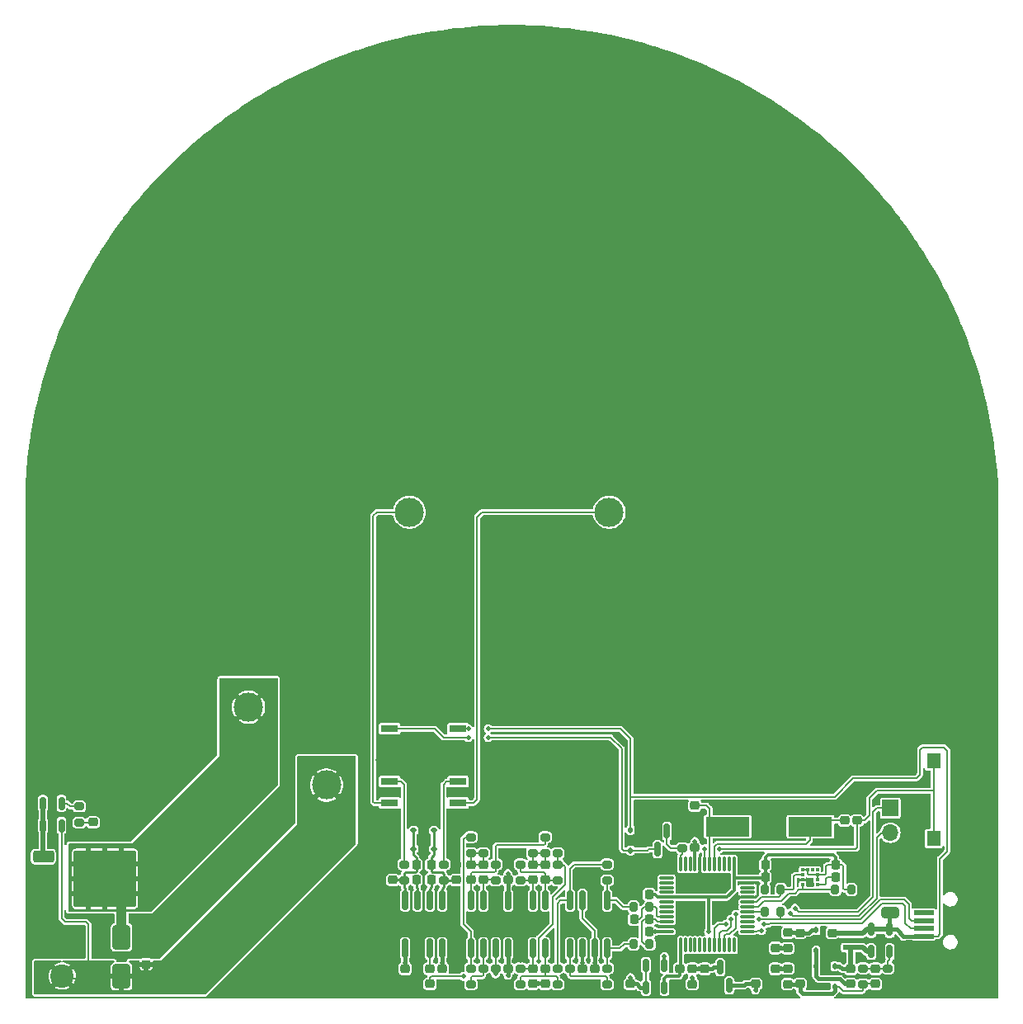
<source format=gbr>
%TF.GenerationSoftware,KiCad,Pcbnew,7.0.10+1*%
%TF.CreationDate,2024-03-16T10:02:44+01:00*%
%TF.ProjectId,PCB,5043422e-6b69-4636-9164-5f7063625858,rev?*%
%TF.SameCoordinates,Original*%
%TF.FileFunction,Copper,L1,Top*%
%TF.FilePolarity,Positive*%
%FSLAX46Y46*%
G04 Gerber Fmt 4.6, Leading zero omitted, Abs format (unit mm)*
G04 Created by KiCad (PCBNEW 7.0.10+1) date 2024-03-16 10:02:44*
%MOMM*%
%LPD*%
G01*
G04 APERTURE LIST*
G04 Aperture macros list*
%AMRoundRect*
0 Rectangle with rounded corners*
0 $1 Rounding radius*
0 $2 $3 $4 $5 $6 $7 $8 $9 X,Y pos of 4 corners*
0 Add a 4 corners polygon primitive as box body*
4,1,4,$2,$3,$4,$5,$6,$7,$8,$9,$2,$3,0*
0 Add four circle primitives for the rounded corners*
1,1,$1+$1,$2,$3*
1,1,$1+$1,$4,$5*
1,1,$1+$1,$6,$7*
1,1,$1+$1,$8,$9*
0 Add four rect primitives between the rounded corners*
20,1,$1+$1,$2,$3,$4,$5,0*
20,1,$1+$1,$4,$5,$6,$7,0*
20,1,$1+$1,$6,$7,$8,$9,0*
20,1,$1+$1,$8,$9,$2,$3,0*%
G04 Aperture macros list end*
%TA.AperFunction,SMDPad,CuDef*%
%ADD10RoundRect,0.225000X-0.250000X0.225000X-0.250000X-0.225000X0.250000X-0.225000X0.250000X0.225000X0*%
%TD*%
%TA.AperFunction,SMDPad,CuDef*%
%ADD11RoundRect,0.225000X0.250000X-0.225000X0.250000X0.225000X-0.250000X0.225000X-0.250000X-0.225000X0*%
%TD*%
%TA.AperFunction,ComponentPad*%
%ADD12R,1.700000X1.700000*%
%TD*%
%TA.AperFunction,ComponentPad*%
%ADD13O,1.700000X1.700000*%
%TD*%
%TA.AperFunction,SMDPad,CuDef*%
%ADD14RoundRect,0.150000X0.150000X-0.825000X0.150000X0.825000X-0.150000X0.825000X-0.150000X-0.825000X0*%
%TD*%
%TA.AperFunction,SMDPad,CuDef*%
%ADD15RoundRect,0.200000X0.275000X-0.200000X0.275000X0.200000X-0.275000X0.200000X-0.275000X-0.200000X0*%
%TD*%
%TA.AperFunction,SMDPad,CuDef*%
%ADD16RoundRect,0.200000X-0.200000X-0.275000X0.200000X-0.275000X0.200000X0.275000X-0.200000X0.275000X0*%
%TD*%
%TA.AperFunction,SMDPad,CuDef*%
%ADD17RoundRect,0.112500X0.112500X-0.187500X0.112500X0.187500X-0.112500X0.187500X-0.112500X-0.187500X0*%
%TD*%
%TA.AperFunction,SMDPad,CuDef*%
%ADD18RoundRect,0.200000X-0.275000X0.200000X-0.275000X-0.200000X0.275000X-0.200000X0.275000X0.200000X0*%
%TD*%
%TA.AperFunction,SMDPad,CuDef*%
%ADD19RoundRect,0.150000X-0.150000X0.587500X-0.150000X-0.587500X0.150000X-0.587500X0.150000X0.587500X0*%
%TD*%
%TA.AperFunction,SMDPad,CuDef*%
%ADD20RoundRect,0.218750X-0.256250X0.218750X-0.256250X-0.218750X0.256250X-0.218750X0.256250X0.218750X0*%
%TD*%
%TA.AperFunction,SMDPad,CuDef*%
%ADD21RoundRect,0.225000X-0.225000X-0.250000X0.225000X-0.250000X0.225000X0.250000X-0.225000X0.250000X0*%
%TD*%
%TA.AperFunction,ComponentPad*%
%ADD22C,3.000000*%
%TD*%
%TA.AperFunction,SMDPad,CuDef*%
%ADD23RoundRect,0.112500X0.187500X0.112500X-0.187500X0.112500X-0.187500X-0.112500X0.187500X-0.112500X0*%
%TD*%
%TA.AperFunction,SMDPad,CuDef*%
%ADD24RoundRect,0.250000X-0.850000X-0.350000X0.850000X-0.350000X0.850000X0.350000X-0.850000X0.350000X0*%
%TD*%
%TA.AperFunction,SMDPad,CuDef*%
%ADD25RoundRect,0.250000X-1.275000X-1.125000X1.275000X-1.125000X1.275000X1.125000X-1.275000X1.125000X0*%
%TD*%
%TA.AperFunction,SMDPad,CuDef*%
%ADD26RoundRect,0.249997X-2.950003X-2.650003X2.950003X-2.650003X2.950003X2.650003X-2.950003X2.650003X0*%
%TD*%
%TA.AperFunction,SMDPad,CuDef*%
%ADD27R,1.600000X0.550000*%
%TD*%
%TA.AperFunction,SMDPad,CuDef*%
%ADD28RoundRect,0.150000X0.150000X-0.512500X0.150000X0.512500X-0.150000X0.512500X-0.150000X-0.512500X0*%
%TD*%
%TA.AperFunction,SMDPad,CuDef*%
%ADD29RoundRect,0.218750X0.256250X-0.218750X0.256250X0.218750X-0.256250X0.218750X-0.256250X-0.218750X0*%
%TD*%
%TA.AperFunction,SMDPad,CuDef*%
%ADD30RoundRect,0.200000X0.200000X0.275000X-0.200000X0.275000X-0.200000X-0.275000X0.200000X-0.275000X0*%
%TD*%
%TA.AperFunction,SMDPad,CuDef*%
%ADD31RoundRect,0.250000X0.650000X-0.325000X0.650000X0.325000X-0.650000X0.325000X-0.650000X-0.325000X0*%
%TD*%
%TA.AperFunction,SMDPad,CuDef*%
%ADD32R,2.000000X0.500000*%
%TD*%
%TA.AperFunction,SMDPad,CuDef*%
%ADD33R,1.700000X2.000000*%
%TD*%
%TA.AperFunction,SMDPad,CuDef*%
%ADD34R,0.350000X0.375000*%
%TD*%
%TA.AperFunction,SMDPad,CuDef*%
%ADD35R,0.375000X0.350000*%
%TD*%
%TA.AperFunction,SMDPad,CuDef*%
%ADD36R,4.500000X2.000000*%
%TD*%
%TA.AperFunction,SMDPad,CuDef*%
%ADD37R,1.400000X1.600000*%
%TD*%
%TA.AperFunction,SMDPad,CuDef*%
%ADD38RoundRect,0.225000X0.225000X0.250000X-0.225000X0.250000X-0.225000X-0.250000X0.225000X-0.250000X0*%
%TD*%
%TA.AperFunction,ComponentPad*%
%ADD39R,2.400000X2.400000*%
%TD*%
%TA.AperFunction,ComponentPad*%
%ADD40C,2.400000*%
%TD*%
%TA.AperFunction,SMDPad,CuDef*%
%ADD41RoundRect,0.150000X-0.150000X0.512500X-0.150000X-0.512500X0.150000X-0.512500X0.150000X0.512500X0*%
%TD*%
%TA.AperFunction,SMDPad,CuDef*%
%ADD42RoundRect,0.112500X-0.187500X-0.112500X0.187500X-0.112500X0.187500X0.112500X-0.187500X0.112500X0*%
%TD*%
%TA.AperFunction,SMDPad,CuDef*%
%ADD43RoundRect,0.075000X-0.075000X0.662500X-0.075000X-0.662500X0.075000X-0.662500X0.075000X0.662500X0*%
%TD*%
%TA.AperFunction,SMDPad,CuDef*%
%ADD44RoundRect,0.075000X-0.662500X0.075000X-0.662500X-0.075000X0.662500X-0.075000X0.662500X0.075000X0*%
%TD*%
%TA.AperFunction,SMDPad,CuDef*%
%ADD45RoundRect,0.250000X0.650000X-1.000000X0.650000X1.000000X-0.650000X1.000000X-0.650000X-1.000000X0*%
%TD*%
%TA.AperFunction,SMDPad,CuDef*%
%ADD46RoundRect,0.150000X-0.150000X0.825000X-0.150000X-0.825000X0.150000X-0.825000X0.150000X0.825000X0*%
%TD*%
%TA.AperFunction,SMDPad,CuDef*%
%ADD47RoundRect,0.112500X-0.112500X0.187500X-0.112500X-0.187500X0.112500X-0.187500X0.112500X0.187500X0*%
%TD*%
%TA.AperFunction,SMDPad,CuDef*%
%ADD48R,1.800000X0.800000*%
%TD*%
%TA.AperFunction,ViaPad*%
%ADD49C,0.500000*%
%TD*%
%TA.AperFunction,Conductor*%
%ADD50C,1.000000*%
%TD*%
%TA.AperFunction,Conductor*%
%ADD51C,0.200000*%
%TD*%
%TA.AperFunction,Conductor*%
%ADD52C,0.250000*%
%TD*%
%TA.AperFunction,Conductor*%
%ADD53C,0.400000*%
%TD*%
%TA.AperFunction,Conductor*%
%ADD54C,0.500000*%
%TD*%
%TA.AperFunction,Conductor*%
%ADD55C,0.300000*%
%TD*%
G04 APERTURE END LIST*
D10*
%TO.P,C12,1*%
%TO.N,5V*%
X125893000Y-140167000D03*
%TO.P,C12,2*%
%TO.N,GNDD*%
X125893000Y-141717000D03*
%TD*%
%TO.P,C13,1*%
%TO.N,Net-(D3-A)*%
X127798000Y-143850000D03*
%TO.P,C13,2*%
%TO.N,Net-(D4-A)*%
X127798000Y-145400000D03*
%TD*%
D11*
%TO.P,C14,1*%
%TO.N,Net-(D3-K)*%
X130338000Y-145400000D03*
%TO.P,C14,2*%
%TO.N,Net-(U4-FB)*%
X130338000Y-143850000D03*
%TD*%
D12*
%TO.P,J3,1,Pin_1*%
%TO.N,Net-(J3-Pin_1)*%
X131862000Y-127353000D03*
D13*
%TO.P,J3,2,Pin_2*%
%TO.N,Net-(J3-Pin_2)*%
X131862000Y-129893000D03*
%TO.P,J3,3,Pin_3*%
%TO.N,GNDD*%
X131862000Y-132433000D03*
%TD*%
D10*
%TO.P,C17,1*%
%TO.N,12V*%
X85888000Y-143850000D03*
%TO.P,C17,2*%
%TO.N,GNDD*%
X85888000Y-145400000D03*
%TD*%
D14*
%TO.P,U5,1*%
%TO.N,Net-(R13-Pad2)*%
X88809000Y-141766000D03*
%TO.P,U5,2,-*%
%TO.N,Net-(U5A--)*%
X90079000Y-141766000D03*
%TO.P,U5,3,+*%
%TO.N,Net-(U5A-+)*%
X91349000Y-141766000D03*
%TO.P,U5,4,V+*%
%TO.N,12V*%
X92619000Y-141766000D03*
%TO.P,U5,5,+*%
%TO.N,GNDD*%
X93889000Y-141766000D03*
%TO.P,U5,6,-*%
%TO.N,Net-(U5B--)*%
X95159000Y-141766000D03*
%TO.P,U5,7*%
%TO.N,Net-(C30-Pad2)*%
X96429000Y-141766000D03*
%TO.P,U5,8*%
%TO.N,Net-(C28-Pad2)*%
X96429000Y-136816000D03*
%TO.P,U5,9,-*%
%TO.N,Net-(U5C--)*%
X95159000Y-136816000D03*
%TO.P,U5,10,+*%
%TO.N,GNDD*%
X93889000Y-136816000D03*
%TO.P,U5,11,V-*%
%TO.N,-12V*%
X92619000Y-136816000D03*
%TO.P,U5,12,+*%
%TO.N,GNDD*%
X91349000Y-136816000D03*
%TO.P,U5,13,-*%
%TO.N,Net-(U5D--)*%
X90079000Y-136816000D03*
%TO.P,U5,14*%
%TO.N,Net-(C27-Pad2)*%
X88809000Y-136816000D03*
%TD*%
D15*
%TO.P,R23,1*%
%TO.N,Net-(C30-Pad2)*%
X97699000Y-145450000D03*
%TO.P,R23,2*%
%TO.N,Net-(U6-+)*%
X97699000Y-143800000D03*
%TD*%
D16*
%TO.P,R28,1*%
%TO.N,ADC-*%
X105510000Y-141323000D03*
%TO.P,R28,2*%
%TO.N,Net-(U1-PE9)*%
X107160000Y-141323000D03*
%TD*%
D17*
%TO.P,D3,1,K*%
%TO.N,Net-(D3-K)*%
X126147000Y-145675000D03*
%TO.P,D3,2,A*%
%TO.N,Net-(D3-A)*%
X126147000Y-143575000D03*
%TD*%
%TO.P,D5,1,K*%
%TO.N,Net-(D4-A)*%
X124242000Y-141992000D03*
%TO.P,D5,2,A*%
%TO.N,Net-(D5-A)*%
X124242000Y-139892000D03*
%TD*%
D10*
%TO.P,C36,1*%
%TO.N,1.25V_{REF}*%
X100239000Y-143850000D03*
%TO.P,C36,2*%
%TO.N,GNDD*%
X100239000Y-145400000D03*
%TD*%
D18*
%TO.P,R7,1*%
%TO.N,Net-(U4-FB)*%
X131608000Y-143800000D03*
%TO.P,R7,2*%
%TO.N,GNDD*%
X131608000Y-145450000D03*
%TD*%
D19*
%TO.P,Q2,1,G*%
%TO.N,EN_{Relay}*%
X108936000Y-129717500D03*
%TO.P,Q2,2,S*%
%TO.N,GNDD*%
X107036000Y-129717500D03*
%TO.P,Q2,3,D*%
%TO.N,Net-(D8-A2)*%
X107986000Y-131592500D03*
%TD*%
D20*
%TO.P,FB3,1*%
%TO.N,Net-(D5-A)*%
X121321000Y-140154500D03*
%TO.P,FB3,2*%
%TO.N,-12V*%
X121321000Y-141729500D03*
%TD*%
D10*
%TO.P,C29,1*%
%TO.N,Net-(C28-Pad1)*%
X95159000Y-133182000D03*
%TO.P,C29,2*%
%TO.N,Net-(U5C--)*%
X95159000Y-134732000D03*
%TD*%
D16*
%TO.P,R27,1*%
%TO.N,ADC+*%
X105510000Y-137513000D03*
%TO.P,R27,2*%
%TO.N,Net-(U1-PE8)*%
X107160000Y-137513000D03*
%TD*%
D21*
%TO.P,C3,1*%
%TO.N,3.3V*%
X119022000Y-134465000D03*
%TO.P,C3,2*%
%TO.N,GNDD*%
X120572000Y-134465000D03*
%TD*%
D14*
%TO.P,U6,1,-*%
%TO.N,Net-(U6--)*%
X98969000Y-141766000D03*
%TO.P,U6,2,V_{OCM}*%
%TO.N,1.25V_{REF}*%
X100239000Y-141766000D03*
%TO.P,U6,3,V_{S+}*%
%TO.N,3.3V_{A}*%
X101509000Y-141766000D03*
%TO.P,U6,4*%
%TO.N,ADC-*%
X102779000Y-141766000D03*
%TO.P,U6,5*%
%TO.N,ADC+*%
X102779000Y-136816000D03*
%TO.P,U6,6,V_{S-}*%
%TO.N,GNDD*%
X101509000Y-136816000D03*
%TO.P,U6,7,~{PD}*%
%TO.N,3.3V_{A}*%
X100239000Y-136816000D03*
%TO.P,U6,8,+*%
%TO.N,Net-(U6-+)*%
X98969000Y-136816000D03*
%TD*%
D20*
%TO.P,FB1,1*%
%TO.N,3.3V*%
X111542000Y-143837500D03*
%TO.P,FB1,2*%
%TO.N,3.3V_{A}*%
X111542000Y-145412500D03*
%TD*%
D22*
%TO.P,TP1,1,1*%
%TO.N,Net-(K1-Pad5)*%
X103000000Y-97000000D03*
%TD*%
%TO.P,TP5,1,1*%
%TO.N,Net-(D1-A2)*%
X66000000Y-117000000D03*
%TD*%
D23*
%TO.P,D6,1,K*%
%TO.N,Net-(D6-K)*%
X85033000Y-131544000D03*
%TO.P,D6,2,A*%
%TO.N,Net-(D6-A)*%
X82933000Y-131544000D03*
%TD*%
D24*
%TO.P,Q1,1,G*%
%TO.N,Net-(Q1-G)*%
X44949000Y-132342500D03*
D25*
%TO.P,Q1,2,D*%
%TO.N,Net-(D1-A2)*%
X49574000Y-133097500D03*
X49574000Y-136147500D03*
D26*
X51249000Y-134622500D03*
D25*
X52924000Y-133097500D03*
X52924000Y-136147500D03*
D24*
%TO.P,Q1,3,S*%
%TO.N,GNDD*%
X44949000Y-136902500D03*
%TD*%
D10*
%TO.P,C39,1*%
%TO.N,GNDD*%
X118019000Y-143850000D03*
%TO.P,C39,2*%
%TO.N,5V*%
X118019000Y-145400000D03*
%TD*%
%TO.P,C37,1*%
%TO.N,GNDD*%
X105192000Y-143850000D03*
%TO.P,C37,2*%
%TO.N,3.3V_{A}*%
X105192000Y-145400000D03*
%TD*%
D27*
%TO.P,L1,1*%
%TO.N,5V*%
X127798000Y-140217000D03*
%TO.P,L1,2*%
%TO.N,Net-(D3-A)*%
X127798000Y-141667000D03*
%TD*%
D28*
%TO.P,U4,1,SW*%
%TO.N,Net-(D3-A)*%
X129896000Y-142079500D03*
%TO.P,U4,2,GND*%
%TO.N,GNDD*%
X130846000Y-142079500D03*
%TO.P,U4,3,FB*%
%TO.N,Net-(U4-FB)*%
X131796000Y-142079500D03*
%TO.P,U4,4,EN*%
%TO.N,5V*%
X131796000Y-139804500D03*
%TO.P,U4,5,VIN*%
X129896000Y-139804500D03*
%TD*%
D10*
%TO.P,C27,1*%
%TO.N,Net-(C26-Pad1)*%
X88809000Y-133182000D03*
%TO.P,C27,2*%
%TO.N,Net-(C27-Pad2)*%
X88809000Y-134732000D03*
%TD*%
D15*
%TO.P,R25,1*%
%TO.N,Net-(U6--)*%
X102779000Y-145450000D03*
%TO.P,R25,2*%
%TO.N,ADC-*%
X102779000Y-143800000D03*
%TD*%
D18*
%TO.P,R16,1*%
%TO.N,GNDD*%
X90079000Y-130338000D03*
%TO.P,R16,2*%
%TO.N,Net-(C26-Pad1)*%
X90079000Y-131988000D03*
%TD*%
D17*
%TO.P,D4,1,K*%
%TO.N,GNDD*%
X124242000Y-145675000D03*
%TO.P,D4,2,A*%
%TO.N,Net-(D4-A)*%
X124242000Y-143575000D03*
%TD*%
D11*
%TO.P,C31,1*%
%TO.N,Net-(C30-Pad1)*%
X95159000Y-145400000D03*
%TO.P,C31,2*%
%TO.N,Net-(U5B--)*%
X95159000Y-143850000D03*
%TD*%
D10*
%TO.P,C24,1*%
%TO.N,GNDD*%
X120051000Y-140167000D03*
%TO.P,C24,2*%
%TO.N,-12V*%
X120051000Y-141717000D03*
%TD*%
D18*
%TO.P,R24,1*%
%TO.N,Net-(U6-+)*%
X102779000Y-133132000D03*
%TO.P,R24,2*%
%TO.N,ADC+*%
X102779000Y-134782000D03*
%TD*%
%TO.P,R12,1*%
%TO.N,Net-(U5A--)*%
X90079000Y-143800000D03*
%TO.P,R12,2*%
%TO.N,GNDD*%
X90079000Y-145450000D03*
%TD*%
D22*
%TO.P,TP6,1,1*%
%TO.N,GNDD*%
X113000000Y-97000000D03*
%TD*%
D10*
%TO.P,C9,1*%
%TO.N,GNDD*%
X127163000Y-127086000D03*
%TO.P,C9,2*%
%TO.N,Net-(U1-PF0)*%
X127163000Y-128636000D03*
%TD*%
D11*
%TO.P,C10,1*%
%TO.N,GNDD*%
X111796000Y-128636000D03*
%TO.P,C10,2*%
%TO.N,Net-(U1-PF1)*%
X111796000Y-127086000D03*
%TD*%
%TO.P,C16,1*%
%TO.N,GNDD*%
X122591000Y-141717000D03*
%TO.P,C16,2*%
%TO.N,Net-(D5-A)*%
X122591000Y-140167000D03*
%TD*%
%TO.P,C38,1*%
%TO.N,GNDD*%
X112812000Y-145400000D03*
%TO.P,C38,2*%
%TO.N,3.3V*%
X112812000Y-143850000D03*
%TD*%
D29*
%TO.P,D2,1,K*%
%TO.N,Net-(D2-K)*%
X50038000Y-128803500D03*
%TO.P,D2,2,A*%
%TO.N,GNDD*%
X50038000Y-127228500D03*
%TD*%
%TO.P,FB2,1*%
%TO.N,Net-(D3-K)*%
X121321000Y-145412500D03*
%TO.P,FB2,2*%
%TO.N,12V*%
X121321000Y-143837500D03*
%TD*%
D30*
%TO.P,R2,1*%
%TO.N,3.3V*%
X127861000Y-135735000D03*
%TO.P,R2,2*%
%TO.N,SCL*%
X126211000Y-135735000D03*
%TD*%
D31*
%TO.P,C1,1*%
%TO.N,5V*%
X131862000Y-138099000D03*
%TO.P,C1,2*%
%TO.N,GNDD*%
X131862000Y-135149000D03*
%TD*%
D32*
%TO.P,J1,1,VBUS*%
%TO.N,5V*%
X135300000Y-140510000D03*
%TO.P,J1,2,D-*%
%TO.N,Net-(J1-D-)*%
X135300000Y-139710000D03*
%TO.P,J1,3,D+*%
%TO.N,Net-(J1-D+)*%
X135300000Y-138910000D03*
%TO.P,J1,4,ID*%
%TO.N,unconnected-(J1-ID-Pad4)*%
X135300000Y-138110000D03*
%TO.P,J1,5,GND*%
%TO.N,GNDD*%
X135300000Y-137310000D03*
D33*
%TO.P,J1,6,Shield*%
X135400000Y-143360000D03*
X140850000Y-143360000D03*
X135400000Y-134460000D03*
X140850000Y-134460000D03*
%TD*%
D15*
%TO.P,R26,1*%
%TO.N,GNDD*%
X98969000Y-145450000D03*
%TO.P,R26,2*%
%TO.N,Net-(U6--)*%
X98969000Y-143800000D03*
%TD*%
D10*
%TO.P,C23,1*%
%TO.N,12V*%
X120051000Y-143850000D03*
%TO.P,C23,2*%
%TO.N,GNDD*%
X120051000Y-145400000D03*
%TD*%
D21*
%TO.P,C11,1*%
%TO.N,Net-(U2-C1)*%
X126261000Y-134465000D03*
%TO.P,C11,2*%
%TO.N,GNDD*%
X127811000Y-134465000D03*
%TD*%
D10*
%TO.P,C26,1*%
%TO.N,Net-(C26-Pad1)*%
X90079000Y-133182000D03*
%TO.P,C26,2*%
%TO.N,Net-(U5D--)*%
X90079000Y-134732000D03*
%TD*%
D34*
%TO.P,U2,1,SCL/SPC*%
%TO.N,SCL*%
X122857000Y-135227500D03*
%TO.P,U2,2,GND*%
%TO.N,GNDD*%
X123357000Y-135227500D03*
%TO.P,U2,3,GND*%
X123857000Y-135227500D03*
%TO.P,U2,4,C1*%
%TO.N,Net-(U2-C1)*%
X124357000Y-135227500D03*
D35*
%TO.P,U2,5,Vdd*%
%TO.N,3.3V*%
X124369500Y-134715000D03*
%TO.P,U2,6,Vdd_IO*%
X124369500Y-134215000D03*
D34*
%TO.P,U2,7,INT*%
%TO.N,unconnected-(U2-INT-Pad7)*%
X124357000Y-133702500D03*
%TO.P,U2,8,DRDY*%
%TO.N,unconnected-(U2-DRDY-Pad8)*%
X123857000Y-133702500D03*
%TO.P,U2,9,SDO/SA1*%
%TO.N,3.3V*%
X123357000Y-133702500D03*
%TO.P,U2,10,~{CS}*%
X122857000Y-133702500D03*
D35*
%TO.P,U2,11,SDA/SDI/SDO*%
%TO.N,SDA*%
X122844500Y-134215000D03*
%TO.P,U2,12,GND*%
%TO.N,GNDD*%
X122844500Y-134715000D03*
%TD*%
D18*
%TO.P,R6,1*%
%TO.N,EN_{B}*%
X48641000Y-127191000D03*
%TO.P,R6,2*%
%TO.N,Net-(D2-K)*%
X48641000Y-128841000D03*
%TD*%
%TO.P,R22,1*%
%TO.N,Net-(U5B--)*%
X93889000Y-143800000D03*
%TO.P,R22,2*%
%TO.N,Net-(C30-Pad2)*%
X93889000Y-145450000D03*
%TD*%
D36*
%TO.P,Y1,1,1*%
%TO.N,Net-(U1-PF1)*%
X115166000Y-129258000D03*
%TO.P,Y1,2,2*%
%TO.N,Net-(U1-PF0)*%
X123666000Y-129258000D03*
%TD*%
D37*
%TO.P,SW1,1,1*%
%TO.N,GNDD*%
X140807000Y-122492000D03*
X140807000Y-130492000D03*
%TO.P,SW1,2,2*%
%TO.N,Net-(U1-NRST)*%
X136307000Y-122492000D03*
X136307000Y-130492000D03*
%TD*%
D38*
%TO.P,C7,1*%
%TO.N,3.3V_{A}*%
X107110000Y-140053000D03*
%TO.P,C7,2*%
%TO.N,GNDD*%
X105560000Y-140053000D03*
%TD*%
D15*
%TO.P,R15,1*%
%TO.N,Net-(U5D--)*%
X91349000Y-134782000D03*
%TO.P,R15,2*%
%TO.N,Net-(C27-Pad2)*%
X91349000Y-133132000D03*
%TD*%
D39*
%TO.P,J2,1,Pin_1*%
%TO.N,GNDD*%
X46863000Y-141097000D03*
D40*
%TO.P,J2,2,Pin_2*%
%TO.N,Net-(D1-A1)*%
X46863000Y-144597000D03*
%TD*%
D11*
%TO.P,C15,1*%
%TO.N,Net-(D3-K)*%
X122591000Y-145400000D03*
%TO.P,C15,2*%
%TO.N,GNDD*%
X122591000Y-143850000D03*
%TD*%
%TO.P,C4,1*%
%TO.N,3.3V_{A}*%
X111796000Y-131430000D03*
%TO.P,C4,2*%
%TO.N,GNDD*%
X111796000Y-129880000D03*
%TD*%
D38*
%TO.P,C6,1*%
%TO.N,3.3V*%
X107110000Y-136243000D03*
%TO.P,C6,2*%
%TO.N,GNDD*%
X105560000Y-136243000D03*
%TD*%
D10*
%TO.P,C34,1*%
%TO.N,3.3V_{A}*%
X101509000Y-143850000D03*
%TO.P,C34,2*%
%TO.N,GNDD*%
X101509000Y-145400000D03*
%TD*%
D22*
%TO.P,TP2,1,1*%
%TO.N,GNDD*%
X72492000Y-97000000D03*
%TD*%
D15*
%TO.P,R8,1*%
%TO.N,Net-(D3-K)*%
X129068000Y-145450000D03*
%TO.P,R8,2*%
%TO.N,Net-(U4-FB)*%
X129068000Y-143800000D03*
%TD*%
D18*
%TO.P,R18,1*%
%TO.N,GNDD*%
X95159000Y-130338000D03*
%TO.P,R18,2*%
%TO.N,Net-(C28-Pad1)*%
X95159000Y-131988000D03*
%TD*%
D16*
%TO.P,R1,1*%
%TO.N,Net-(U1-PB5)*%
X118972000Y-138021000D03*
%TO.P,R1,2*%
%TO.N,Net-(J1-D+)*%
X120622000Y-138021000D03*
%TD*%
D22*
%TO.P,TP3,1,1*%
%TO.N,Net-(K1-Pad4)*%
X82492000Y-97000000D03*
%TD*%
D16*
%TO.P,R3,1*%
%TO.N,3.3V*%
X118972000Y-135735000D03*
%TO.P,R3,2*%
%TO.N,SDA*%
X120622000Y-135735000D03*
%TD*%
D18*
%TO.P,R11,1*%
%TO.N,Net-(U5A-+)*%
X91349000Y-143800000D03*
%TO.P,R11,2*%
%TO.N,GNDD*%
X91349000Y-145450000D03*
%TD*%
D15*
%TO.P,R9,1*%
%TO.N,Net-(D6-K)*%
X86015000Y-134782000D03*
%TO.P,R9,2*%
%TO.N,Net-(K1-Pad6)*%
X86015000Y-133132000D03*
%TD*%
D41*
%TO.P,U7,1,IN*%
%TO.N,EN_{B}*%
X46797000Y-126878500D03*
%TO.P,U7,2,GND*%
%TO.N,GNDD*%
X45847000Y-126878500D03*
%TO.P,U7,3,OUT*%
%TO.N,Net-(Q1-G)*%
X44897000Y-126878500D03*
%TO.P,U7,4,OUT*%
X44897000Y-129153500D03*
%TO.P,U7,5,Vdd*%
%TO.N,Net-(D1-A1)*%
X46797000Y-129153500D03*
%TD*%
D21*
%TO.P,C40,1*%
%TO.N,Net-(U1-PE8)*%
X105560000Y-138783000D03*
%TO.P,C40,2*%
%TO.N,Net-(U1-PE9)*%
X107110000Y-138783000D03*
%TD*%
D15*
%TO.P,R10,1*%
%TO.N,Net-(D6-A)*%
X81951000Y-134782000D03*
%TO.P,R10,2*%
%TO.N,Net-(K1-Pad3)*%
X81951000Y-133132000D03*
%TD*%
D11*
%TO.P,C35,1*%
%TO.N,GNDD*%
X110272000Y-145400000D03*
%TO.P,C35,2*%
%TO.N,2.5V_{REF}*%
X110272000Y-143850000D03*
%TD*%
D38*
%TO.P,C2,1*%
%TO.N,GNDD*%
X127811000Y-133195000D03*
%TO.P,C2,2*%
%TO.N,3.3V*%
X126261000Y-133195000D03*
%TD*%
D11*
%TO.P,C30,1*%
%TO.N,Net-(C30-Pad1)*%
X96429000Y-145400000D03*
%TO.P,C30,2*%
%TO.N,Net-(C30-Pad2)*%
X96429000Y-143850000D03*
%TD*%
D15*
%TO.P,R13,1*%
%TO.N,Net-(U5A--)*%
X88809000Y-145450000D03*
%TO.P,R13,2*%
%TO.N,Net-(R13-Pad2)*%
X88809000Y-143800000D03*
%TD*%
D42*
%TO.P,D7,1,A1*%
%TO.N,Net-(D6-A)*%
X82933000Y-129639000D03*
%TO.P,D7,2,A2*%
%TO.N,Net-(D6-K)*%
X85033000Y-129639000D03*
%TD*%
D10*
%TO.P,C20,1*%
%TO.N,GNDD*%
X87285000Y-133182000D03*
%TO.P,C20,2*%
%TO.N,Net-(D6-K)*%
X87285000Y-134732000D03*
%TD*%
D18*
%TO.P,R14,1*%
%TO.N,Net-(R13-Pad2)*%
X88809000Y-130338000D03*
%TO.P,R14,2*%
%TO.N,Net-(C26-Pad1)*%
X88809000Y-131988000D03*
%TD*%
%TO.P,R17,1*%
%TO.N,Net-(C27-Pad2)*%
X96429000Y-130338000D03*
%TO.P,R17,2*%
%TO.N,Net-(C28-Pad1)*%
X96429000Y-131988000D03*
%TD*%
D11*
%TO.P,C41,1*%
%TO.N,Net-(D1-A1)*%
X55499000Y-143396000D03*
%TO.P,C41,2*%
%TO.N,GNDD*%
X55499000Y-141846000D03*
%TD*%
D43*
%TO.P,U1,1,VBAT*%
%TO.N,3.3V*%
X115816000Y-133096500D03*
%TO.P,U1,2,PC13*%
%TO.N,unconnected-(U1-PC13-Pad2)*%
X115316000Y-133096500D03*
%TO.P,U1,3,PC14*%
%TO.N,unconnected-(U1-PC14-Pad3)*%
X114816000Y-133096500D03*
%TO.P,U1,4,PC15*%
%TO.N,unconnected-(U1-PC15-Pad4)*%
X114316000Y-133096500D03*
%TO.P,U1,5,PF0*%
%TO.N,Net-(U1-PF0)*%
X113816000Y-133096500D03*
%TO.P,U1,6,PF1*%
%TO.N,Net-(U1-PF1)*%
X113316000Y-133096500D03*
%TO.P,U1,7,NRST*%
%TO.N,Net-(U1-NRST)*%
X112816000Y-133096500D03*
%TO.P,U1,8,VSSA*%
%TO.N,GNDD*%
X112316000Y-133096500D03*
%TO.P,U1,9,VDDA*%
%TO.N,3.3V_{A}*%
X111816000Y-133096500D03*
%TO.P,U1,10,PA0*%
%TO.N,unconnected-(U1-PA0-Pad10)*%
X111316000Y-133096500D03*
%TO.P,U1,11,PA1*%
%TO.N,unconnected-(U1-PA1-Pad11)*%
X110816000Y-133096500D03*
%TO.P,U1,12,PA2*%
%TO.N,EN_{Relay}*%
X110316000Y-133096500D03*
D44*
%TO.P,U1,13,PA3*%
%TO.N,unconnected-(U1-PA3-Pad13)*%
X108903500Y-134509000D03*
%TO.P,U1,14,PA4*%
%TO.N,unconnected-(U1-PA4-Pad14)*%
X108903500Y-135009000D03*
%TO.P,U1,15,PA5*%
%TO.N,unconnected-(U1-PA5-Pad15)*%
X108903500Y-135509000D03*
%TO.P,U1,16,PA6*%
%TO.N,unconnected-(U1-PA6-Pad16)*%
X108903500Y-136009000D03*
%TO.P,U1,17,VDD*%
%TO.N,3.3V*%
X108903500Y-136509000D03*
%TO.P,U1,18,PB0*%
%TO.N,unconnected-(U1-PB0-Pad18)*%
X108903500Y-137009000D03*
%TO.P,U1,19,PB1*%
%TO.N,unconnected-(U1-PB1-Pad19)*%
X108903500Y-137509000D03*
%TO.P,U1,20,PB2*%
%TO.N,unconnected-(U1-PB2-Pad20)*%
X108903500Y-138009000D03*
%TO.P,U1,21,PE8*%
%TO.N,Net-(U1-PE8)*%
X108903500Y-138509000D03*
%TO.P,U1,22,PE9*%
%TO.N,Net-(U1-PE9)*%
X108903500Y-139009000D03*
%TO.P,U1,23,VSSSD*%
%TO.N,GNDD*%
X108903500Y-139509000D03*
%TO.P,U1,24,VDDSD*%
%TO.N,3.3V_{A}*%
X108903500Y-140009000D03*
D43*
%TO.P,U1,25,VREFSD+*%
%TO.N,2.5V_{REF}*%
X110316000Y-141421500D03*
%TO.P,U1,26,PB14*%
%TO.N,unconnected-(U1-PB14-Pad26)*%
X110816000Y-141421500D03*
%TO.P,U1,27,PB15*%
%TO.N,unconnected-(U1-PB15-Pad27)*%
X111316000Y-141421500D03*
%TO.P,U1,28,PD8*%
%TO.N,unconnected-(U1-PD8-Pad28)*%
X111816000Y-141421500D03*
%TO.P,U1,29,PA8*%
%TO.N,unconnected-(U1-PA8-Pad29)*%
X112316000Y-141421500D03*
%TO.P,U1,30,PA9*%
%TO.N,unconnected-(U1-PA9-Pad30)*%
X112816000Y-141421500D03*
%TO.P,U1,31,PA10*%
%TO.N,unconnected-(U1-PA10-Pad31)*%
X113316000Y-141421500D03*
%TO.P,U1,32,PA11*%
%TO.N,Net-(J1-D-)*%
X113816000Y-141421500D03*
%TO.P,U1,33,PA12*%
%TO.N,Net-(J1-D+)*%
X114316000Y-141421500D03*
%TO.P,U1,34,PA13*%
%TO.N,Net-(J3-Pin_1)*%
X114816000Y-141421500D03*
%TO.P,U1,35,PF6*%
%TO.N,unconnected-(U1-PF6-Pad35)*%
X115316000Y-141421500D03*
%TO.P,U1,36,PF7*%
%TO.N,unconnected-(U1-PF7-Pad36)*%
X115816000Y-141421500D03*
D44*
%TO.P,U1,37,PA14*%
%TO.N,Net-(J3-Pin_2)*%
X117228500Y-140009000D03*
%TO.P,U1,38,PA15*%
%TO.N,unconnected-(U1-PA15-Pad38)*%
X117228500Y-139509000D03*
%TO.P,U1,39,PB3*%
%TO.N,unconnected-(U1-PB3-Pad39)*%
X117228500Y-139009000D03*
%TO.P,U1,40,PB4*%
%TO.N,unconnected-(U1-PB4-Pad40)*%
X117228500Y-138509000D03*
%TO.P,U1,41,PB5*%
%TO.N,Net-(U1-PB5)*%
X117228500Y-138009000D03*
%TO.P,U1,42,PB6*%
%TO.N,SCL*%
X117228500Y-137509000D03*
%TO.P,U1,43,PB7*%
%TO.N,SDA*%
X117228500Y-137009000D03*
%TO.P,U1,44,BOOT0*%
%TO.N,GNDD*%
X117228500Y-136509000D03*
%TO.P,U1,45,PB8*%
%TO.N,unconnected-(U1-PB8-Pad45)*%
X117228500Y-136009000D03*
%TO.P,U1,46,PB9*%
%TO.N,unconnected-(U1-PB9-Pad46)*%
X117228500Y-135509000D03*
%TO.P,U1,47,VSS*%
%TO.N,GNDD*%
X117228500Y-135009000D03*
%TO.P,U1,48,VDD*%
%TO.N,3.3V*%
X117228500Y-134509000D03*
%TD*%
D45*
%TO.P,D1,1,A1*%
%TO.N,Net-(D1-A1)*%
X52959000Y-144621000D03*
%TO.P,D1,2,A2*%
%TO.N,Net-(D1-A2)*%
X52959000Y-140621000D03*
%TD*%
D18*
%TO.P,R21,1*%
%TO.N,GNDD*%
X97699000Y-130338000D03*
%TO.P,R21,2*%
%TO.N,Net-(C30-Pad1)*%
X97699000Y-131988000D03*
%TD*%
D10*
%TO.P,C18,1*%
%TO.N,-12V*%
X82078000Y-143850000D03*
%TO.P,C18,2*%
%TO.N,GNDD*%
X82078000Y-145400000D03*
%TD*%
D38*
%TO.P,C19,1*%
%TO.N,Net-(D6-K)*%
X84758000Y-133195000D03*
%TO.P,C19,2*%
%TO.N,Net-(D6-A)*%
X83208000Y-133195000D03*
%TD*%
%TO.P,C22,1*%
%TO.N,Net-(C22-Pad1)*%
X84758000Y-134719000D03*
%TO.P,C22,2*%
%TO.N,Net-(C22-Pad2)*%
X83208000Y-134719000D03*
%TD*%
D15*
%TO.P,R19,1*%
%TO.N,Net-(U5C--)*%
X93889000Y-134782000D03*
%TO.P,R19,2*%
%TO.N,Net-(C28-Pad2)*%
X93889000Y-133132000D03*
%TD*%
D46*
%TO.P,U3,1,-*%
%TO.N,Net-(D6-K)*%
X85888000Y-136816000D03*
%TO.P,U3,2,Rg*%
%TO.N,Net-(C22-Pad1)*%
X84618000Y-136816000D03*
%TO.P,U3,3,Rg*%
%TO.N,Net-(C22-Pad2)*%
X83348000Y-136816000D03*
%TO.P,U3,4,+*%
%TO.N,Net-(D6-A)*%
X82078000Y-136816000D03*
%TO.P,U3,5,Vs-*%
%TO.N,-12V*%
X82078000Y-141766000D03*
%TO.P,U3,6,Ref*%
%TO.N,GNDD*%
X83348000Y-141766000D03*
%TO.P,U3,7*%
%TO.N,Net-(C25-Pad1)*%
X84618000Y-141766000D03*
%TO.P,U3,8,Vs+*%
%TO.N,12V*%
X85888000Y-141766000D03*
%TD*%
D10*
%TO.P,C33,1*%
%TO.N,12V*%
X92619000Y-143850000D03*
%TO.P,C33,2*%
%TO.N,GNDD*%
X92619000Y-145400000D03*
%TD*%
D15*
%TO.P,R20,1*%
%TO.N,Net-(C28-Pad2)*%
X97699000Y-134782000D03*
%TO.P,R20,2*%
%TO.N,Net-(C30-Pad1)*%
X97699000Y-133132000D03*
%TD*%
D11*
%TO.P,C21,1*%
%TO.N,Net-(D6-A)*%
X80808000Y-134732000D03*
%TO.P,C21,2*%
%TO.N,GNDD*%
X80808000Y-133182000D03*
%TD*%
D22*
%TO.P,TP4,1,1*%
%TO.N,Net-(D1-A1)*%
X74000000Y-125000000D03*
%TD*%
D47*
%TO.P,D8,1,A1*%
%TO.N,5V*%
X105192000Y-129605000D03*
%TO.P,D8,2,A2*%
%TO.N,Net-(D8-A2)*%
X105192000Y-131705000D03*
%TD*%
D19*
%TO.P,U9,1,GND*%
%TO.N,GNDD*%
X116302000Y-143687500D03*
%TO.P,U9,2,VOUT*%
%TO.N,3.3V*%
X114402000Y-143687500D03*
%TO.P,U9,3,VIN*%
%TO.N,5V*%
X115352000Y-145562500D03*
%TD*%
D11*
%TO.P,C8,1*%
%TO.N,Net-(U1-NRST)*%
X128433000Y-128636000D03*
%TO.P,C8,2*%
%TO.N,GNDD*%
X128433000Y-127086000D03*
%TD*%
D21*
%TO.P,C5,1*%
%TO.N,3.3V*%
X119022000Y-133195000D03*
%TO.P,C5,2*%
%TO.N,GNDD*%
X120572000Y-133195000D03*
%TD*%
D11*
%TO.P,C32,1*%
%TO.N,-12V*%
X92619000Y-134732000D03*
%TO.P,C32,2*%
%TO.N,GNDD*%
X92619000Y-133182000D03*
%TD*%
D10*
%TO.P,C28,1*%
%TO.N,Net-(C28-Pad1)*%
X96429000Y-133182000D03*
%TO.P,C28,2*%
%TO.N,Net-(C28-Pad2)*%
X96429000Y-134732000D03*
%TD*%
%TO.P,C25,1*%
%TO.N,Net-(C25-Pad1)*%
X84618000Y-143850000D03*
%TO.P,C25,2*%
%TO.N,Net-(U5A-+)*%
X84618000Y-145400000D03*
%TD*%
D48*
%TO.P,K1,1*%
%TO.N,Net-(D8-A2)*%
X80483000Y-119235000D03*
%TO.P,K1,2*%
%TO.N,GNDD*%
X80483000Y-122435000D03*
%TO.P,K1,3*%
%TO.N,Net-(K1-Pad3)*%
X80483000Y-124635000D03*
%TO.P,K1,4*%
%TO.N,Net-(K1-Pad4)*%
X80483000Y-126835000D03*
%TO.P,K1,5*%
%TO.N,Net-(K1-Pad5)*%
X87483000Y-126835000D03*
%TO.P,K1,6*%
%TO.N,Net-(K1-Pad6)*%
X87483000Y-124635000D03*
%TO.P,K1,7*%
%TO.N,GNDD*%
X87483000Y-122435000D03*
%TO.P,K1,8*%
%TO.N,5V*%
X87483000Y-119235000D03*
%TD*%
D41*
%TO.P,U8,1,Vbias*%
%TO.N,1.25V_{REF}*%
X108682000Y-143487500D03*
%TO.P,U8,2,GND*%
%TO.N,GNDD*%
X107732000Y-143487500D03*
%TO.P,U8,3,EN*%
%TO.N,3.3V_{A}*%
X106782000Y-143487500D03*
%TO.P,U8,4,VIN*%
X106782000Y-145762500D03*
%TO.P,U8,5,Vref*%
%TO.N,2.5V_{REF}*%
X108682000Y-145762500D03*
%TD*%
D15*
%TO.P,R4,1*%
%TO.N,EN_{Relay}*%
X110526000Y-131480000D03*
%TO.P,R4,2*%
%TO.N,GNDD*%
X110526000Y-129830000D03*
%TD*%
D49*
%TO.N,GNDD*%
X138466000Y-103096000D03*
X121448000Y-119479000D03*
X116114000Y-75029000D03*
X103414000Y-78204000D03*
X111923000Y-60805000D03*
X127925000Y-68806000D03*
X127163000Y-77696000D03*
X134529000Y-92174000D03*
X108875000Y-89253000D03*
X123607000Y-88364000D03*
X111034000Y-80490000D03*
X84364000Y-72870000D03*
X98207000Y-70457000D03*
X93381000Y-56360000D03*
X86269000Y-63345000D03*
X91095000Y-81633000D03*
X117130000Y-67409000D03*
X103033000Y-59662000D03*
X68870000Y-59662000D03*
X83602000Y-51153000D03*
X95413000Y-64742000D03*
X78903000Y-91920000D03*
X73315000Y-82141000D03*
X70013000Y-76680000D03*
X76236000Y-67282000D03*
X59472000Y-73251000D03*
X56297000Y-86459000D03*
X51852000Y-95476000D03*
X98207000Y-136243000D03*
X97191000Y-135608000D03*
X127544000Y-130274000D03*
X117130000Y-132687000D03*
X124623000Y-136751000D03*
X137831000Y-144752000D03*
X139482000Y-140180000D03*
X140117000Y-137259000D03*
X138339000Y-132433000D03*
X140244000Y-124940000D03*
X132878000Y-120241000D03*
X108494000Y-110843000D03*
X116241000Y-115415000D03*
X127671000Y-118336000D03*
X138847000Y-111732000D03*
X130973000Y-100810000D03*
X120432000Y-103096000D03*
X124750000Y-110843000D03*
X110907000Y-121384000D03*
X114336000Y-120622000D03*
X118908000Y-106271000D03*
X110145000Y-105636000D03*
X94524000Y-107541000D03*
X100366000Y-109954000D03*
X97699000Y-125067000D03*
X101128000Y-126972000D03*
X99985000Y-122146000D03*
X94524000Y-122273000D03*
X93000000Y-127861000D03*
X99604000Y-139799000D03*
X95413000Y-139291000D03*
X89571000Y-138910000D03*
X84491000Y-138910000D03*
X72553000Y-141323000D03*
X77760000Y-142847000D03*
X78776000Y-134211000D03*
X76490000Y-138402000D03*
X67981000Y-144117000D03*
X55154000Y-140307000D03*
X60361000Y-136370000D03*
X66457000Y-130401000D03*
X72680000Y-119098000D03*
X74839000Y-106017000D03*
X62012000Y-103096000D03*
X56551000Y-111478000D03*
X51852000Y-121638000D03*
X51090000Y-108938000D03*
X90968000Y-97635000D03*
X88809000Y-104493000D03*
X114082000Y-138148000D03*
X45847000Y-125984000D03*
X134656000Y-144625000D03*
X50038000Y-126619000D03*
X88809000Y-102715000D03*
X95413000Y-97635000D03*
X90079000Y-98270000D03*
X86650000Y-127988000D03*
X96302000Y-96365000D03*
X78522000Y-127607000D03*
X78141000Y-108938000D03*
X80427000Y-127988000D03*
X90079000Y-111605000D03*
X78141000Y-116939000D03*
X78141000Y-110716000D03*
X78141000Y-111605000D03*
X78141000Y-107160000D03*
X89444000Y-127607000D03*
X88809000Y-100048000D03*
X97191000Y-97635000D03*
X90079000Y-123162000D03*
X120051000Y-140815000D03*
X90079000Y-124051000D03*
X90079000Y-146022000D03*
X90079000Y-102715000D03*
X78141000Y-102715000D03*
X78141000Y-104493000D03*
X78141000Y-114272000D03*
X90079000Y-116939000D03*
X140879000Y-144625000D03*
X87539000Y-127988000D03*
X79411000Y-103604000D03*
X78141000Y-118717000D03*
X131100000Y-134338000D03*
X78141000Y-100937000D03*
X78141000Y-115161000D03*
X124750000Y-145641000D03*
X82078000Y-144752000D03*
X79411000Y-115161000D03*
X78141000Y-117828000D03*
X98080000Y-96365000D03*
X111796000Y-129258000D03*
X99858000Y-96365000D03*
X118908000Y-140688000D03*
X83348000Y-142974000D03*
X78141000Y-109827000D03*
X123607000Y-134846000D03*
X91857000Y-96365000D03*
X78141000Y-100048000D03*
X114082000Y-135481000D03*
X78141000Y-103604000D03*
X88809000Y-107160000D03*
X92619000Y-132560000D03*
X90079000Y-122273000D03*
X79411000Y-110716000D03*
X110399000Y-139291000D03*
X140117000Y-133195000D03*
X78141000Y-99159000D03*
X85888000Y-146022000D03*
X105192000Y-143228000D03*
X79411000Y-117828000D03*
X88809000Y-113383000D03*
X88809000Y-117828000D03*
X88809000Y-98270000D03*
X94524000Y-97635000D03*
X88809000Y-105382000D03*
X135418000Y-144625000D03*
X79411000Y-104493000D03*
X78141000Y-105382000D03*
X90079000Y-125829000D03*
X127163000Y-126464000D03*
X90079000Y-100937000D03*
X92746000Y-96365000D03*
X128433000Y-126464000D03*
X83348000Y-140561000D03*
X140117000Y-144625000D03*
X90079000Y-100048000D03*
X79411000Y-116050000D03*
X132624000Y-134338000D03*
X81316000Y-131544000D03*
X88809000Y-111605000D03*
X101509000Y-146022000D03*
X98969000Y-146022000D03*
X130846000Y-142974000D03*
X93635000Y-97635000D03*
X78141000Y-122273000D03*
X140879000Y-121511000D03*
X88809000Y-110716000D03*
X90079000Y-121384000D03*
X90079000Y-108938000D03*
X112431000Y-134338000D03*
X81316000Y-127988000D03*
X99858000Y-97635000D03*
X90079000Y-107160000D03*
X90079000Y-117828000D03*
X78141000Y-126718000D03*
X79411000Y-102715000D03*
X90079000Y-103604000D03*
X81316000Y-129766000D03*
X114082000Y-137132000D03*
X107605000Y-129766000D03*
X90079000Y-108049000D03*
X88809000Y-103604000D03*
X90079000Y-129766000D03*
X104938000Y-136243000D03*
X79411000Y-100048000D03*
X88809000Y-99159000D03*
X134656000Y-133195000D03*
X90079000Y-114272000D03*
X88809000Y-114272000D03*
X90968000Y-96365000D03*
X90079000Y-101826000D03*
X78141000Y-125829000D03*
X92619000Y-146022000D03*
X88809000Y-109827000D03*
X88555000Y-122400000D03*
X81316000Y-128877000D03*
X78141000Y-120495000D03*
X78141000Y-116050000D03*
X79411000Y-113383000D03*
X107732000Y-142593000D03*
X118019000Y-143228000D03*
X104303000Y-120241000D03*
X78141000Y-97381000D03*
X79411000Y-107160000D03*
X79411000Y-108049000D03*
X130846000Y-141196000D03*
X97699000Y-129766000D03*
X101509000Y-135608000D03*
X131608000Y-144879000D03*
X79411000Y-112494000D03*
X79411000Y-106271000D03*
X121194000Y-133195000D03*
X88809000Y-100937000D03*
X79538000Y-127988000D03*
X78141000Y-98270000D03*
X112431000Y-135481000D03*
X110399000Y-134338000D03*
X112812000Y-146022000D03*
X79411000Y-99159000D03*
X80808000Y-132560000D03*
X135418000Y-133195000D03*
X100239000Y-146022000D03*
X93889000Y-142974000D03*
X78141000Y-119606000D03*
X78141000Y-124940000D03*
X96302000Y-97635000D03*
X90079000Y-99159000D03*
X90079000Y-112494000D03*
X86269000Y-122400000D03*
X79411000Y-111605000D03*
X121194000Y-134465000D03*
X115733000Y-143609000D03*
X112431000Y-138148000D03*
X90079000Y-115161000D03*
X79411000Y-100937000D03*
X45847000Y-127762000D03*
X110399000Y-135608000D03*
X120051000Y-144752000D03*
X79411000Y-98270000D03*
X81316000Y-130655000D03*
X78141000Y-112494000D03*
X97064000Y-143101000D03*
X93635000Y-96365000D03*
X93889000Y-140561000D03*
X136180000Y-144625000D03*
X90079000Y-105382000D03*
X97191000Y-96365000D03*
X114082000Y-134338000D03*
X88809000Y-101826000D03*
X88809000Y-106271000D03*
X93889000Y-138021000D03*
X79284000Y-122400000D03*
X116876000Y-143609000D03*
X110526000Y-129258000D03*
X100747000Y-97635000D03*
X88809000Y-108049000D03*
X79411000Y-108938000D03*
X112431000Y-137132000D03*
X128433000Y-133195000D03*
X90079000Y-96365000D03*
X88809000Y-116050000D03*
X87285000Y-132560000D03*
X95159000Y-129766000D03*
X90079000Y-126718000D03*
X90079000Y-104493000D03*
X101509000Y-138021000D03*
X91349000Y-135608000D03*
X88809000Y-108938000D03*
X141641000Y-144625000D03*
X81697000Y-122400000D03*
X125893000Y-142339000D03*
X78141000Y-113383000D03*
X90079000Y-109827000D03*
X115225000Y-137640000D03*
X78141000Y-106271000D03*
X140879000Y-133195000D03*
X78141000Y-101826000D03*
X98080000Y-97635000D03*
X78141000Y-123162000D03*
X122591000Y-142339000D03*
X79411000Y-116939000D03*
X90079000Y-124940000D03*
X106462000Y-129766000D03*
X128433000Y-134465000D03*
X90079000Y-110716000D03*
X98969000Y-97635000D03*
X131862000Y-134338000D03*
X110399000Y-137132000D03*
X116114000Y-136497000D03*
X79411000Y-109827000D03*
X88809000Y-112494000D03*
X88809000Y-115161000D03*
X78141000Y-108049000D03*
X136180000Y-133195000D03*
X110399000Y-138148000D03*
X123734000Y-145641000D03*
X90079000Y-113383000D03*
X91857000Y-97635000D03*
X90079000Y-106271000D03*
X91349000Y-146022000D03*
X79411000Y-101826000D03*
X95413000Y-96365000D03*
X140879000Y-131544000D03*
X92746000Y-97635000D03*
X88428000Y-127988000D03*
X141641000Y-133195000D03*
X94524000Y-96365000D03*
X88809000Y-97381000D03*
X112431000Y-139291000D03*
X79411000Y-105382000D03*
X79411000Y-114272000D03*
X112812000Y-142847000D03*
X90079000Y-116050000D03*
X91349000Y-138021000D03*
X98334000Y-143101000D03*
X98969000Y-96365000D03*
X88809000Y-116939000D03*
X78141000Y-124051000D03*
X78141000Y-121384000D03*
X100747000Y-96365000D03*
%TO.N,5V*%
X90587000Y-119225000D03*
X118019000Y-146022000D03*
X133208000Y-140510000D03*
X88555000Y-119225000D03*
%TO.N,Net-(J1-D-)*%
X118908000Y-139291000D03*
X114971000Y-139291000D03*
%TO.N,Net-(J1-D+)*%
X115479000Y-138783000D03*
X118400000Y-138783000D03*
%TO.N,Net-(C30-Pad1)*%
X95794000Y-145400000D03*
X95794000Y-143101000D03*
%TO.N,Net-(U1-NRST)*%
X114336000Y-131544000D03*
X112812000Y-131544000D03*
%TO.N,3.3V*%
X113193000Y-140053000D03*
X112177000Y-143837500D03*
%TO.N,3.3V_{A}*%
X111796000Y-130782000D03*
X107732000Y-140009000D03*
X101509000Y-143228000D03*
X111542000Y-144752000D03*
X105192000Y-144752000D03*
%TO.N,-12V*%
X92619000Y-134084000D03*
X82078000Y-143228000D03*
X120686000Y-141729500D03*
%TO.N,12V*%
X92619000Y-144498000D03*
X85888000Y-143228000D03*
X120686000Y-143837500D03*
%TO.N,1.25V_{REF}*%
X108682000Y-142598500D03*
X100239000Y-143228000D03*
%TO.N,Net-(D8-A2)*%
X88555000Y-120114000D03*
X90587000Y-120114000D03*
%TO.N,Net-(U5A-+)*%
X91349000Y-144371000D03*
X88047000Y-144625000D03*
%TO.N,Net-(J3-Pin_1)*%
X115987000Y-138275000D03*
X122083000Y-137640000D03*
%TO.N,Net-(J3-Pin_2)*%
X121575000Y-138148000D03*
X118654000Y-139926000D03*
%TD*%
D50*
%TO.N,Net-(D1-A2)*%
X52959000Y-136332500D02*
X51249000Y-134622500D01*
X52959000Y-140621000D02*
X52959000Y-136332500D01*
D51*
%TO.N,Net-(C28-Pad1)*%
X95159000Y-131988000D02*
X96429000Y-131988000D01*
X95159000Y-133182000D02*
X96429000Y-133182000D01*
X95159000Y-133182000D02*
X95159000Y-131988000D01*
X96429000Y-131988000D02*
X96429000Y-133182000D01*
D52*
%TO.N,Net-(D6-K)*%
X85888000Y-136816000D02*
X85888000Y-135608000D01*
X86015000Y-134084000D02*
X85888000Y-133957000D01*
X84758000Y-132420000D02*
X85033000Y-132145000D01*
X85888000Y-135608000D02*
X86015000Y-135481000D01*
X86015000Y-134782000D02*
X87235000Y-134782000D01*
X84872000Y-133957000D02*
X84758000Y-133843000D01*
X86015000Y-134782000D02*
X86015000Y-134084000D01*
X84758000Y-133843000D02*
X84758000Y-133195000D01*
X85888000Y-133957000D02*
X84872000Y-133957000D01*
X85033000Y-132145000D02*
X85033000Y-131544000D01*
X87235000Y-134782000D02*
X87285000Y-134732000D01*
X86015000Y-135481000D02*
X86015000Y-134782000D01*
X84758000Y-133195000D02*
X84758000Y-132420000D01*
X85033000Y-131544000D02*
X85033000Y-129639000D01*
%TO.N,Net-(D6-A)*%
X83208000Y-132420000D02*
X82933000Y-132145000D01*
X82078000Y-136816000D02*
X82078000Y-135608000D01*
X81901000Y-134732000D02*
X81951000Y-134782000D01*
X80808000Y-134732000D02*
X81901000Y-134732000D01*
X83208000Y-133843000D02*
X83208000Y-133195000D01*
X82078000Y-135608000D02*
X81951000Y-135481000D01*
X82078000Y-133957000D02*
X83094000Y-133957000D01*
X81951000Y-134782000D02*
X81951000Y-134084000D01*
X83208000Y-133195000D02*
X83208000Y-132420000D01*
X82933000Y-132145000D02*
X82933000Y-131544000D01*
X81951000Y-135481000D02*
X81951000Y-134782000D01*
X83094000Y-133957000D02*
X83208000Y-133843000D01*
X82933000Y-131544000D02*
X82933000Y-129639000D01*
X81951000Y-134084000D02*
X82078000Y-133957000D01*
D53*
%TO.N,5V*%
X131796000Y-138160000D02*
X131735000Y-138099000D01*
D51*
X136942000Y-140307000D02*
X136739000Y-140510000D01*
X126147000Y-126210000D02*
X128052000Y-124305000D01*
X128052000Y-124305000D02*
X134529000Y-124305000D01*
X105192000Y-120241000D02*
X104176000Y-119225000D01*
D54*
X129443500Y-139804500D02*
X129031000Y-140217000D01*
X126692000Y-140217000D02*
X126642000Y-140167000D01*
D51*
X137704000Y-131798000D02*
X136942000Y-132560000D01*
X134910000Y-121384000D02*
X135164000Y-121130000D01*
X105192000Y-126210000D02*
X105192000Y-120241000D01*
X137704000Y-121447500D02*
X137704000Y-131798000D01*
D53*
X132497000Y-139799000D02*
X132491500Y-139804500D01*
D51*
X134529000Y-124305000D02*
X134910000Y-123924000D01*
X136942000Y-132560000D02*
X136942000Y-140307000D01*
D54*
X129896000Y-139804500D02*
X129443500Y-139804500D01*
D53*
X118019000Y-145400000D02*
X118019000Y-146022000D01*
X132491500Y-139804500D02*
X131796000Y-139804500D01*
X133208000Y-140510000D02*
X132497000Y-139799000D01*
D54*
X129031000Y-140217000D02*
X127798000Y-140217000D01*
D53*
X115352000Y-145562500D02*
X116827500Y-145562500D01*
D51*
X135164000Y-121130000D02*
X137386500Y-121130000D01*
D54*
X126642000Y-140167000D02*
X125893000Y-140167000D01*
D51*
X105192000Y-129605000D02*
X105192000Y-126210000D01*
X105192000Y-126210000D02*
X126147000Y-126210000D01*
X88545000Y-119235000D02*
X88555000Y-119225000D01*
D54*
X127798000Y-140217000D02*
X126692000Y-140217000D01*
D53*
X135300000Y-140510000D02*
X133208000Y-140510000D01*
X116827500Y-145562500D02*
X116990000Y-145400000D01*
X116990000Y-145400000D02*
X118019000Y-145400000D01*
D51*
X137386500Y-121130000D02*
X137704000Y-121447500D01*
D54*
X131796000Y-139804500D02*
X129896000Y-139804500D01*
D51*
X87483000Y-119235000D02*
X88545000Y-119235000D01*
X136739000Y-140510000D02*
X135300000Y-140510000D01*
D53*
X131796000Y-139804500D02*
X131796000Y-138160000D01*
D51*
X104176000Y-119225000D02*
X90587000Y-119225000D01*
X134910000Y-123924000D02*
X134910000Y-121384000D01*
%TO.N,Net-(J1-D-)*%
X114209000Y-139291000D02*
X113816000Y-139684000D01*
X133386000Y-137386000D02*
X133132000Y-137132000D01*
X114971000Y-139291000D02*
X114209000Y-139291000D01*
X113816000Y-139684000D02*
X113816000Y-141421500D01*
X130973000Y-137132000D02*
X128941000Y-139164000D01*
X133132000Y-137132000D02*
X130973000Y-137132000D01*
X135300000Y-139710000D02*
X133932000Y-139710000D01*
X133386000Y-139164000D02*
X133386000Y-137386000D01*
X133932000Y-139710000D02*
X133386000Y-139164000D01*
X119543000Y-139164000D02*
X119416000Y-139291000D01*
X119416000Y-139291000D02*
X118908000Y-139291000D01*
X128941000Y-139164000D02*
X119543000Y-139164000D01*
%TO.N,Net-(J1-D+)*%
X114590000Y-139926000D02*
X114316000Y-140200000D01*
X115098000Y-139926000D02*
X114590000Y-139926000D01*
X115479000Y-139545000D02*
X115098000Y-139926000D01*
X128814000Y-138783000D02*
X120686000Y-138783000D01*
X133259000Y-136751000D02*
X130846000Y-136751000D01*
X118400000Y-138783000D02*
X120686000Y-138783000D01*
X133767000Y-137259000D02*
X133259000Y-136751000D01*
X115479000Y-138783000D02*
X115479000Y-139545000D01*
X134021000Y-138910000D02*
X133767000Y-138656000D01*
X114316000Y-140200000D02*
X114316000Y-141421500D01*
X120622000Y-138021000D02*
X120622000Y-138719000D01*
X130846000Y-136751000D02*
X128814000Y-138783000D01*
X120622000Y-138719000D02*
X120686000Y-138783000D01*
X133767000Y-138656000D02*
X133767000Y-137259000D01*
X135300000Y-138910000D02*
X134021000Y-138910000D01*
D54*
%TO.N,Net-(Q1-G)*%
X44897000Y-132290500D02*
X44949000Y-132342500D01*
X44897000Y-129153500D02*
X44897000Y-126878500D01*
X44897000Y-129153500D02*
X44897000Y-132290500D01*
D51*
%TO.N,Net-(C30-Pad1)*%
X97699000Y-132560000D02*
X97699000Y-133132000D01*
X98271000Y-133132000D02*
X97699000Y-133132000D01*
X95794000Y-145400000D02*
X95159000Y-145400000D01*
X98461000Y-135227000D02*
X98461000Y-133322000D01*
X95794000Y-143101000D02*
X95794000Y-140688000D01*
X97699000Y-131988000D02*
X97699000Y-132560000D01*
X97191000Y-136497000D02*
X98461000Y-135227000D01*
X97191000Y-139291000D02*
X97191000Y-136497000D01*
X98461000Y-133322000D02*
X98271000Y-133132000D01*
X95794000Y-140688000D02*
X97191000Y-139291000D01*
X96429000Y-145400000D02*
X95794000Y-145400000D01*
%TO.N,Net-(U1-NRST)*%
X128433000Y-128636000D02*
X129182000Y-128636000D01*
X112816000Y-133096500D02*
X112816000Y-131548000D01*
X136307000Y-128623000D02*
X136307000Y-130492000D01*
X112816000Y-131548000D02*
X112812000Y-131544000D01*
X128433000Y-128636000D02*
X128433000Y-131417000D01*
X129709500Y-126330500D02*
X130465000Y-125575000D01*
X122464000Y-131544000D02*
X114336000Y-131544000D01*
X136307000Y-122492000D02*
X136307000Y-128623000D01*
X128433000Y-131417000D02*
X128306000Y-131544000D01*
X129182000Y-128636000D02*
X129709500Y-128108500D01*
X130465000Y-125575000D02*
X136307000Y-125575000D01*
X129709500Y-128108500D02*
X129709500Y-126330500D01*
X128306000Y-131544000D02*
X122464000Y-131544000D01*
%TO.N,3.3V*%
X125127000Y-134215000D02*
X125258000Y-134084000D01*
D55*
X119289000Y-132179000D02*
X126020000Y-132179000D01*
X107998000Y-136509000D02*
X107732000Y-136243000D01*
D51*
X126261000Y-133195000D02*
X126909000Y-133195000D01*
D55*
X119022000Y-134465000D02*
X119022000Y-135685000D01*
D51*
X127036000Y-135608000D02*
X127163000Y-135735000D01*
D53*
X114402000Y-143687500D02*
X113749500Y-143687500D01*
D55*
X119022000Y-133195000D02*
X119022000Y-134465000D01*
X126020000Y-132179000D02*
X126261000Y-132420000D01*
X108903500Y-136509000D02*
X107998000Y-136509000D01*
D51*
X123357000Y-133702500D02*
X122857000Y-133702500D01*
X124369500Y-134215000D02*
X125127000Y-134215000D01*
D55*
X117228500Y-134509000D02*
X118978000Y-134509000D01*
X115816000Y-134509000D02*
X117228500Y-134509000D01*
X119022000Y-132446000D02*
X119289000Y-132179000D01*
D53*
X112177000Y-143837500D02*
X112799500Y-143837500D01*
D51*
X124369500Y-134215000D02*
X124369500Y-134715000D01*
X127163000Y-135735000D02*
X127861000Y-135735000D01*
X123357000Y-133702500D02*
X123357000Y-134088000D01*
X123357000Y-134088000D02*
X123484000Y-134215000D01*
D55*
X119022000Y-133195000D02*
X119022000Y-132446000D01*
D51*
X125258000Y-133322000D02*
X125385000Y-133195000D01*
D53*
X113587000Y-143850000D02*
X112812000Y-143850000D01*
X112799500Y-143837500D02*
X112812000Y-143850000D01*
D55*
X126261000Y-132420000D02*
X126261000Y-133195000D01*
X113193000Y-136509000D02*
X113193000Y-140053000D01*
X118978000Y-134509000D02*
X119022000Y-134465000D01*
D51*
X123484000Y-134215000D02*
X124369500Y-134215000D01*
X125258000Y-134084000D02*
X125258000Y-133322000D01*
D55*
X115816000Y-133096500D02*
X115816000Y-134509000D01*
D51*
X127036000Y-133322000D02*
X127036000Y-135608000D01*
X126909000Y-133195000D02*
X127036000Y-133322000D01*
D55*
X113193000Y-136509000D02*
X108903500Y-136509000D01*
D53*
X111542000Y-143837500D02*
X112177000Y-143837500D01*
D55*
X115816000Y-135779000D02*
X115086000Y-136509000D01*
D51*
X125385000Y-133195000D02*
X126261000Y-133195000D01*
D55*
X115086000Y-136509000D02*
X113193000Y-136509000D01*
X115816000Y-134509000D02*
X115816000Y-135779000D01*
X119022000Y-135685000D02*
X118972000Y-135735000D01*
D53*
X113749500Y-143687500D02*
X113587000Y-143850000D01*
D55*
X107732000Y-136243000D02*
X107110000Y-136243000D01*
D51*
%TO.N,Net-(U1-PF0)*%
X123607000Y-129317000D02*
X123666000Y-129258000D01*
X113816000Y-131302000D02*
X114082000Y-131036000D01*
X124288000Y-128636000D02*
X123666000Y-129258000D01*
X127163000Y-128636000D02*
X124288000Y-128636000D01*
X123226000Y-131036000D02*
X123607000Y-130655000D01*
X114082000Y-131036000D02*
X123226000Y-131036000D01*
X123607000Y-130655000D02*
X123607000Y-129317000D01*
X113816000Y-133096500D02*
X113816000Y-131302000D01*
%TO.N,Net-(U1-PF1)*%
X113316000Y-127406000D02*
X112996000Y-127086000D01*
X113316000Y-133096500D02*
X113316000Y-127406000D01*
X112996000Y-127086000D02*
X111796000Y-127086000D01*
D53*
%TO.N,3.3V_{A}*%
X105840000Y-145400000D02*
X106202500Y-145762500D01*
X111796000Y-130782000D02*
X111796000Y-131430000D01*
D51*
X106782000Y-145762500D02*
X106782000Y-143487500D01*
D55*
X107154000Y-140009000D02*
X107110000Y-140053000D01*
D51*
X101509000Y-139926000D02*
X101509000Y-141766000D01*
D53*
X111542000Y-144752000D02*
X111542000Y-145412500D01*
X105203000Y-145411000D02*
X105192000Y-145400000D01*
D55*
X111816000Y-133096500D02*
X111816000Y-131450000D01*
D53*
X101509000Y-143228000D02*
X101509000Y-141766000D01*
D55*
X108903500Y-140009000D02*
X107732000Y-140009000D01*
D51*
X100239000Y-138656000D02*
X101509000Y-139926000D01*
D55*
X111816000Y-131450000D02*
X111796000Y-131430000D01*
D51*
X100239000Y-136816000D02*
X100239000Y-138656000D01*
D53*
X105192000Y-145400000D02*
X105840000Y-145400000D01*
X105192000Y-145400000D02*
X105192000Y-144752000D01*
D55*
X107732000Y-140009000D02*
X107154000Y-140009000D01*
D53*
X101509000Y-143850000D02*
X101509000Y-143228000D01*
X106202500Y-145762500D02*
X106782000Y-145762500D01*
D51*
%TO.N,Net-(U1-PE8)*%
X107859000Y-138402000D02*
X107859000Y-137640000D01*
X108903500Y-138509000D02*
X107966000Y-138509000D01*
X107966000Y-138509000D02*
X107859000Y-138402000D01*
X106335000Y-137767000D02*
X106589000Y-137513000D01*
X106081000Y-138783000D02*
X106335000Y-138529000D01*
X105560000Y-138783000D02*
X106081000Y-138783000D01*
X106335000Y-138529000D02*
X106335000Y-137767000D01*
X107859000Y-137640000D02*
X107732000Y-137513000D01*
X106589000Y-137513000D02*
X107160000Y-137513000D01*
X107732000Y-137513000D02*
X107160000Y-137513000D01*
%TO.N,Net-(U1-PE9)*%
X106335000Y-139037000D02*
X106335000Y-141069000D01*
X108903500Y-139009000D02*
X107958000Y-139009000D01*
X107110000Y-138783000D02*
X106589000Y-138783000D01*
X106589000Y-138783000D02*
X106335000Y-139037000D01*
X106335000Y-141069000D02*
X106589000Y-141323000D01*
X107958000Y-139009000D02*
X107732000Y-138783000D01*
X107732000Y-138783000D02*
X107110000Y-138783000D01*
X106589000Y-141323000D02*
X107160000Y-141323000D01*
D55*
%TO.N,2.5V_{REF}*%
X110316000Y-140786500D02*
X110316000Y-143806000D01*
X108875000Y-144625000D02*
X110145000Y-144625000D01*
X110272000Y-144498000D02*
X110272000Y-143850000D01*
X108682000Y-145762500D02*
X108682000Y-144818000D01*
X108682000Y-144818000D02*
X108875000Y-144625000D01*
X110145000Y-144625000D02*
X110272000Y-144498000D01*
X110316000Y-143806000D02*
X110272000Y-143850000D01*
D51*
%TO.N,SCL*%
X121448000Y-136116000D02*
X122083000Y-136116000D01*
X122857000Y-135723000D02*
X122845000Y-135735000D01*
X117228500Y-137509000D02*
X118277000Y-137509000D01*
X118908000Y-136878000D02*
X120686000Y-136878000D01*
X122464000Y-135735000D02*
X122845000Y-135735000D01*
X122857000Y-135227500D02*
X122857000Y-135723000D01*
X118277000Y-137509000D02*
X118908000Y-136878000D01*
X122083000Y-136116000D02*
X122464000Y-135735000D01*
X120686000Y-136878000D02*
X121448000Y-136116000D01*
X122845000Y-135735000D02*
X126211000Y-135735000D01*
%TO.N,SDA*%
X121829000Y-135735000D02*
X120622000Y-135735000D01*
X120432000Y-136497000D02*
X120622000Y-136307000D01*
X121956000Y-134338000D02*
X121956000Y-135608000D01*
X117228500Y-137009000D02*
X118142000Y-137009000D01*
X118142000Y-137009000D02*
X118654000Y-136497000D01*
X122079000Y-134215000D02*
X121956000Y-134338000D01*
X122844500Y-134215000D02*
X122079000Y-134215000D01*
X120622000Y-136307000D02*
X120622000Y-135735000D01*
X118654000Y-136497000D02*
X120432000Y-136497000D01*
X121956000Y-135608000D02*
X121829000Y-135735000D01*
%TO.N,Net-(U2-C1)*%
X124357000Y-135227500D02*
X125130500Y-135227500D01*
X125258000Y-135100000D02*
X125258000Y-134592000D01*
X125130500Y-135227500D02*
X125258000Y-135100000D01*
X125258000Y-134592000D02*
X125385000Y-134465000D01*
X125385000Y-134465000D02*
X126261000Y-134465000D01*
D52*
%TO.N,Net-(C22-Pad1)*%
X84618000Y-135608000D02*
X84758000Y-135468000D01*
X84758000Y-135468000D02*
X84758000Y-134719000D01*
X84618000Y-136816000D02*
X84618000Y-135608000D01*
%TO.N,Net-(C22-Pad2)*%
X83348000Y-135608000D02*
X83208000Y-135468000D01*
X83208000Y-135468000D02*
X83208000Y-134719000D01*
X83348000Y-136816000D02*
X83348000Y-135608000D01*
D53*
%TO.N,-12V*%
X121321000Y-141729500D02*
X120686000Y-141729500D01*
X82078000Y-143228000D02*
X82078000Y-143850000D01*
X92619000Y-134732000D02*
X92619000Y-134084000D01*
X82078000Y-141766000D02*
X82078000Y-143228000D01*
X120686000Y-141729500D02*
X120063500Y-141729500D01*
X92619000Y-136816000D02*
X92619000Y-134732000D01*
X120063500Y-141729500D02*
X120051000Y-141717000D01*
D51*
%TO.N,Net-(C25-Pad1)*%
X84618000Y-141766000D02*
X84618000Y-143850000D01*
D53*
%TO.N,12V*%
X120686000Y-143837500D02*
X120063500Y-143837500D01*
X92619000Y-141766000D02*
X92619000Y-143850000D01*
X85888000Y-141766000D02*
X85888000Y-143850000D01*
X92619000Y-143850000D02*
X92619000Y-144498000D01*
X120063500Y-143837500D02*
X120051000Y-143850000D01*
X121321000Y-143837500D02*
X120686000Y-143837500D01*
D51*
%TO.N,Net-(R13-Pad2)*%
X88047000Y-130528000D02*
X88047000Y-139291000D01*
X88809000Y-140053000D02*
X88809000Y-141766000D01*
X88047000Y-139291000D02*
X88809000Y-140053000D01*
X88809000Y-141766000D02*
X88809000Y-143800000D01*
X88809000Y-130338000D02*
X88237000Y-130338000D01*
X88237000Y-130338000D02*
X88047000Y-130528000D01*
%TO.N,Net-(U5B--)*%
X93889000Y-143800000D02*
X95109000Y-143800000D01*
X95159000Y-141766000D02*
X95159000Y-143850000D01*
X95109000Y-143800000D02*
X95159000Y-143850000D01*
%TO.N,Net-(C27-Pad2)*%
X88809000Y-134732000D02*
X88809000Y-134084000D01*
X96302000Y-131163000D02*
X96429000Y-131036000D01*
X91349000Y-131290000D02*
X91476000Y-131163000D01*
X88809000Y-134084000D02*
X88936000Y-133957000D01*
X96429000Y-131036000D02*
X96429000Y-130338000D01*
X91349000Y-133132000D02*
X91349000Y-131290000D01*
X88809000Y-134732000D02*
X88809000Y-136816000D01*
X91222000Y-133957000D02*
X91349000Y-133830000D01*
X91349000Y-133830000D02*
X91349000Y-133132000D01*
X88936000Y-133957000D02*
X91222000Y-133957000D01*
X91476000Y-131163000D02*
X96302000Y-131163000D01*
%TO.N,Net-(C28-Pad2)*%
X97699000Y-134782000D02*
X96479000Y-134782000D01*
X93889000Y-133132000D02*
X93889000Y-133830000D01*
X96479000Y-134782000D02*
X96429000Y-134732000D01*
X96429000Y-136816000D02*
X96429000Y-134732000D01*
X96302000Y-133957000D02*
X96429000Y-134084000D01*
X94016000Y-133957000D02*
X96302000Y-133957000D01*
X93889000Y-133830000D02*
X94016000Y-133957000D01*
X96429000Y-134084000D02*
X96429000Y-134732000D01*
%TO.N,Net-(U5C--)*%
X93889000Y-134782000D02*
X95109000Y-134782000D01*
X95159000Y-134732000D02*
X95159000Y-136816000D01*
X95109000Y-134782000D02*
X95159000Y-134732000D01*
%TO.N,Net-(U6--)*%
X98969000Y-144498000D02*
X99096000Y-144625000D01*
X98969000Y-143800000D02*
X98969000Y-144498000D01*
X102779000Y-144752000D02*
X102779000Y-145450000D01*
X98969000Y-141766000D02*
X98969000Y-143800000D01*
X102652000Y-144625000D02*
X102779000Y-144752000D01*
X99096000Y-144625000D02*
X102652000Y-144625000D01*
D55*
%TO.N,1.25V_{REF}*%
X100239000Y-143228000D02*
X100239000Y-141766000D01*
X108682000Y-143487500D02*
X108682000Y-142598500D01*
X100239000Y-143850000D02*
X100239000Y-143228000D01*
D51*
%TO.N,ADC-*%
X102779000Y-141766000D02*
X104114000Y-141766000D01*
X104557000Y-141323000D02*
X105510000Y-141323000D01*
X102779000Y-141766000D02*
X102779000Y-143800000D01*
X104114000Y-141766000D02*
X104557000Y-141323000D01*
%TO.N,ADC+*%
X104430000Y-137513000D02*
X105510000Y-137513000D01*
X102779000Y-134782000D02*
X102779000Y-136816000D01*
X103733000Y-136816000D02*
X104430000Y-137513000D01*
X102779000Y-136816000D02*
X103733000Y-136816000D01*
%TO.N,Net-(U6-+)*%
X99413000Y-133132000D02*
X102779000Y-133132000D01*
X98969000Y-133576000D02*
X99413000Y-133132000D01*
X97649000Y-143850000D02*
X97699000Y-143800000D01*
X97699000Y-143800000D02*
X97699000Y-137132000D01*
X97699000Y-137132000D02*
X98015000Y-136816000D01*
X98969000Y-136816000D02*
X98969000Y-133576000D01*
X98015000Y-136816000D02*
X98969000Y-136816000D01*
%TO.N,Net-(C30-Pad2)*%
X96429000Y-141766000D02*
X96429000Y-143850000D01*
X96429000Y-144625000D02*
X97572000Y-144625000D01*
X97699000Y-144752000D02*
X97699000Y-145450000D01*
X96429000Y-143850000D02*
X96429000Y-144625000D01*
X94016000Y-144625000D02*
X93889000Y-144752000D01*
X97572000Y-144625000D02*
X97699000Y-144752000D01*
X93889000Y-144752000D02*
X93889000Y-145450000D01*
X96429000Y-144625000D02*
X94016000Y-144625000D01*
%TO.N,Net-(U5D--)*%
X91299000Y-134732000D02*
X91349000Y-134782000D01*
X90079000Y-136816000D02*
X90079000Y-134732000D01*
X90079000Y-134732000D02*
X91299000Y-134732000D01*
%TO.N,Net-(C26-Pad1)*%
X90079000Y-131988000D02*
X90079000Y-133182000D01*
X88809000Y-133182000D02*
X90079000Y-133182000D01*
X88809000Y-133182000D02*
X88809000Y-131988000D01*
X88809000Y-131988000D02*
X90079000Y-131988000D01*
%TO.N,Net-(D2-K)*%
X48641000Y-128841000D02*
X50000500Y-128841000D01*
X50000500Y-128841000D02*
X50038000Y-128803500D01*
%TO.N,EN_{B}*%
X47689000Y-127191000D02*
X48641000Y-127191000D01*
X47376500Y-126878500D02*
X47689000Y-127191000D01*
X46797000Y-126878500D02*
X47376500Y-126878500D01*
D53*
%TO.N,Net-(D3-A)*%
X126147000Y-143575000D02*
X126621000Y-143575000D01*
D54*
X129031000Y-141667000D02*
X127798000Y-141667000D01*
X129443500Y-142079500D02*
X129031000Y-141667000D01*
X127798000Y-141667000D02*
X127798000Y-143850000D01*
D53*
X126621000Y-143575000D02*
X126896000Y-143850000D01*
D54*
X129896000Y-142079500D02*
X129443500Y-142079500D01*
D53*
X126896000Y-143850000D02*
X127798000Y-143850000D01*
%TO.N,Net-(D4-A)*%
X127176000Y-145400000D02*
X126655000Y-144879000D01*
X124496000Y-144879000D02*
X124242000Y-144625000D01*
X126655000Y-144879000D02*
X124496000Y-144879000D01*
X127798000Y-145400000D02*
X127176000Y-145400000D01*
X124242000Y-143575000D02*
X124242000Y-141992000D01*
X124242000Y-144625000D02*
X124242000Y-143575000D01*
D51*
%TO.N,Net-(D3-K)*%
X129118000Y-145400000D02*
X129068000Y-145450000D01*
X128941000Y-146149000D02*
X127036000Y-146149000D01*
X129068000Y-146022000D02*
X128941000Y-146149000D01*
D53*
X126147000Y-145675000D02*
X126147000Y-146149000D01*
X122845000Y-146403000D02*
X122591000Y-146149000D01*
X122578500Y-145412500D02*
X122591000Y-145400000D01*
D51*
X130338000Y-145400000D02*
X129118000Y-145400000D01*
D53*
X125893000Y-146403000D02*
X122845000Y-146403000D01*
D51*
X126562000Y-145675000D02*
X126147000Y-145675000D01*
D53*
X126147000Y-146149000D02*
X125893000Y-146403000D01*
X122591000Y-146149000D02*
X122591000Y-145400000D01*
D51*
X127036000Y-146149000D02*
X126562000Y-145675000D01*
X129068000Y-145450000D02*
X129068000Y-146022000D01*
D53*
X121321000Y-145412500D02*
X122578500Y-145412500D01*
D51*
%TO.N,Net-(U4-FB)*%
X131796000Y-142079500D02*
X131796000Y-142913000D01*
X130388000Y-143800000D02*
X130338000Y-143850000D01*
X130338000Y-143850000D02*
X129118000Y-143850000D01*
X131608000Y-143101000D02*
X131608000Y-143800000D01*
X131608000Y-143800000D02*
X130388000Y-143800000D01*
X129118000Y-143850000D02*
X129068000Y-143800000D01*
X131796000Y-142913000D02*
X131608000Y-143101000D01*
D53*
%TO.N,Net-(D5-A)*%
X122578500Y-140154500D02*
X122591000Y-140167000D01*
X124242000Y-139892000D02*
X123768000Y-139892000D01*
X121321000Y-140154500D02*
X122578500Y-140154500D01*
X123480000Y-140180000D02*
X123467000Y-140167000D01*
X123467000Y-140167000D02*
X122591000Y-140167000D01*
X123768000Y-139892000D02*
X123480000Y-140180000D01*
D51*
%TO.N,Net-(D8-A2)*%
X86015000Y-120114000D02*
X88555000Y-120114000D01*
X105192000Y-131705000D02*
X104464000Y-131705000D01*
X106936000Y-131705000D02*
X107048500Y-131592500D01*
X80483000Y-119235000D02*
X85136000Y-119235000D01*
X104303000Y-131544000D02*
X104303000Y-121257000D01*
X107048500Y-131592500D02*
X107986000Y-131592500D01*
X105192000Y-131705000D02*
X106936000Y-131705000D01*
X104464000Y-131705000D02*
X104303000Y-131544000D01*
X104303000Y-121257000D02*
X103160000Y-120114000D01*
X103160000Y-120114000D02*
X90587000Y-120114000D01*
X85136000Y-119235000D02*
X86015000Y-120114000D01*
%TO.N,Net-(K1-Pad3)*%
X80483000Y-124635000D02*
X81646000Y-124635000D01*
X81951000Y-124940000D02*
X81951000Y-133132000D01*
X81646000Y-124635000D02*
X81951000Y-124940000D01*
%TO.N,Net-(D1-A1)*%
X49566000Y-139291000D02*
X49566000Y-144879000D01*
X46797000Y-138681000D02*
X47153000Y-139037000D01*
X47153000Y-139037000D02*
X49312000Y-139037000D01*
X47145000Y-144879000D02*
X46863000Y-144597000D01*
X49566000Y-144879000D02*
X47145000Y-144879000D01*
X46797000Y-129153500D02*
X46797000Y-138681000D01*
X49312000Y-139037000D02*
X49566000Y-139291000D01*
%TO.N,Net-(K1-Pad4)*%
X78776000Y-126708000D02*
X78776000Y-97381000D01*
X80483000Y-126835000D02*
X78903000Y-126835000D01*
X78903000Y-126835000D02*
X78776000Y-126708000D01*
X78776000Y-97381000D02*
X79157000Y-97000000D01*
X79157000Y-97000000D02*
X82492000Y-97000000D01*
%TO.N,Net-(K1-Pad5)*%
X89444000Y-97508000D02*
X89952000Y-97000000D01*
X89952000Y-97000000D02*
X103000000Y-97000000D01*
X89444000Y-126464000D02*
X89444000Y-97508000D01*
X87483000Y-126835000D02*
X89073000Y-126835000D01*
X89073000Y-126835000D02*
X89444000Y-126464000D01*
%TO.N,Net-(K1-Pad6)*%
X87483000Y-124635000D02*
X86320000Y-124635000D01*
X86015000Y-124940000D02*
X86015000Y-133132000D01*
X86320000Y-124635000D02*
X86015000Y-124940000D01*
%TO.N,EN_{Relay}*%
X108936000Y-129717500D02*
X108936000Y-131097000D01*
X110316000Y-133096500D02*
X110316000Y-132262000D01*
X110526000Y-132052000D02*
X110526000Y-131480000D01*
X110316000Y-132262000D02*
X110526000Y-132052000D01*
X108936000Y-131097000D02*
X109319000Y-131480000D01*
X109319000Y-131480000D02*
X110526000Y-131480000D01*
%TO.N,Net-(U5A-+)*%
X84745000Y-144625000D02*
X88047000Y-144625000D01*
X84618000Y-144752000D02*
X84745000Y-144625000D01*
X84618000Y-145400000D02*
X84618000Y-144752000D01*
X91349000Y-141766000D02*
X91349000Y-143800000D01*
X91349000Y-144371000D02*
X91349000Y-143800000D01*
%TO.N,Net-(U1-PB5)*%
X118960000Y-138009000D02*
X118972000Y-138021000D01*
X117228500Y-138009000D02*
X118960000Y-138009000D01*
%TO.N,Net-(U5A--)*%
X88809000Y-144752000D02*
X88936000Y-144625000D01*
X89952000Y-144625000D02*
X90079000Y-144498000D01*
X88936000Y-144625000D02*
X89952000Y-144625000D01*
X88809000Y-145450000D02*
X88809000Y-144752000D01*
X90079000Y-143800000D02*
X90079000Y-141766000D01*
X90079000Y-144498000D02*
X90079000Y-143800000D01*
%TO.N,Net-(J3-Pin_1)*%
X130084000Y-136497000D02*
X130084000Y-127734000D01*
X115987000Y-139672000D02*
X115987000Y-138275000D01*
X115352000Y-140307000D02*
X115987000Y-139672000D01*
X122464000Y-138021000D02*
X128560000Y-138021000D01*
X114971000Y-140307000D02*
X115352000Y-140307000D01*
X122083000Y-137640000D02*
X122464000Y-138021000D01*
X130465000Y-127353000D02*
X131862000Y-127353000D01*
X114816000Y-140462000D02*
X114971000Y-140307000D01*
X130084000Y-127734000D02*
X130465000Y-127353000D01*
X128560000Y-138021000D02*
X130084000Y-136497000D01*
X114816000Y-141421500D02*
X114816000Y-140462000D01*
%TO.N,Net-(J3-Pin_2)*%
X118229000Y-139926000D02*
X118146000Y-140009000D01*
X130973000Y-129893000D02*
X130465000Y-130401000D01*
X131862000Y-129893000D02*
X130973000Y-129893000D01*
X118146000Y-140009000D02*
X117228500Y-140009000D01*
X121860000Y-138433000D02*
X121575000Y-138148000D01*
X130465000Y-136624000D02*
X128656000Y-138433000D01*
X128656000Y-138433000D02*
X121860000Y-138433000D01*
X118654000Y-139926000D02*
X118229000Y-139926000D01*
X130465000Y-130401000D02*
X130465000Y-136624000D01*
%TD*%
%TA.AperFunction,Conductor*%
%TO.N,Net-(D1-A2)*%
G36*
X68959191Y-114018907D02*
G01*
X68995155Y-114068407D01*
X69000000Y-114099000D01*
X69000000Y-124958992D01*
X68981093Y-125017183D01*
X68971004Y-125028996D01*
X56028996Y-137971004D01*
X55974479Y-137998781D01*
X55958992Y-138000000D01*
X54000000Y-138000000D01*
X53000000Y-138000000D01*
X52000000Y-138000000D01*
X47599000Y-138000000D01*
X47540809Y-137981093D01*
X47504845Y-137931593D01*
X47500000Y-137901000D01*
X47500000Y-137326714D01*
X47849000Y-137326714D01*
X47851850Y-137357103D01*
X47851852Y-137357112D01*
X47896654Y-137485149D01*
X47977202Y-137594288D01*
X47977211Y-137594297D01*
X48086350Y-137674845D01*
X48214387Y-137719647D01*
X48214396Y-137719649D01*
X48244785Y-137722499D01*
X48244787Y-137722500D01*
X49323999Y-137722500D01*
X49324000Y-137722499D01*
X49824000Y-137722499D01*
X49824001Y-137722500D01*
X50998999Y-137722500D01*
X50999000Y-137722499D01*
X51499000Y-137722499D01*
X51499001Y-137722500D01*
X52673999Y-137722500D01*
X52674000Y-137722499D01*
X53174000Y-137722499D01*
X53174001Y-137722500D01*
X54253213Y-137722500D01*
X54253214Y-137722499D01*
X54283603Y-137719649D01*
X54283612Y-137719647D01*
X54411649Y-137674845D01*
X54520788Y-137594297D01*
X54520797Y-137594288D01*
X54601345Y-137485149D01*
X54646147Y-137357112D01*
X54646149Y-137357103D01*
X54648999Y-137326714D01*
X54649000Y-137326713D01*
X54649000Y-136397501D01*
X54648999Y-136397500D01*
X53174001Y-136397500D01*
X53174000Y-136397501D01*
X53174000Y-137722499D01*
X52674000Y-137722499D01*
X52674000Y-136397501D01*
X52673999Y-136397500D01*
X51499001Y-136397500D01*
X51499000Y-136397501D01*
X51499000Y-137722499D01*
X50999000Y-137722499D01*
X50999000Y-136397501D01*
X50998999Y-136397500D01*
X49824001Y-136397500D01*
X49824000Y-136397501D01*
X49824000Y-137722499D01*
X49324000Y-137722499D01*
X49324000Y-136397501D01*
X49323999Y-136397500D01*
X47849001Y-136397500D01*
X47849000Y-136397501D01*
X47849000Y-137326714D01*
X47500000Y-137326714D01*
X47500000Y-135897499D01*
X47849000Y-135897499D01*
X47849001Y-135897500D01*
X49323999Y-135897500D01*
X49324000Y-135897499D01*
X49824000Y-135897499D01*
X49824001Y-135897500D01*
X50998999Y-135897500D01*
X50999000Y-135897499D01*
X51499000Y-135897499D01*
X51499001Y-135897500D01*
X52673999Y-135897500D01*
X52674000Y-135897499D01*
X53174000Y-135897499D01*
X53174001Y-135897500D01*
X54648999Y-135897500D01*
X54649000Y-135897499D01*
X54649000Y-134872501D01*
X54648999Y-134872500D01*
X53174001Y-134872500D01*
X53174000Y-134872501D01*
X53174000Y-135897499D01*
X52674000Y-135897499D01*
X52674000Y-134872501D01*
X52673999Y-134872500D01*
X51499001Y-134872500D01*
X51499000Y-134872501D01*
X51499000Y-135897499D01*
X50999000Y-135897499D01*
X50999000Y-134872501D01*
X50998999Y-134872500D01*
X49824001Y-134872500D01*
X49824000Y-134872501D01*
X49824000Y-135897499D01*
X49324000Y-135897499D01*
X49324000Y-134872501D01*
X49323999Y-134872500D01*
X47849001Y-134872500D01*
X47849000Y-134872501D01*
X47849000Y-135897499D01*
X47500000Y-135897499D01*
X47500000Y-134372499D01*
X47849000Y-134372499D01*
X47849001Y-134372500D01*
X49323999Y-134372500D01*
X49324000Y-134372499D01*
X49824000Y-134372499D01*
X49824001Y-134372500D01*
X50998999Y-134372500D01*
X50999000Y-134372499D01*
X51499000Y-134372499D01*
X51499001Y-134372500D01*
X52673999Y-134372500D01*
X52674000Y-134372499D01*
X53174000Y-134372499D01*
X53174001Y-134372500D01*
X54648999Y-134372500D01*
X54649000Y-134372499D01*
X54649000Y-133347501D01*
X54648999Y-133347500D01*
X53174001Y-133347500D01*
X53174000Y-133347501D01*
X53174000Y-134372499D01*
X52674000Y-134372499D01*
X52674000Y-133347501D01*
X52673999Y-133347500D01*
X51499001Y-133347500D01*
X51499000Y-133347501D01*
X51499000Y-134372499D01*
X50999000Y-134372499D01*
X50999000Y-133347501D01*
X50998999Y-133347500D01*
X49824001Y-133347500D01*
X49824000Y-133347501D01*
X49824000Y-134372499D01*
X49324000Y-134372499D01*
X49324000Y-133347501D01*
X49323999Y-133347500D01*
X47849001Y-133347500D01*
X47849000Y-133347501D01*
X47849000Y-134372499D01*
X47500000Y-134372499D01*
X47500000Y-132847499D01*
X47849000Y-132847499D01*
X47849001Y-132847500D01*
X49323999Y-132847500D01*
X49324000Y-132847499D01*
X49824000Y-132847499D01*
X49824001Y-132847500D01*
X50998999Y-132847500D01*
X50999000Y-132847499D01*
X51499000Y-132847499D01*
X51499001Y-132847500D01*
X52673999Y-132847500D01*
X52674000Y-132847499D01*
X53174000Y-132847499D01*
X53174001Y-132847500D01*
X54648999Y-132847500D01*
X54649000Y-132847499D01*
X54649000Y-131918287D01*
X54648999Y-131918285D01*
X54646149Y-131887896D01*
X54646147Y-131887887D01*
X54601345Y-131759850D01*
X54520797Y-131650711D01*
X54520788Y-131650702D01*
X54411649Y-131570154D01*
X54283612Y-131525352D01*
X54283603Y-131525350D01*
X54253214Y-131522500D01*
X53174001Y-131522500D01*
X53174000Y-131522501D01*
X53174000Y-132847499D01*
X52674000Y-132847499D01*
X52674000Y-131522501D01*
X52673999Y-131522500D01*
X51499001Y-131522500D01*
X51499000Y-131522501D01*
X51499000Y-132847499D01*
X50999000Y-132847499D01*
X50999000Y-131522501D01*
X50998999Y-131522500D01*
X49824001Y-131522500D01*
X49824000Y-131522501D01*
X49824000Y-132847499D01*
X49324000Y-132847499D01*
X49324000Y-131522501D01*
X49323999Y-131522500D01*
X48244785Y-131522500D01*
X48214396Y-131525350D01*
X48214387Y-131525352D01*
X48086350Y-131570154D01*
X47977211Y-131650702D01*
X47977202Y-131650711D01*
X47896654Y-131759850D01*
X47851852Y-131887887D01*
X47851850Y-131887896D01*
X47849000Y-131918285D01*
X47849000Y-132847499D01*
X47500000Y-132847499D01*
X47500000Y-131099000D01*
X47518907Y-131040809D01*
X47568407Y-131004845D01*
X47599000Y-131000000D01*
X53999999Y-131000000D01*
X54000000Y-131000000D01*
X63000000Y-122000000D01*
X63000000Y-117000002D01*
X64295233Y-117000002D01*
X64314273Y-117254076D01*
X64314275Y-117254086D01*
X64370970Y-117502487D01*
X64370970Y-117502489D01*
X64464055Y-117739664D01*
X64464064Y-117739683D01*
X64591455Y-117960330D01*
X64633452Y-118012991D01*
X65283336Y-117363106D01*
X65370577Y-117501948D01*
X65498052Y-117629423D01*
X65636891Y-117716661D01*
X64986814Y-118366739D01*
X65147620Y-118476374D01*
X65377176Y-118586922D01*
X65620649Y-118662023D01*
X65620659Y-118662025D01*
X65872599Y-118699999D01*
X65872608Y-118700000D01*
X66127392Y-118700000D01*
X66127400Y-118699999D01*
X66379340Y-118662025D01*
X66379350Y-118662023D01*
X66622823Y-118586921D01*
X66852381Y-118476373D01*
X67013184Y-118366739D01*
X66363107Y-117716662D01*
X66501948Y-117629423D01*
X66629423Y-117501948D01*
X66716662Y-117363107D01*
X67366546Y-118012991D01*
X67408544Y-117960330D01*
X67535935Y-117739683D01*
X67535944Y-117739664D01*
X67629029Y-117502489D01*
X67629029Y-117502487D01*
X67685724Y-117254086D01*
X67685726Y-117254076D01*
X67704767Y-117000002D01*
X67704767Y-116999997D01*
X67685726Y-116745923D01*
X67685724Y-116745913D01*
X67629029Y-116497512D01*
X67629029Y-116497510D01*
X67535944Y-116260335D01*
X67535935Y-116260316D01*
X67408549Y-116039678D01*
X67408543Y-116039669D01*
X67366546Y-115987007D01*
X66716661Y-116636891D01*
X66629423Y-116498052D01*
X66501948Y-116370577D01*
X66363106Y-116283336D01*
X67013183Y-115633260D01*
X66852376Y-115523624D01*
X66622823Y-115413078D01*
X66379350Y-115337976D01*
X66379340Y-115337974D01*
X66127400Y-115300000D01*
X65872599Y-115300000D01*
X65620659Y-115337974D01*
X65620649Y-115337976D01*
X65377176Y-115413077D01*
X65147615Y-115523628D01*
X64986814Y-115633259D01*
X65636892Y-116283337D01*
X65498052Y-116370577D01*
X65370577Y-116498052D01*
X65283337Y-116636892D01*
X64633452Y-115987007D01*
X64591461Y-116039662D01*
X64591451Y-116039677D01*
X64464064Y-116260316D01*
X64464055Y-116260335D01*
X64370970Y-116497510D01*
X64370970Y-116497512D01*
X64314275Y-116745913D01*
X64314273Y-116745923D01*
X64295233Y-116999997D01*
X64295233Y-117000002D01*
X63000000Y-117000002D01*
X63000000Y-114099000D01*
X63018907Y-114040809D01*
X63068407Y-114004845D01*
X63099000Y-114000000D01*
X68901000Y-114000000D01*
X68959191Y-114018907D01*
G37*
%TD.AperFunction*%
%TD*%
%TA.AperFunction,Conductor*%
%TO.N,Net-(D1-A1)*%
G36*
X76959191Y-122018907D02*
G01*
X76995155Y-122068407D01*
X77000000Y-122099000D01*
X77000000Y-130958992D01*
X76981093Y-131017183D01*
X76971004Y-131028996D01*
X61528996Y-146471004D01*
X61474479Y-146498781D01*
X61458992Y-146500000D01*
X44099000Y-146500000D01*
X44040809Y-146481093D01*
X44004845Y-146431593D01*
X44000000Y-146401000D01*
X44000000Y-143099000D01*
X44018907Y-143040809D01*
X44068407Y-143004845D01*
X44099000Y-143000000D01*
X46732795Y-143000000D01*
X46790986Y-143018907D01*
X46826950Y-143068407D01*
X46826950Y-143129593D01*
X46790986Y-143179093D01*
X46749090Y-143196650D01*
X46518145Y-143235187D01*
X46298695Y-143310524D01*
X46094646Y-143420951D01*
X46094637Y-143420956D01*
X46064201Y-143444645D01*
X46064201Y-143444646D01*
X46653781Y-144034226D01*
X46560412Y-144072901D01*
X46435075Y-144169075D01*
X46338901Y-144294411D01*
X46300226Y-144387781D01*
X45711812Y-143799367D01*
X45627517Y-143928390D01*
X45534318Y-144140862D01*
X45477361Y-144365779D01*
X45458202Y-144597000D01*
X45477361Y-144828220D01*
X45534319Y-145053137D01*
X45534320Y-145053140D01*
X45627514Y-145265605D01*
X45627519Y-145265614D01*
X45711811Y-145394632D01*
X46300225Y-144806217D01*
X46338901Y-144899588D01*
X46435075Y-145024925D01*
X46560412Y-145121099D01*
X46653779Y-145159772D01*
X46064201Y-145749351D01*
X46064201Y-145749352D01*
X46094643Y-145773046D01*
X46094647Y-145773049D01*
X46298695Y-145883475D01*
X46518145Y-145958812D01*
X46746993Y-145997000D01*
X46979007Y-145997000D01*
X47207854Y-145958812D01*
X47427304Y-145883475D01*
X47631351Y-145773050D01*
X47631357Y-145773046D01*
X47661797Y-145749352D01*
X47587648Y-145675203D01*
X51859001Y-145675203D01*
X51861850Y-145705600D01*
X51861850Y-145705602D01*
X51906654Y-145833647D01*
X51987207Y-145942790D01*
X51987209Y-145942792D01*
X52096352Y-146023345D01*
X52224398Y-146068149D01*
X52254789Y-146070999D01*
X52708998Y-146070999D01*
X52709000Y-146070998D01*
X53209000Y-146070998D01*
X53209001Y-146070999D01*
X53663203Y-146070999D01*
X53693600Y-146068149D01*
X53693602Y-146068149D01*
X53821647Y-146023345D01*
X53930790Y-145942792D01*
X53930792Y-145942790D01*
X54011345Y-145833647D01*
X54056149Y-145705601D01*
X54058999Y-145675211D01*
X54059000Y-145675210D01*
X54059000Y-144871001D01*
X54058999Y-144871000D01*
X53209001Y-144871000D01*
X53209000Y-144871001D01*
X53209000Y-146070998D01*
X52709000Y-146070998D01*
X52709000Y-144871001D01*
X52708999Y-144871000D01*
X51859002Y-144871000D01*
X51859001Y-144871001D01*
X51859001Y-145675203D01*
X47587648Y-145675203D01*
X47072218Y-145159773D01*
X47165588Y-145121099D01*
X47290925Y-145024925D01*
X47387099Y-144899589D01*
X47425773Y-144806218D01*
X48014187Y-145394632D01*
X48098480Y-145265614D01*
X48098485Y-145265605D01*
X48191679Y-145053140D01*
X48191680Y-145053137D01*
X48248638Y-144828220D01*
X48267797Y-144597000D01*
X48248638Y-144365779D01*
X48191680Y-144140862D01*
X48191679Y-144140859D01*
X48098485Y-143928394D01*
X48098480Y-143928385D01*
X48014187Y-143799366D01*
X47425773Y-144387779D01*
X47387099Y-144294412D01*
X47290925Y-144169075D01*
X47165588Y-144072901D01*
X47072217Y-144034225D01*
X47661797Y-143444646D01*
X47631355Y-143420952D01*
X47631352Y-143420950D01*
X47427304Y-143310524D01*
X47207854Y-143235187D01*
X46976910Y-143196650D01*
X46922625Y-143168423D01*
X46895299Y-143113678D01*
X46905370Y-143053327D01*
X46948991Y-143010422D01*
X46993205Y-143000000D01*
X52138561Y-143000000D01*
X52196752Y-143018907D01*
X52232716Y-143068407D01*
X52232716Y-143129593D01*
X52196752Y-143179093D01*
X52171258Y-143192445D01*
X52096352Y-143218655D01*
X51987209Y-143299207D01*
X51987207Y-143299209D01*
X51906654Y-143408352D01*
X51861850Y-143536398D01*
X51859000Y-143566788D01*
X51859000Y-144370999D01*
X51859001Y-144371000D01*
X54058998Y-144371000D01*
X54058999Y-144370999D01*
X54058999Y-143654453D01*
X54824000Y-143654453D01*
X54839760Y-143753965D01*
X54839762Y-143753969D01*
X54900881Y-143873921D01*
X54996078Y-143969118D01*
X55116030Y-144030237D01*
X55116029Y-144030237D01*
X55215546Y-144045999D01*
X55248999Y-144045999D01*
X55249000Y-144045998D01*
X55749000Y-144045998D01*
X55749001Y-144045999D01*
X55782453Y-144045999D01*
X55881965Y-144030239D01*
X55881969Y-144030237D01*
X56001921Y-143969118D01*
X56097118Y-143873921D01*
X56158237Y-143753969D01*
X56174000Y-143654453D01*
X56174000Y-143646001D01*
X56173999Y-143646000D01*
X55749001Y-143646000D01*
X55749000Y-143646001D01*
X55749000Y-144045998D01*
X55249000Y-144045998D01*
X55249000Y-143646001D01*
X55248999Y-143646000D01*
X54824002Y-143646000D01*
X54824001Y-143646001D01*
X54824001Y-143654453D01*
X54824000Y-143654453D01*
X54058999Y-143654453D01*
X54058999Y-143566796D01*
X54056149Y-143536399D01*
X54056149Y-143536397D01*
X54011345Y-143408352D01*
X53930792Y-143299209D01*
X53930790Y-143299207D01*
X53821647Y-143218655D01*
X53746742Y-143192445D01*
X53698061Y-143155379D01*
X53680464Y-143096779D01*
X53700672Y-143039027D01*
X53750966Y-143004183D01*
X53779439Y-143000000D01*
X54729871Y-143000000D01*
X54788062Y-143018907D01*
X54824026Y-143068407D01*
X54827652Y-143114486D01*
X54824000Y-143137544D01*
X54824000Y-143145999D01*
X54824001Y-143146000D01*
X56173998Y-143146000D01*
X56173999Y-143145999D01*
X56173999Y-143137546D01*
X56173998Y-143137544D01*
X56170347Y-143114485D01*
X56179919Y-143054053D01*
X56223185Y-143010790D01*
X56268128Y-143000000D01*
X56999999Y-143000000D01*
X57000000Y-143000000D01*
X71000000Y-129000000D01*
X71000000Y-125000002D01*
X72295233Y-125000002D01*
X72314273Y-125254076D01*
X72314275Y-125254086D01*
X72370970Y-125502487D01*
X72370970Y-125502489D01*
X72464055Y-125739664D01*
X72464064Y-125739683D01*
X72591455Y-125960330D01*
X72633452Y-126012991D01*
X73283336Y-125363106D01*
X73370577Y-125501948D01*
X73498052Y-125629423D01*
X73636891Y-125716661D01*
X72986814Y-126366739D01*
X73147620Y-126476374D01*
X73377176Y-126586922D01*
X73620649Y-126662023D01*
X73620659Y-126662025D01*
X73872599Y-126699999D01*
X73872608Y-126700000D01*
X74127392Y-126700000D01*
X74127400Y-126699999D01*
X74379340Y-126662025D01*
X74379350Y-126662023D01*
X74622823Y-126586921D01*
X74852381Y-126476373D01*
X75013184Y-126366739D01*
X74363107Y-125716662D01*
X74501948Y-125629423D01*
X74629423Y-125501948D01*
X74716662Y-125363107D01*
X75366546Y-126012991D01*
X75408544Y-125960330D01*
X75535935Y-125739683D01*
X75535944Y-125739664D01*
X75629029Y-125502489D01*
X75629029Y-125502487D01*
X75685724Y-125254086D01*
X75685726Y-125254076D01*
X75704767Y-125000002D01*
X75704767Y-124999997D01*
X75685726Y-124745923D01*
X75685724Y-124745913D01*
X75629029Y-124497512D01*
X75629029Y-124497510D01*
X75535944Y-124260335D01*
X75535935Y-124260316D01*
X75408549Y-124039678D01*
X75408543Y-124039669D01*
X75366546Y-123987007D01*
X74716661Y-124636891D01*
X74629423Y-124498052D01*
X74501948Y-124370577D01*
X74363106Y-124283336D01*
X75013183Y-123633260D01*
X74852376Y-123523624D01*
X74622823Y-123413078D01*
X74379350Y-123337976D01*
X74379340Y-123337974D01*
X74127400Y-123300000D01*
X73872599Y-123300000D01*
X73620659Y-123337974D01*
X73620649Y-123337976D01*
X73377176Y-123413077D01*
X73147615Y-123523628D01*
X72986814Y-123633259D01*
X73636892Y-124283337D01*
X73498052Y-124370577D01*
X73370577Y-124498052D01*
X73283337Y-124636892D01*
X72633452Y-123987007D01*
X72591461Y-124039662D01*
X72591451Y-124039677D01*
X72464064Y-124260316D01*
X72464055Y-124260335D01*
X72370970Y-124497510D01*
X72370970Y-124497512D01*
X72314275Y-124745913D01*
X72314273Y-124745923D01*
X72295233Y-124999997D01*
X72295233Y-125000002D01*
X71000000Y-125000002D01*
X71000000Y-122099000D01*
X71018907Y-122040809D01*
X71068407Y-122004845D01*
X71099000Y-122000000D01*
X76901000Y-122000000D01*
X76959191Y-122018907D01*
G37*
%TD.AperFunction*%
%TD*%
%TA.AperFunction,Conductor*%
%TO.N,GNDD*%
G36*
X95838945Y-135225545D02*
G01*
X95864000Y-135243748D01*
X95925780Y-135305528D01*
X95925782Y-135305529D01*
X96045867Y-135366716D01*
X96045870Y-135366716D01*
X96045874Y-135366719D01*
X96045878Y-135366719D01*
X96053281Y-135369125D01*
X96052812Y-135370566D01*
X96099501Y-135394353D01*
X96127281Y-135448868D01*
X96128500Y-135464359D01*
X96128500Y-135612635D01*
X96109593Y-135670826D01*
X96078889Y-135696612D01*
X96079192Y-135697036D01*
X96073817Y-135700873D01*
X96072982Y-135701574D01*
X96072800Y-135701663D01*
X96072518Y-135701801D01*
X95989801Y-135784518D01*
X95938427Y-135889604D01*
X95935044Y-135912824D01*
X95928500Y-135957740D01*
X95928500Y-137674260D01*
X95934360Y-137714477D01*
X95938427Y-137742395D01*
X95982432Y-137832407D01*
X95989802Y-137847483D01*
X96072517Y-137930198D01*
X96126285Y-137956483D01*
X96177604Y-137981572D01*
X96177605Y-137981572D01*
X96177607Y-137981573D01*
X96245740Y-137991500D01*
X96245743Y-137991500D01*
X96612257Y-137991500D01*
X96612260Y-137991500D01*
X96680393Y-137981573D01*
X96748019Y-137948513D01*
X96808601Y-137939941D01*
X96862651Y-137968616D01*
X96889524Y-138023584D01*
X96890500Y-138037453D01*
X96890500Y-139125520D01*
X96871593Y-139183711D01*
X96861504Y-139195524D01*
X95627590Y-140429437D01*
X95616361Y-140437550D01*
X95617090Y-140438515D01*
X95609771Y-140444041D01*
X95578141Y-140478737D01*
X95574989Y-140482038D01*
X95561830Y-140495198D01*
X95561818Y-140495212D01*
X95561749Y-140495314D01*
X95553255Y-140506035D01*
X95534083Y-140527066D01*
X95534083Y-140527067D01*
X95530529Y-140536240D01*
X95519892Y-140556418D01*
X95517102Y-140560491D01*
X95468619Y-140597813D01*
X95418340Y-140599208D01*
X95418001Y-140601536D01*
X95410394Y-140600427D01*
X95410393Y-140600427D01*
X95342260Y-140590500D01*
X94975740Y-140590500D01*
X94941673Y-140595463D01*
X94907604Y-140600427D01*
X94802518Y-140651801D01*
X94719801Y-140734518D01*
X94668427Y-140839604D01*
X94666257Y-140854498D01*
X94658500Y-140907740D01*
X94658500Y-142624260D01*
X94665118Y-142669682D01*
X94668427Y-142692395D01*
X94712456Y-142782457D01*
X94719802Y-142797483D01*
X94802517Y-142880198D01*
X94802978Y-142880423D01*
X94803387Y-142880819D01*
X94809194Y-142884965D01*
X94808572Y-142885835D01*
X94846953Y-142922965D01*
X94858500Y-142969365D01*
X94858500Y-143117640D01*
X94839593Y-143175831D01*
X94790093Y-143211795D01*
X94776721Y-143215005D01*
X94775870Y-143215282D01*
X94655782Y-143276470D01*
X94655780Y-143276471D01*
X94655780Y-143276472D01*
X94601323Y-143330928D01*
X94546809Y-143358704D01*
X94486377Y-143349133D01*
X94461321Y-143330929D01*
X94402342Y-143271950D01*
X94289304Y-143214354D01*
X94289305Y-143214354D01*
X94195522Y-143199500D01*
X93582479Y-143199500D01*
X93582476Y-143199501D01*
X93488700Y-143214352D01*
X93488695Y-143214354D01*
X93375659Y-143271949D01*
X93375658Y-143271949D01*
X93375658Y-143271950D01*
X93316679Y-143330928D01*
X93262165Y-143358704D01*
X93201733Y-143349133D01*
X93176677Y-143330929D01*
X93122220Y-143276472D01*
X93122217Y-143276470D01*
X93122215Y-143276469D01*
X93073555Y-143251675D01*
X93030290Y-143208411D01*
X93019500Y-143163466D01*
X93019500Y-142877188D01*
X93038407Y-142818997D01*
X93048490Y-142807190D01*
X93058198Y-142797483D01*
X93109573Y-142692393D01*
X93119500Y-142624260D01*
X93119500Y-140907740D01*
X93109573Y-140839607D01*
X93108900Y-140838231D01*
X93080479Y-140780093D01*
X93058198Y-140734517D01*
X92975483Y-140651802D01*
X92974880Y-140651507D01*
X92870395Y-140600427D01*
X92843139Y-140596456D01*
X92802260Y-140590500D01*
X92435740Y-140590500D01*
X92401673Y-140595463D01*
X92367604Y-140600427D01*
X92262518Y-140651801D01*
X92179801Y-140734518D01*
X92128427Y-140839604D01*
X92126257Y-140854498D01*
X92118500Y-140907740D01*
X92118500Y-142624260D01*
X92125118Y-142669682D01*
X92128427Y-142692395D01*
X92172456Y-142782457D01*
X92179802Y-142797483D01*
X92189505Y-142807186D01*
X92217281Y-142861701D01*
X92218500Y-142877188D01*
X92218500Y-143163466D01*
X92199593Y-143221657D01*
X92164445Y-143251675D01*
X92115784Y-143276469D01*
X92115782Y-143276470D01*
X92115780Y-143276471D01*
X92115780Y-143276472D01*
X92061323Y-143330928D01*
X92006809Y-143358704D01*
X91946377Y-143349133D01*
X91921321Y-143330929D01*
X91862342Y-143271950D01*
X91749304Y-143214354D01*
X91749306Y-143214354D01*
X91733010Y-143211773D01*
X91678494Y-143183993D01*
X91650718Y-143129476D01*
X91649500Y-143113992D01*
X91649500Y-142969365D01*
X91668407Y-142911174D01*
X91699108Y-142885389D01*
X91698806Y-142884965D01*
X91704197Y-142881115D01*
X91705020Y-142880423D01*
X91705483Y-142880198D01*
X91788198Y-142797483D01*
X91839573Y-142692393D01*
X91849500Y-142624260D01*
X91849500Y-140907740D01*
X91839573Y-140839607D01*
X91838900Y-140838231D01*
X91810479Y-140780093D01*
X91788198Y-140734517D01*
X91705483Y-140651802D01*
X91704880Y-140651507D01*
X91600395Y-140600427D01*
X91573139Y-140596456D01*
X91532260Y-140590500D01*
X91165740Y-140590500D01*
X91131673Y-140595463D01*
X91097604Y-140600427D01*
X90992518Y-140651801D01*
X90909801Y-140734518D01*
X90858427Y-140839604D01*
X90856257Y-140854498D01*
X90848500Y-140907740D01*
X90848500Y-142624260D01*
X90855118Y-142669682D01*
X90858427Y-142692395D01*
X90902456Y-142782457D01*
X90909802Y-142797483D01*
X90992517Y-142880198D01*
X90992978Y-142880423D01*
X90993387Y-142880819D01*
X90999194Y-142884965D01*
X90998572Y-142885835D01*
X91036953Y-142922965D01*
X91048500Y-142969365D01*
X91048500Y-143113992D01*
X91029593Y-143172183D01*
X90980093Y-143208147D01*
X90964987Y-143211773D01*
X90948699Y-143214352D01*
X90948695Y-143214354D01*
X90835659Y-143271949D01*
X90835658Y-143271949D01*
X90835658Y-143271950D01*
X90784001Y-143323606D01*
X90729487Y-143351382D01*
X90669055Y-143341811D01*
X90643999Y-143323607D01*
X90592342Y-143271950D01*
X90479304Y-143214354D01*
X90479306Y-143214354D01*
X90463010Y-143211773D01*
X90408494Y-143183993D01*
X90380718Y-143129476D01*
X90379500Y-143113992D01*
X90379500Y-142969365D01*
X90398407Y-142911174D01*
X90429108Y-142885389D01*
X90428806Y-142884965D01*
X90434197Y-142881115D01*
X90435020Y-142880423D01*
X90435483Y-142880198D01*
X90518198Y-142797483D01*
X90569573Y-142692393D01*
X90579500Y-142624260D01*
X90579500Y-140907740D01*
X90569573Y-140839607D01*
X90568900Y-140838231D01*
X90540479Y-140780093D01*
X90518198Y-140734517D01*
X90435483Y-140651802D01*
X90434880Y-140651507D01*
X90330395Y-140600427D01*
X90303139Y-140596456D01*
X90262260Y-140590500D01*
X89895740Y-140590500D01*
X89861673Y-140595463D01*
X89827604Y-140600427D01*
X89722518Y-140651801D01*
X89639801Y-140734518D01*
X89588427Y-140839604D01*
X89586257Y-140854498D01*
X89578500Y-140907740D01*
X89578500Y-142624260D01*
X89585118Y-142669682D01*
X89588427Y-142692395D01*
X89632456Y-142782457D01*
X89639802Y-142797483D01*
X89722517Y-142880198D01*
X89722978Y-142880423D01*
X89723387Y-142880819D01*
X89729194Y-142884965D01*
X89728572Y-142885835D01*
X89766953Y-142922965D01*
X89778500Y-142969365D01*
X89778500Y-143113992D01*
X89759593Y-143172183D01*
X89710093Y-143208147D01*
X89694987Y-143211773D01*
X89678699Y-143214352D01*
X89678695Y-143214354D01*
X89565659Y-143271949D01*
X89565658Y-143271949D01*
X89565658Y-143271950D01*
X89514001Y-143323606D01*
X89459487Y-143351382D01*
X89399055Y-143341811D01*
X89373999Y-143323607D01*
X89322342Y-143271950D01*
X89209304Y-143214354D01*
X89209306Y-143214354D01*
X89193010Y-143211773D01*
X89138494Y-143183993D01*
X89110718Y-143129476D01*
X89109500Y-143113992D01*
X89109500Y-142969365D01*
X89128407Y-142911174D01*
X89159108Y-142885389D01*
X89158806Y-142884965D01*
X89164197Y-142881115D01*
X89165020Y-142880423D01*
X89165483Y-142880198D01*
X89248198Y-142797483D01*
X89299573Y-142692393D01*
X89309500Y-142624260D01*
X89309500Y-140907740D01*
X89299573Y-140839607D01*
X89298900Y-140838231D01*
X89270479Y-140780093D01*
X89248198Y-140734517D01*
X89165483Y-140651802D01*
X89165017Y-140651574D01*
X89164603Y-140651173D01*
X89158808Y-140647036D01*
X89159428Y-140646167D01*
X89121045Y-140609031D01*
X89109500Y-140562635D01*
X89109500Y-140118169D01*
X89111731Y-140104496D01*
X89110505Y-140104325D01*
X89111773Y-140095233D01*
X89109606Y-140048358D01*
X89109500Y-140043786D01*
X89109500Y-140025160D01*
X89109500Y-140025156D01*
X89109478Y-140025042D01*
X89107898Y-140011430D01*
X89106585Y-139983009D01*
X89102613Y-139974014D01*
X89095865Y-139952220D01*
X89094061Y-139942567D01*
X89079087Y-139918383D01*
X89072692Y-139906250D01*
X89071147Y-139902751D01*
X89063050Y-139884411D01*
X89061207Y-139880236D01*
X89054257Y-139873286D01*
X89040088Y-139855396D01*
X89034920Y-139847049D01*
X89034919Y-139847048D01*
X89012221Y-139829907D01*
X89001879Y-139820908D01*
X88376496Y-139195525D01*
X88348719Y-139141008D01*
X88347500Y-139125521D01*
X88347500Y-138037453D01*
X88366407Y-137979262D01*
X88415907Y-137943298D01*
X88477093Y-137943298D01*
X88489981Y-137948513D01*
X88515880Y-137961174D01*
X88557607Y-137981573D01*
X88625740Y-137991500D01*
X88625743Y-137991500D01*
X88992257Y-137991500D01*
X88992260Y-137991500D01*
X89060393Y-137981573D01*
X89165483Y-137930198D01*
X89248198Y-137847483D01*
X89299573Y-137742393D01*
X89309500Y-137674260D01*
X89309500Y-135957740D01*
X89299573Y-135889607D01*
X89297960Y-135886308D01*
X89269011Y-135827091D01*
X89248198Y-135784517D01*
X89165483Y-135701802D01*
X89165017Y-135701574D01*
X89164603Y-135701173D01*
X89158808Y-135697036D01*
X89159428Y-135696167D01*
X89121045Y-135659031D01*
X89109500Y-135612635D01*
X89109500Y-135464359D01*
X89128407Y-135406168D01*
X89177907Y-135370204D01*
X89191274Y-135366995D01*
X89192119Y-135366719D01*
X89192126Y-135366719D01*
X89312220Y-135305528D01*
X89373998Y-135243749D01*
X89428513Y-135215974D01*
X89488945Y-135225545D01*
X89514000Y-135243748D01*
X89575780Y-135305528D01*
X89575782Y-135305529D01*
X89695867Y-135366716D01*
X89695870Y-135366716D01*
X89695874Y-135366719D01*
X89695878Y-135366719D01*
X89703281Y-135369125D01*
X89702812Y-135370566D01*
X89749501Y-135394353D01*
X89777281Y-135448868D01*
X89778500Y-135464359D01*
X89778500Y-135612635D01*
X89759593Y-135670826D01*
X89728889Y-135696612D01*
X89729192Y-135697036D01*
X89723817Y-135700873D01*
X89722982Y-135701574D01*
X89722800Y-135701663D01*
X89722518Y-135701801D01*
X89639801Y-135784518D01*
X89588427Y-135889604D01*
X89585044Y-135912824D01*
X89578500Y-135957740D01*
X89578500Y-137674260D01*
X89584360Y-137714477D01*
X89588427Y-137742395D01*
X89632432Y-137832407D01*
X89639802Y-137847483D01*
X89722517Y-137930198D01*
X89776285Y-137956483D01*
X89827604Y-137981572D01*
X89827605Y-137981572D01*
X89827607Y-137981573D01*
X89895740Y-137991500D01*
X89895743Y-137991500D01*
X90262257Y-137991500D01*
X90262260Y-137991500D01*
X90330393Y-137981573D01*
X90435483Y-137930198D01*
X90518198Y-137847483D01*
X90569573Y-137742393D01*
X90579500Y-137674260D01*
X90579500Y-135957740D01*
X90569573Y-135889607D01*
X90567960Y-135886308D01*
X90539011Y-135827091D01*
X90518198Y-135784517D01*
X90435483Y-135701802D01*
X90435017Y-135701574D01*
X90434603Y-135701173D01*
X90428808Y-135697036D01*
X90429428Y-135696167D01*
X90391045Y-135659031D01*
X90379500Y-135612635D01*
X90379500Y-135464359D01*
X90398407Y-135406168D01*
X90447907Y-135370204D01*
X90461274Y-135366995D01*
X90462119Y-135366719D01*
X90462126Y-135366719D01*
X90582220Y-135305528D01*
X90636676Y-135251071D01*
X90691191Y-135223296D01*
X90751623Y-135232867D01*
X90776678Y-135251070D01*
X90835658Y-135310050D01*
X90948696Y-135367646D01*
X91042481Y-135382500D01*
X91655518Y-135382499D01*
X91655520Y-135382499D01*
X91655521Y-135382498D01*
X91711797Y-135373586D01*
X91749299Y-135367647D01*
X91749299Y-135367646D01*
X91749304Y-135367646D01*
X91862342Y-135310050D01*
X91921320Y-135251071D01*
X91975835Y-135223296D01*
X92036267Y-135232867D01*
X92061322Y-135251070D01*
X92115780Y-135305528D01*
X92115782Y-135305529D01*
X92115783Y-135305530D01*
X92139337Y-135317531D01*
X92164444Y-135330323D01*
X92207709Y-135373586D01*
X92218500Y-135418533D01*
X92218500Y-135704811D01*
X92199593Y-135763002D01*
X92189506Y-135774812D01*
X92179804Y-135784514D01*
X92179801Y-135784518D01*
X92128427Y-135889604D01*
X92125044Y-135912824D01*
X92118500Y-135957740D01*
X92118500Y-137674260D01*
X92124360Y-137714477D01*
X92128427Y-137742395D01*
X92172432Y-137832407D01*
X92179802Y-137847483D01*
X92262517Y-137930198D01*
X92316285Y-137956483D01*
X92367604Y-137981572D01*
X92367605Y-137981572D01*
X92367607Y-137981573D01*
X92435740Y-137991500D01*
X92435743Y-137991500D01*
X92802257Y-137991500D01*
X92802260Y-137991500D01*
X92870393Y-137981573D01*
X92975483Y-137930198D01*
X93058198Y-137847483D01*
X93109573Y-137742393D01*
X93119500Y-137674260D01*
X93119500Y-135957740D01*
X93109573Y-135889607D01*
X93107960Y-135886308D01*
X93079011Y-135827091D01*
X93058198Y-135784517D01*
X93057507Y-135783826D01*
X93048494Y-135774812D01*
X93020718Y-135720295D01*
X93019500Y-135704811D01*
X93019500Y-135418533D01*
X93038407Y-135360342D01*
X93073555Y-135330323D01*
X93122220Y-135305528D01*
X93176676Y-135251071D01*
X93231191Y-135223296D01*
X93291623Y-135232867D01*
X93316678Y-135251070D01*
X93375658Y-135310050D01*
X93488696Y-135367646D01*
X93582481Y-135382500D01*
X94195518Y-135382499D01*
X94195520Y-135382499D01*
X94195521Y-135382498D01*
X94251797Y-135373586D01*
X94289299Y-135367647D01*
X94289299Y-135367646D01*
X94289304Y-135367646D01*
X94402342Y-135310050D01*
X94461320Y-135251071D01*
X94515835Y-135223296D01*
X94576267Y-135232867D01*
X94601322Y-135251070D01*
X94655780Y-135305528D01*
X94655782Y-135305529D01*
X94775867Y-135366716D01*
X94775870Y-135366716D01*
X94775874Y-135366719D01*
X94775878Y-135366719D01*
X94783281Y-135369125D01*
X94782812Y-135370566D01*
X94829501Y-135394353D01*
X94857281Y-135448868D01*
X94858500Y-135464359D01*
X94858500Y-135612635D01*
X94839593Y-135670826D01*
X94808889Y-135696612D01*
X94809192Y-135697036D01*
X94803817Y-135700873D01*
X94802982Y-135701574D01*
X94802800Y-135701663D01*
X94802518Y-135701801D01*
X94719801Y-135784518D01*
X94668427Y-135889604D01*
X94665044Y-135912824D01*
X94658500Y-135957740D01*
X94658500Y-137674260D01*
X94664360Y-137714477D01*
X94668427Y-137742395D01*
X94712432Y-137832407D01*
X94719802Y-137847483D01*
X94802517Y-137930198D01*
X94856285Y-137956483D01*
X94907604Y-137981572D01*
X94907605Y-137981572D01*
X94907607Y-137981573D01*
X94975740Y-137991500D01*
X94975743Y-137991500D01*
X95342257Y-137991500D01*
X95342260Y-137991500D01*
X95410393Y-137981573D01*
X95515483Y-137930198D01*
X95598198Y-137847483D01*
X95649573Y-137742393D01*
X95659500Y-137674260D01*
X95659500Y-135957740D01*
X95649573Y-135889607D01*
X95647960Y-135886308D01*
X95619011Y-135827091D01*
X95598198Y-135784517D01*
X95515483Y-135701802D01*
X95515017Y-135701574D01*
X95514603Y-135701173D01*
X95508808Y-135697036D01*
X95509428Y-135696167D01*
X95471045Y-135659031D01*
X95459500Y-135612635D01*
X95459500Y-135464359D01*
X95478407Y-135406168D01*
X95527907Y-135370204D01*
X95541274Y-135366995D01*
X95542119Y-135366719D01*
X95542126Y-135366719D01*
X95662220Y-135305528D01*
X95723998Y-135243749D01*
X95778513Y-135215974D01*
X95838945Y-135225545D01*
G37*
%TD.AperFunction*%
%TA.AperFunction,Conductor*%
G36*
X97344445Y-139659268D02*
G01*
X97387710Y-139702533D01*
X97398500Y-139747478D01*
X97398500Y-143113992D01*
X97379593Y-143172183D01*
X97330093Y-143208147D01*
X97314987Y-143211773D01*
X97298699Y-143214352D01*
X97298695Y-143214354D01*
X97185659Y-143271949D01*
X97185658Y-143271949D01*
X97185658Y-143271950D01*
X97126679Y-143330928D01*
X97072165Y-143358704D01*
X97011733Y-143349133D01*
X96986677Y-143330929D01*
X96932220Y-143276472D01*
X96932217Y-143276470D01*
X96812129Y-143215282D01*
X96804718Y-143212874D01*
X96805185Y-143211434D01*
X96758491Y-143187638D01*
X96730718Y-143133119D01*
X96729500Y-143117640D01*
X96729500Y-142969365D01*
X96748407Y-142911174D01*
X96779108Y-142885389D01*
X96778806Y-142884965D01*
X96784197Y-142881115D01*
X96785020Y-142880423D01*
X96785483Y-142880198D01*
X96868198Y-142797483D01*
X96919573Y-142692393D01*
X96929500Y-142624260D01*
X96929500Y-140907740D01*
X96919573Y-140839607D01*
X96918900Y-140838231D01*
X96890479Y-140780093D01*
X96868198Y-140734517D01*
X96785483Y-140651802D01*
X96784880Y-140651507D01*
X96680395Y-140600427D01*
X96653139Y-140596456D01*
X96612260Y-140590500D01*
X96612257Y-140590500D01*
X96555479Y-140590500D01*
X96497288Y-140571593D01*
X96461324Y-140522093D01*
X96461324Y-140460907D01*
X96485475Y-140421496D01*
X97229496Y-139677474D01*
X97284013Y-139649697D01*
X97344445Y-139659268D01*
G37*
%TD.AperFunction*%
%TA.AperFunction,Conductor*%
G36*
X118390600Y-134878407D02*
G01*
X118420618Y-134913554D01*
X118427469Y-134927000D01*
X118448472Y-134968220D01*
X118502928Y-135022676D01*
X118530704Y-135077191D01*
X118521133Y-135137623D01*
X118502929Y-135162678D01*
X118461613Y-135203995D01*
X118443949Y-135221659D01*
X118386354Y-135334695D01*
X118371500Y-135428477D01*
X118371500Y-136041520D01*
X118371501Y-136041523D01*
X118386352Y-136135299D01*
X118386353Y-136135302D01*
X118422682Y-136206602D01*
X118432253Y-136267034D01*
X118404476Y-136321550D01*
X118080159Y-136645868D01*
X118025642Y-136673646D01*
X117990843Y-136672963D01*
X117918133Y-136658500D01*
X117918132Y-136658500D01*
X116538870Y-136658500D01*
X116538863Y-136658501D01*
X116458505Y-136674484D01*
X116458503Y-136674485D01*
X116367379Y-136735373D01*
X116367373Y-136735379D01*
X116306486Y-136826501D01*
X116306486Y-136826503D01*
X116306485Y-136826505D01*
X116291804Y-136900310D01*
X116290500Y-136906867D01*
X116290500Y-137111129D01*
X116290501Y-137111137D01*
X116306484Y-137191494D01*
X116306486Y-137191498D01*
X116314840Y-137204001D01*
X116331447Y-137262889D01*
X116314840Y-137313999D01*
X116306485Y-137326503D01*
X116306484Y-137326504D01*
X116290500Y-137406864D01*
X116290500Y-137611129D01*
X116290501Y-137611137D01*
X116306484Y-137691494D01*
X116306486Y-137691498D01*
X116314840Y-137704001D01*
X116331447Y-137762889D01*
X116314838Y-137814002D01*
X116305140Y-137828516D01*
X116257090Y-137866395D01*
X116195952Y-137868797D01*
X116181697Y-137863567D01*
X116176070Y-137860997D01*
X116176069Y-137860996D01*
X116176066Y-137860995D01*
X116051774Y-137824500D01*
X116051772Y-137824500D01*
X115922228Y-137824500D01*
X115922225Y-137824500D01*
X115797933Y-137860995D01*
X115797926Y-137860998D01*
X115688952Y-137931031D01*
X115604117Y-138028938D01*
X115550302Y-138146774D01*
X115535808Y-138247589D01*
X115508813Y-138302496D01*
X115454698Y-138331050D01*
X115437816Y-138332500D01*
X115414225Y-138332500D01*
X115289933Y-138368995D01*
X115289926Y-138368998D01*
X115180952Y-138439031D01*
X115096117Y-138536938D01*
X115042302Y-138654774D01*
X115027808Y-138755589D01*
X115000813Y-138810496D01*
X114946698Y-138839050D01*
X114929816Y-138840500D01*
X114906225Y-138840500D01*
X114781933Y-138876995D01*
X114781926Y-138876998D01*
X114672951Y-138947032D01*
X114672950Y-138947033D01*
X114664895Y-138956330D01*
X114612500Y-138987927D01*
X114590075Y-138990500D01*
X114274165Y-138990500D01*
X114260489Y-138988267D01*
X114260318Y-138989494D01*
X114251234Y-138988226D01*
X114204359Y-138990394D01*
X114199787Y-138990500D01*
X114181152Y-138990500D01*
X114181029Y-138990523D01*
X114167419Y-138992101D01*
X114139010Y-138993414D01*
X114139006Y-138993415D01*
X114130015Y-138997385D01*
X114108227Y-139004132D01*
X114098570Y-139005937D01*
X114098564Y-139005940D01*
X114074381Y-139020912D01*
X114062262Y-139027300D01*
X114036237Y-139038792D01*
X114036233Y-139038795D01*
X114029284Y-139045744D01*
X114011409Y-139059903D01*
X114003048Y-139065080D01*
X113985907Y-139087778D01*
X113976909Y-139098117D01*
X113712504Y-139362523D01*
X113657987Y-139390301D01*
X113597555Y-139380730D01*
X113554290Y-139337465D01*
X113543500Y-139292520D01*
X113543500Y-136958500D01*
X113562407Y-136900309D01*
X113611907Y-136864345D01*
X113642500Y-136859500D01*
X115039381Y-136859500D01*
X115059696Y-136861607D01*
X115061606Y-136862007D01*
X115071315Y-136864043D01*
X115101662Y-136860259D01*
X115113907Y-136859500D01*
X115115043Y-136859500D01*
X115134521Y-136856249D01*
X115138552Y-136855661D01*
X115187393Y-136849573D01*
X115187396Y-136849571D01*
X115194429Y-136847477D01*
X115201375Y-136845092D01*
X115201381Y-136845092D01*
X115244655Y-136821671D01*
X115248279Y-136819807D01*
X115292482Y-136798199D01*
X115292482Y-136798198D01*
X115292484Y-136798198D01*
X115292485Y-136798196D01*
X115298470Y-136793923D01*
X115304255Y-136789420D01*
X115304255Y-136789419D01*
X115304258Y-136789418D01*
X115337579Y-136753220D01*
X115340364Y-136750316D01*
X116030881Y-136059798D01*
X116046731Y-136046928D01*
X116056669Y-136040437D01*
X116075454Y-136016299D01*
X116083573Y-136007107D01*
X116084375Y-136006306D01*
X116095884Y-135990185D01*
X116098270Y-135986985D01*
X116113379Y-135967574D01*
X116164039Y-135933270D01*
X116225191Y-135935294D01*
X116273474Y-135972876D01*
X116290500Y-136028384D01*
X116290500Y-136111128D01*
X116290501Y-136111137D01*
X116306484Y-136191494D01*
X116306485Y-136191496D01*
X116356959Y-136267034D01*
X116367376Y-136282624D01*
X116458505Y-136343515D01*
X116538867Y-136359500D01*
X117918132Y-136359499D01*
X117998495Y-136343515D01*
X118089624Y-136282624D01*
X118150515Y-136191495D01*
X118166500Y-136111133D01*
X118166499Y-135906868D01*
X118150515Y-135826505D01*
X118142159Y-135813999D01*
X118125551Y-135755114D01*
X118142159Y-135703999D01*
X118150515Y-135691495D01*
X118166500Y-135611133D01*
X118166499Y-135406868D01*
X118158513Y-135366719D01*
X118150515Y-135326505D01*
X118150514Y-135326503D01*
X118089626Y-135235379D01*
X118089624Y-135235376D01*
X118089620Y-135235373D01*
X117998497Y-135174486D01*
X117998496Y-135174485D01*
X117998495Y-135174485D01*
X117918133Y-135158500D01*
X117918132Y-135158500D01*
X116538870Y-135158500D01*
X116538863Y-135158501D01*
X116458505Y-135174484D01*
X116458503Y-135174485D01*
X116367379Y-135235373D01*
X116367375Y-135235377D01*
X116347815Y-135264651D01*
X116299764Y-135302529D01*
X116238626Y-135304931D01*
X116187753Y-135270937D01*
X116166576Y-135213533D01*
X116166500Y-135209648D01*
X116166500Y-134958500D01*
X116185407Y-134900309D01*
X116234907Y-134864345D01*
X116265500Y-134859500D01*
X116538867Y-134859500D01*
X117170012Y-134859500D01*
X118332409Y-134859500D01*
X118390600Y-134878407D01*
G37*
%TD.AperFunction*%
%TA.AperFunction,Conductor*%
G36*
X135965691Y-125894407D02*
G01*
X136001655Y-125943907D01*
X136006500Y-125974500D01*
X136006500Y-129392500D01*
X135987593Y-129450691D01*
X135938093Y-129486655D01*
X135907500Y-129491500D01*
X135587252Y-129491500D01*
X135587251Y-129491500D01*
X135587241Y-129491501D01*
X135528772Y-129503132D01*
X135528766Y-129503134D01*
X135462451Y-129547445D01*
X135462445Y-129547451D01*
X135418134Y-129613766D01*
X135418132Y-129613772D01*
X135406501Y-129672241D01*
X135406500Y-129672253D01*
X135406500Y-131311746D01*
X135406501Y-131311758D01*
X135418132Y-131370227D01*
X135418134Y-131370233D01*
X135460432Y-131433535D01*
X135462448Y-131436552D01*
X135528769Y-131480867D01*
X135573231Y-131489711D01*
X135587241Y-131492498D01*
X135587246Y-131492498D01*
X135587252Y-131492500D01*
X135587253Y-131492500D01*
X137026747Y-131492500D01*
X137026748Y-131492500D01*
X137085231Y-131480867D01*
X137151552Y-131436552D01*
X137195867Y-131370231D01*
X137207402Y-131312239D01*
X137237300Y-131258856D01*
X137292865Y-131233241D01*
X137352875Y-131245178D01*
X137394407Y-131290109D01*
X137403500Y-131331555D01*
X137403500Y-131632520D01*
X137384593Y-131690711D01*
X137374504Y-131702524D01*
X136775590Y-132301437D01*
X136764361Y-132309550D01*
X136765090Y-132310515D01*
X136757771Y-132316041D01*
X136726141Y-132350737D01*
X136722989Y-132354038D01*
X136709830Y-132367198D01*
X136709818Y-132367212D01*
X136709749Y-132367314D01*
X136701255Y-132378035D01*
X136682083Y-132399066D01*
X136682083Y-132399067D01*
X136678529Y-132408240D01*
X136667896Y-132428412D01*
X136662346Y-132436515D01*
X136662341Y-132436524D01*
X136655830Y-132464206D01*
X136651777Y-132477296D01*
X136641501Y-132503823D01*
X136641500Y-132503829D01*
X136641500Y-132513651D01*
X136638870Y-132536318D01*
X136637117Y-132543773D01*
X136636621Y-132545881D01*
X136637452Y-132551835D01*
X136640551Y-132574053D01*
X136641500Y-132587730D01*
X136641500Y-137683842D01*
X136622593Y-137742033D01*
X136573093Y-137777997D01*
X136511907Y-137777997D01*
X136462407Y-137742033D01*
X136460185Y-137738844D01*
X136444554Y-137715451D01*
X136444552Y-137715448D01*
X136444548Y-137715445D01*
X136378233Y-137671134D01*
X136378231Y-137671133D01*
X136378228Y-137671132D01*
X136378227Y-137671132D01*
X136319758Y-137659501D01*
X136319748Y-137659500D01*
X134280252Y-137659500D01*
X134280251Y-137659500D01*
X134280241Y-137659501D01*
X134221772Y-137671132D01*
X134221764Y-137671135D01*
X134221499Y-137671313D01*
X134220988Y-137671456D01*
X134212758Y-137674866D01*
X134212354Y-137673891D01*
X134162611Y-137687920D01*
X134105208Y-137666741D01*
X134071216Y-137615866D01*
X134067500Y-137588996D01*
X134067500Y-137324168D01*
X134069731Y-137310495D01*
X134068505Y-137310324D01*
X134069773Y-137301232D01*
X134067606Y-137254357D01*
X134067500Y-137249785D01*
X134067500Y-137231160D01*
X134067500Y-137231156D01*
X134067478Y-137231042D01*
X134065898Y-137217430D01*
X134064585Y-137189008D01*
X134060614Y-137180016D01*
X134053864Y-137158214D01*
X134052061Y-137148568D01*
X134052061Y-137148567D01*
X134037085Y-137124379D01*
X134030697Y-137112260D01*
X134019206Y-137086234D01*
X134019205Y-137086233D01*
X134019204Y-137086231D01*
X134012254Y-137079281D01*
X133998088Y-137061395D01*
X133992921Y-137053050D01*
X133992918Y-137053047D01*
X133970226Y-137035911D01*
X133959883Y-137026911D01*
X133517567Y-136584596D01*
X133509479Y-136573344D01*
X133508487Y-136574094D01*
X133502958Y-136566772D01*
X133468272Y-136535151D01*
X133464968Y-136531996D01*
X133451800Y-136518828D01*
X133451796Y-136518825D01*
X133451693Y-136518755D01*
X133440962Y-136510255D01*
X133419933Y-136491084D01*
X133410762Y-136487531D01*
X133390586Y-136476895D01*
X133382484Y-136471345D01*
X133382479Y-136471343D01*
X133354797Y-136464832D01*
X133341703Y-136460777D01*
X133315177Y-136450500D01*
X133315173Y-136450500D01*
X133305348Y-136450500D01*
X133282683Y-136447870D01*
X133273119Y-136445621D01*
X133273118Y-136445621D01*
X133244946Y-136449551D01*
X133231269Y-136450500D01*
X130911165Y-136450500D01*
X130897489Y-136448267D01*
X130897318Y-136449494D01*
X130888233Y-136448226D01*
X130869070Y-136449112D01*
X130810068Y-136432911D01*
X130771858Y-136385124D01*
X130765500Y-136350218D01*
X130765500Y-130566477D01*
X130784407Y-130508286D01*
X130794485Y-130496485D01*
X130829806Y-130461164D01*
X130884320Y-130433389D01*
X130944752Y-130442960D01*
X130982119Y-130476164D01*
X130984311Y-130479444D01*
X130984313Y-130479446D01*
X130984315Y-130479450D01*
X131079238Y-130595115D01*
X131111267Y-130634143D01*
X131115590Y-130639410D01*
X131115595Y-130639414D01*
X131275547Y-130770683D01*
X131275548Y-130770683D01*
X131275550Y-130770685D01*
X131458046Y-130868232D01*
X131574663Y-130903607D01*
X131656065Y-130928300D01*
X131656070Y-130928301D01*
X131861997Y-130948583D01*
X131862000Y-130948583D01*
X131862003Y-130948583D01*
X132067929Y-130928301D01*
X132067934Y-130928300D01*
X132083276Y-130923646D01*
X132265954Y-130868232D01*
X132448450Y-130770685D01*
X132608410Y-130639410D01*
X132739685Y-130479450D01*
X132837232Y-130296954D01*
X132897300Y-130098934D01*
X132897301Y-130098929D01*
X132917583Y-129893003D01*
X132917583Y-129892996D01*
X132897301Y-129687070D01*
X132897300Y-129687065D01*
X132863812Y-129576670D01*
X132837232Y-129489046D01*
X132739685Y-129306550D01*
X132728518Y-129292943D01*
X132608414Y-129146595D01*
X132608410Y-129146590D01*
X132602208Y-129141500D01*
X132448452Y-129015316D01*
X132265954Y-128917768D01*
X132067934Y-128857699D01*
X132067929Y-128857698D01*
X131862003Y-128837417D01*
X131861997Y-128837417D01*
X131656070Y-128857698D01*
X131656065Y-128857699D01*
X131458045Y-128917768D01*
X131275547Y-129015316D01*
X131115595Y-129146585D01*
X131115585Y-129146595D01*
X130984316Y-129306547D01*
X130886770Y-129489041D01*
X130886767Y-129489049D01*
X130860187Y-129576670D01*
X130825201Y-129626866D01*
X130805440Y-129638495D01*
X130800234Y-129640793D01*
X130793280Y-129647747D01*
X130775403Y-129661907D01*
X130767048Y-129667080D01*
X130749907Y-129689778D01*
X130740909Y-129700117D01*
X130553504Y-129887523D01*
X130498987Y-129915301D01*
X130438555Y-129905730D01*
X130395290Y-129862465D01*
X130384500Y-129817520D01*
X130384500Y-127899479D01*
X130403407Y-127841288D01*
X130413496Y-127829475D01*
X130560475Y-127682496D01*
X130614992Y-127654719D01*
X130630479Y-127653500D01*
X130712500Y-127653500D01*
X130770691Y-127672407D01*
X130806655Y-127721907D01*
X130811500Y-127752500D01*
X130811500Y-128222746D01*
X130811501Y-128222758D01*
X130823132Y-128281227D01*
X130823134Y-128281233D01*
X130852185Y-128324710D01*
X130867448Y-128347552D01*
X130933769Y-128391867D01*
X130978231Y-128400711D01*
X130992241Y-128403498D01*
X130992246Y-128403498D01*
X130992252Y-128403500D01*
X130992253Y-128403500D01*
X132731747Y-128403500D01*
X132731748Y-128403500D01*
X132790231Y-128391867D01*
X132856552Y-128347552D01*
X132900867Y-128281231D01*
X132912500Y-128222748D01*
X132912500Y-126483252D01*
X132900867Y-126424769D01*
X132856552Y-126358448D01*
X132854044Y-126356772D01*
X132790233Y-126314134D01*
X132790231Y-126314133D01*
X132790228Y-126314132D01*
X132790227Y-126314132D01*
X132731758Y-126302501D01*
X132731748Y-126302500D01*
X130992252Y-126302500D01*
X130992251Y-126302500D01*
X130992241Y-126302501D01*
X130933772Y-126314132D01*
X130933766Y-126314134D01*
X130867451Y-126358445D01*
X130867445Y-126358451D01*
X130823134Y-126424766D01*
X130823132Y-126424772D01*
X130811501Y-126483241D01*
X130811500Y-126483253D01*
X130811500Y-126953500D01*
X130792593Y-127011691D01*
X130743093Y-127047655D01*
X130712500Y-127052500D01*
X130530164Y-127052500D01*
X130516488Y-127050267D01*
X130516317Y-127051494D01*
X130507233Y-127050226D01*
X130460358Y-127052394D01*
X130455786Y-127052500D01*
X130437152Y-127052500D01*
X130437029Y-127052523D01*
X130423419Y-127054101D01*
X130395009Y-127055414D01*
X130386005Y-127059389D01*
X130364226Y-127066132D01*
X130354568Y-127067937D01*
X130354566Y-127067938D01*
X130330386Y-127082909D01*
X130318266Y-127089298D01*
X130292235Y-127100793D01*
X130292234Y-127100793D01*
X130285280Y-127107747D01*
X130267403Y-127121907D01*
X130259048Y-127127080D01*
X130241907Y-127149778D01*
X130232909Y-127160117D01*
X130179004Y-127214023D01*
X130124488Y-127241801D01*
X130064056Y-127232230D01*
X130020791Y-127188966D01*
X130010000Y-127144020D01*
X130010000Y-126495979D01*
X130028907Y-126437788D01*
X130038996Y-126425975D01*
X130560475Y-125904496D01*
X130614992Y-125876719D01*
X130630479Y-125875500D01*
X135907500Y-125875500D01*
X135965691Y-125894407D01*
G37*
%TD.AperFunction*%
%TA.AperFunction,Conductor*%
G36*
X129729445Y-128610267D02*
G01*
X129772710Y-128653532D01*
X129783500Y-128698477D01*
X129783500Y-136331520D01*
X129764593Y-136389711D01*
X129754504Y-136401524D01*
X128464525Y-137691504D01*
X128410008Y-137719281D01*
X128394521Y-137720500D01*
X122635491Y-137720500D01*
X122577300Y-137701593D01*
X122541336Y-137652093D01*
X122537499Y-137635589D01*
X122519697Y-137511774D01*
X122517817Y-137507658D01*
X122465882Y-137393937D01*
X122381049Y-137296033D01*
X122381048Y-137296032D01*
X122381047Y-137296031D01*
X122272073Y-137225998D01*
X122272070Y-137225996D01*
X122272069Y-137225996D01*
X122269559Y-137225259D01*
X122147774Y-137189500D01*
X122147772Y-137189500D01*
X122018228Y-137189500D01*
X122018225Y-137189500D01*
X121893933Y-137225995D01*
X121893926Y-137225998D01*
X121784952Y-137296031D01*
X121700117Y-137393938D01*
X121646302Y-137511774D01*
X121631808Y-137612589D01*
X121604813Y-137667496D01*
X121550698Y-137696050D01*
X121533816Y-137697500D01*
X121510225Y-137697500D01*
X121385933Y-137733995D01*
X121385928Y-137733997D01*
X121367981Y-137745531D01*
X121308805Y-137761083D01*
X121251789Y-137738883D01*
X121218712Y-137687409D01*
X121216679Y-137677730D01*
X121207647Y-137620700D01*
X121207646Y-137620698D01*
X121207646Y-137620696D01*
X121150050Y-137507658D01*
X121060342Y-137417950D01*
X120947304Y-137360354D01*
X120947305Y-137360354D01*
X120853522Y-137345500D01*
X120849732Y-137345500D01*
X120791541Y-137326593D01*
X120755577Y-137277093D01*
X120755577Y-137215907D01*
X120791541Y-137166407D01*
X120797612Y-137162331D01*
X120799408Y-137161219D01*
X120820618Y-137148086D01*
X120832728Y-137141701D01*
X120858765Y-137130206D01*
X120865709Y-137123260D01*
X120883601Y-137109089D01*
X120891952Y-137103919D01*
X120909089Y-137081223D01*
X120918090Y-137070880D01*
X121543476Y-136445496D01*
X121597992Y-136417719D01*
X121613479Y-136416500D01*
X122017836Y-136416500D01*
X122031511Y-136418732D01*
X122031683Y-136417506D01*
X122040764Y-136418772D01*
X122040765Y-136418773D01*
X122040765Y-136418772D01*
X122040766Y-136418773D01*
X122087642Y-136416606D01*
X122092214Y-136416500D01*
X122110842Y-136416500D01*
X122110844Y-136416500D01*
X122110948Y-136416480D01*
X122124571Y-136414898D01*
X122152992Y-136413585D01*
X122161976Y-136409617D01*
X122183777Y-136402865D01*
X122193433Y-136401061D01*
X122217618Y-136386086D01*
X122229728Y-136379701D01*
X122255765Y-136368206D01*
X122262709Y-136361260D01*
X122280601Y-136347089D01*
X122288952Y-136341919D01*
X122306092Y-136319219D01*
X122315086Y-136308883D01*
X122559475Y-136064496D01*
X122613991Y-136036719D01*
X122629478Y-136035500D01*
X122779836Y-136035500D01*
X122793511Y-136037732D01*
X122793683Y-136036506D01*
X122802764Y-136037772D01*
X122802765Y-136037773D01*
X122802765Y-136037772D01*
X122802766Y-136037773D01*
X122849642Y-136035606D01*
X122854214Y-136035500D01*
X125524992Y-136035500D01*
X125583183Y-136054407D01*
X125619147Y-136103907D01*
X125622773Y-136119013D01*
X125625352Y-136135300D01*
X125625354Y-136135304D01*
X125682950Y-136248342D01*
X125772658Y-136338050D01*
X125885696Y-136395646D01*
X125979481Y-136410500D01*
X126442518Y-136410499D01*
X126442520Y-136410499D01*
X126442521Y-136410498D01*
X126499189Y-136401524D01*
X126536299Y-136395647D01*
X126536299Y-136395646D01*
X126536304Y-136395646D01*
X126649342Y-136338050D01*
X126739050Y-136248342D01*
X126796646Y-136135304D01*
X126811500Y-136041519D01*
X126811499Y-136041502D01*
X126811739Y-136038473D01*
X126835145Y-135981942D01*
X126887310Y-135949965D01*
X126948307Y-135954756D01*
X126965877Y-135965375D01*
X126966421Y-135964583D01*
X126970201Y-135967172D01*
X126970203Y-135967174D01*
X126970295Y-135967237D01*
X126981042Y-135975750D01*
X127002064Y-135994914D01*
X127002065Y-135994914D01*
X127002067Y-135994916D01*
X127011230Y-135998466D01*
X127031416Y-136009105D01*
X127039519Y-136014656D01*
X127067215Y-136021170D01*
X127080293Y-136025220D01*
X127106827Y-136035500D01*
X127116652Y-136035500D01*
X127139316Y-136038129D01*
X127148881Y-136040379D01*
X127161652Y-136038597D01*
X127221896Y-136049281D01*
X127264356Y-136093336D01*
X127273113Y-136121160D01*
X127275352Y-136135300D01*
X127275354Y-136135304D01*
X127332950Y-136248342D01*
X127422658Y-136338050D01*
X127535696Y-136395646D01*
X127629481Y-136410500D01*
X128092518Y-136410499D01*
X128092520Y-136410499D01*
X128092521Y-136410498D01*
X128149189Y-136401524D01*
X128186299Y-136395647D01*
X128186299Y-136395646D01*
X128186304Y-136395646D01*
X128299342Y-136338050D01*
X128389050Y-136248342D01*
X128446646Y-136135304D01*
X128461500Y-136041519D01*
X128461499Y-135428482D01*
X128454217Y-135382499D01*
X128446647Y-135334700D01*
X128446646Y-135334698D01*
X128446646Y-135334696D01*
X128389050Y-135221658D01*
X128299342Y-135131950D01*
X128186304Y-135074354D01*
X128186305Y-135074354D01*
X128092522Y-135059500D01*
X127629479Y-135059500D01*
X127629476Y-135059501D01*
X127535700Y-135074352D01*
X127535697Y-135074353D01*
X127480445Y-135102506D01*
X127420013Y-135112077D01*
X127365497Y-135084300D01*
X127337719Y-135029783D01*
X127336500Y-135014296D01*
X127336500Y-133387168D01*
X127338731Y-133373495D01*
X127337505Y-133373324D01*
X127338773Y-133364232D01*
X127336606Y-133317357D01*
X127336500Y-133312785D01*
X127336500Y-133294160D01*
X127336500Y-133294156D01*
X127336478Y-133294042D01*
X127334898Y-133280430D01*
X127333585Y-133252008D01*
X127329615Y-133243017D01*
X127322864Y-133221215D01*
X127321061Y-133211568D01*
X127321061Y-133211567D01*
X127306085Y-133187379D01*
X127299698Y-133175262D01*
X127288206Y-133149235D01*
X127288205Y-133149233D01*
X127281256Y-133142284D01*
X127267090Y-133124399D01*
X127261919Y-133116048D01*
X127239221Y-133098907D01*
X127228879Y-133089908D01*
X127167565Y-133028594D01*
X127159479Y-133017344D01*
X127158487Y-133018094D01*
X127152958Y-133010772D01*
X127118272Y-132979151D01*
X127114968Y-132975996D01*
X127101800Y-132962828D01*
X127101796Y-132962825D01*
X127101693Y-132962755D01*
X127090962Y-132954255D01*
X127069933Y-132935084D01*
X127060762Y-132931531D01*
X127040586Y-132920895D01*
X127032484Y-132915345D01*
X127032479Y-132915343D01*
X127004797Y-132908832D01*
X126991703Y-132904777D01*
X126958230Y-132891810D01*
X126910799Y-132853159D01*
X126896210Y-132814976D01*
X126895719Y-132811874D01*
X126834528Y-132691780D01*
X126739220Y-132596472D01*
X126698035Y-132575487D01*
X126665554Y-132558937D01*
X126622290Y-132515672D01*
X126611500Y-132470728D01*
X126611500Y-132466613D01*
X126613607Y-132446297D01*
X126613671Y-132445992D01*
X126616042Y-132434685D01*
X126612260Y-132404342D01*
X126611500Y-132392098D01*
X126611500Y-132390959D01*
X126610076Y-132382429D01*
X126608243Y-132371447D01*
X126607658Y-132367429D01*
X126606415Y-132357455D01*
X126601573Y-132318607D01*
X126601571Y-132318604D01*
X126599477Y-132311569D01*
X126597091Y-132304616D01*
X126573687Y-132261371D01*
X126571813Y-132257730D01*
X126550199Y-132213517D01*
X126545948Y-132207562D01*
X126541419Y-132201743D01*
X126538925Y-132199447D01*
X126505221Y-132168420D01*
X126502294Y-132165612D01*
X126350186Y-132013504D01*
X126322409Y-131958987D01*
X126331980Y-131898555D01*
X126375245Y-131855290D01*
X126420190Y-131844500D01*
X128240836Y-131844500D01*
X128254511Y-131846732D01*
X128254683Y-131845506D01*
X128263764Y-131846772D01*
X128263765Y-131846773D01*
X128263765Y-131846772D01*
X128263766Y-131846773D01*
X128310642Y-131844606D01*
X128315214Y-131844500D01*
X128333842Y-131844500D01*
X128333844Y-131844500D01*
X128333948Y-131844480D01*
X128347571Y-131842898D01*
X128375992Y-131841585D01*
X128384976Y-131837617D01*
X128406777Y-131830865D01*
X128416433Y-131829061D01*
X128440618Y-131814086D01*
X128452728Y-131807701D01*
X128478765Y-131796206D01*
X128485709Y-131789260D01*
X128503601Y-131775089D01*
X128511952Y-131769919D01*
X128529089Y-131747223D01*
X128538082Y-131736887D01*
X128599405Y-131675564D01*
X128610664Y-131667493D01*
X128609905Y-131666487D01*
X128617221Y-131660961D01*
X128617228Y-131660958D01*
X128648877Y-131626239D01*
X128651995Y-131622974D01*
X128665174Y-131609797D01*
X128665238Y-131609702D01*
X128673753Y-131598953D01*
X128685947Y-131585577D01*
X128692916Y-131577933D01*
X128696465Y-131568770D01*
X128707106Y-131548582D01*
X128712656Y-131540481D01*
X128719169Y-131512785D01*
X128723220Y-131499706D01*
X128733500Y-131473173D01*
X128733500Y-131463348D01*
X128736129Y-131440683D01*
X128738379Y-131431119D01*
X128734449Y-131402944D01*
X128733500Y-131389268D01*
X128733500Y-129368359D01*
X128752407Y-129310168D01*
X128801907Y-129274204D01*
X128815274Y-129270995D01*
X128816119Y-129270719D01*
X128816126Y-129270719D01*
X128936220Y-129209528D01*
X129031528Y-129114220D01*
X129092719Y-128994126D01*
X129092719Y-128994123D01*
X129094334Y-128990955D01*
X129137599Y-128947690D01*
X129177974Y-128937006D01*
X129186676Y-128936604D01*
X129191214Y-128936500D01*
X129209842Y-128936500D01*
X129209844Y-128936500D01*
X129209948Y-128936480D01*
X129223571Y-128934898D01*
X129251992Y-128933585D01*
X129260976Y-128929617D01*
X129282777Y-128922865D01*
X129292433Y-128921061D01*
X129316618Y-128906086D01*
X129328728Y-128899701D01*
X129354765Y-128888206D01*
X129361709Y-128881260D01*
X129379601Y-128867089D01*
X129387952Y-128861919D01*
X129405092Y-128839219D01*
X129414086Y-128828883D01*
X129614498Y-128628472D01*
X129669013Y-128600696D01*
X129729445Y-128610267D01*
G37*
%TD.AperFunction*%
%TA.AperFunction,Conductor*%
G36*
X98425886Y-135783826D02*
G01*
X98469151Y-135827091D01*
X98478907Y-135886308D01*
X98468500Y-135957740D01*
X98468500Y-136416500D01*
X98449593Y-136474691D01*
X98400093Y-136510655D01*
X98369500Y-136515500D01*
X98080164Y-136515500D01*
X98066488Y-136513267D01*
X98066317Y-136514494D01*
X98057233Y-136513226D01*
X98010358Y-136515394D01*
X98005786Y-136515500D01*
X97987152Y-136515500D01*
X97987029Y-136515523D01*
X97973419Y-136517101D01*
X97945009Y-136518414D01*
X97936005Y-136522389D01*
X97914226Y-136529132D01*
X97904568Y-136530937D01*
X97904566Y-136530938D01*
X97880386Y-136545909D01*
X97868266Y-136552298D01*
X97842235Y-136563793D01*
X97842234Y-136563793D01*
X97835280Y-136570747D01*
X97817403Y-136584907D01*
X97809048Y-136590080D01*
X97791907Y-136612778D01*
X97782909Y-136623117D01*
X97660504Y-136745523D01*
X97605987Y-136773301D01*
X97545555Y-136763730D01*
X97502291Y-136720465D01*
X97491500Y-136675520D01*
X97491500Y-136662478D01*
X97510407Y-136604287D01*
X97520490Y-136592480D01*
X98310939Y-135802030D01*
X98365454Y-135774255D01*
X98425886Y-135783826D01*
G37*
%TD.AperFunction*%
%TA.AperFunction,Conductor*%
G36*
X125669268Y-132548407D02*
G01*
X125705232Y-132597907D01*
X125705232Y-132659093D01*
X125691171Y-132686688D01*
X125687472Y-132691779D01*
X125626282Y-132811870D01*
X125623874Y-132819282D01*
X125622432Y-132818813D01*
X125598649Y-132865499D01*
X125544134Y-132893280D01*
X125528641Y-132894500D01*
X125450164Y-132894500D01*
X125436488Y-132892267D01*
X125436317Y-132893494D01*
X125427233Y-132892226D01*
X125380358Y-132894394D01*
X125375786Y-132894500D01*
X125357152Y-132894500D01*
X125357029Y-132894523D01*
X125343419Y-132896101D01*
X125315010Y-132897414D01*
X125315006Y-132897415D01*
X125306015Y-132901385D01*
X125284227Y-132908132D01*
X125274570Y-132909937D01*
X125274564Y-132909940D01*
X125250381Y-132924912D01*
X125238262Y-132931300D01*
X125212237Y-132942792D01*
X125212233Y-132942795D01*
X125205284Y-132949744D01*
X125187409Y-132963903D01*
X125179048Y-132969080D01*
X125161907Y-132991778D01*
X125152909Y-133002118D01*
X125091590Y-133063437D01*
X125080361Y-133071550D01*
X125081090Y-133072515D01*
X125073771Y-133078041D01*
X125042141Y-133112737D01*
X125038989Y-133116038D01*
X125025830Y-133129198D01*
X125025818Y-133129212D01*
X125025749Y-133129314D01*
X125017255Y-133140035D01*
X124998083Y-133161066D01*
X124998083Y-133161067D01*
X124994529Y-133170240D01*
X124983896Y-133190412D01*
X124978346Y-133198515D01*
X124978341Y-133198524D01*
X124971830Y-133226206D01*
X124967777Y-133239296D01*
X124957501Y-133265823D01*
X124957500Y-133265829D01*
X124957500Y-133275651D01*
X124954870Y-133298318D01*
X124952621Y-133307881D01*
X124956551Y-133336053D01*
X124957500Y-133349730D01*
X124957500Y-133815500D01*
X124938593Y-133873691D01*
X124889093Y-133909655D01*
X124858500Y-133914500D01*
X124831500Y-133914500D01*
X124773309Y-133895593D01*
X124737345Y-133846093D01*
X124732500Y-133815500D01*
X124732500Y-133495253D01*
X124732498Y-133495241D01*
X124729165Y-133478488D01*
X124720867Y-133436769D01*
X124718014Y-133432500D01*
X124676554Y-133370451D01*
X124676552Y-133370448D01*
X124667254Y-133364235D01*
X124610233Y-133326134D01*
X124610231Y-133326133D01*
X124610228Y-133326132D01*
X124610227Y-133326132D01*
X124551758Y-133314501D01*
X124551748Y-133314500D01*
X124162252Y-133314500D01*
X124162247Y-133314500D01*
X124126313Y-133321648D01*
X124087687Y-133321648D01*
X124051752Y-133314500D01*
X124051748Y-133314500D01*
X123662252Y-133314500D01*
X123662247Y-133314500D01*
X123626313Y-133321648D01*
X123587687Y-133321648D01*
X123551752Y-133314500D01*
X123551748Y-133314500D01*
X123162252Y-133314500D01*
X123162247Y-133314500D01*
X123126313Y-133321648D01*
X123087687Y-133321648D01*
X123051752Y-133314500D01*
X123051748Y-133314500D01*
X122662252Y-133314500D01*
X122662251Y-133314500D01*
X122662241Y-133314501D01*
X122603772Y-133326132D01*
X122603766Y-133326134D01*
X122537451Y-133370445D01*
X122537445Y-133370451D01*
X122493134Y-133436766D01*
X122493132Y-133436772D01*
X122481501Y-133495241D01*
X122481500Y-133495253D01*
X122481500Y-133815500D01*
X122462593Y-133873691D01*
X122413093Y-133909655D01*
X122382500Y-133914500D01*
X122144164Y-133914500D01*
X122130488Y-133912267D01*
X122130317Y-133913494D01*
X122121233Y-133912226D01*
X122074358Y-133914394D01*
X122069786Y-133914500D01*
X122051152Y-133914500D01*
X122051029Y-133914523D01*
X122037419Y-133916101D01*
X122009010Y-133917414D01*
X122009006Y-133917415D01*
X122000015Y-133921385D01*
X121978227Y-133928132D01*
X121968570Y-133929937D01*
X121968564Y-133929940D01*
X121944381Y-133944912D01*
X121932262Y-133951300D01*
X121906237Y-133962792D01*
X121906233Y-133962795D01*
X121899284Y-133969744D01*
X121881409Y-133983903D01*
X121873048Y-133989080D01*
X121855907Y-134011778D01*
X121846909Y-134022118D01*
X121789590Y-134079437D01*
X121778361Y-134087550D01*
X121779090Y-134088515D01*
X121771771Y-134094041D01*
X121740141Y-134128737D01*
X121736989Y-134132038D01*
X121723830Y-134145198D01*
X121723818Y-134145212D01*
X121723749Y-134145314D01*
X121715255Y-134156035D01*
X121696083Y-134177066D01*
X121696083Y-134177067D01*
X121692529Y-134186240D01*
X121681896Y-134206412D01*
X121676346Y-134214515D01*
X121676341Y-134214524D01*
X121669830Y-134242206D01*
X121665777Y-134255296D01*
X121655501Y-134281823D01*
X121655500Y-134281829D01*
X121655500Y-134291651D01*
X121652870Y-134314318D01*
X121650621Y-134323881D01*
X121650987Y-134326503D01*
X121654551Y-134352053D01*
X121655500Y-134365730D01*
X121655500Y-135335500D01*
X121636593Y-135393691D01*
X121587093Y-135429655D01*
X121556500Y-135434500D01*
X121308008Y-135434500D01*
X121249817Y-135415593D01*
X121213853Y-135366093D01*
X121210227Y-135350987D01*
X121207647Y-135334699D01*
X121207646Y-135334697D01*
X121207646Y-135334696D01*
X121150050Y-135221658D01*
X121060342Y-135131950D01*
X120947304Y-135074354D01*
X120947305Y-135074354D01*
X120853522Y-135059500D01*
X120390479Y-135059500D01*
X120390476Y-135059501D01*
X120296700Y-135074352D01*
X120296695Y-135074354D01*
X120183659Y-135131949D01*
X120093949Y-135221659D01*
X120036354Y-135334695D01*
X120021500Y-135428477D01*
X120021500Y-136041520D01*
X120021501Y-136041521D01*
X120027914Y-136082014D01*
X120018342Y-136142446D01*
X119975077Y-136185710D01*
X119930133Y-136196500D01*
X119663868Y-136196500D01*
X119605677Y-136177593D01*
X119569713Y-136128093D01*
X119566087Y-136082013D01*
X119570459Y-136054407D01*
X119572500Y-136041519D01*
X119572499Y-135428482D01*
X119565217Y-135382499D01*
X119557647Y-135334700D01*
X119557646Y-135334698D01*
X119557646Y-135334696D01*
X119500050Y-135221658D01*
X119490495Y-135212103D01*
X119462720Y-135157589D01*
X119472291Y-135097157D01*
X119495571Y-135069898D01*
X119494710Y-135069037D01*
X119500217Y-135063529D01*
X119500220Y-135063528D01*
X119595528Y-134968220D01*
X119656719Y-134848126D01*
X119672500Y-134748488D01*
X119672500Y-134181512D01*
X119672500Y-134181507D01*
X119672499Y-134181501D01*
X119665105Y-134134824D01*
X119656719Y-134081874D01*
X119656716Y-134081869D01*
X119656716Y-134081867D01*
X119595529Y-133961782D01*
X119595528Y-133961780D01*
X119533749Y-133900001D01*
X119505974Y-133845487D01*
X119515545Y-133785055D01*
X119533748Y-133759999D01*
X119595528Y-133698220D01*
X119656719Y-133578126D01*
X119672500Y-133478488D01*
X119672500Y-132911512D01*
X119671826Y-132907259D01*
X119665212Y-132865499D01*
X119656719Y-132811874D01*
X119656716Y-132811869D01*
X119656716Y-132811867D01*
X119596485Y-132693659D01*
X119595528Y-132691780D01*
X119595527Y-132691779D01*
X119591829Y-132686688D01*
X119572923Y-132628497D01*
X119591832Y-132570307D01*
X119641333Y-132534345D01*
X119671923Y-132529500D01*
X125611077Y-132529500D01*
X125669268Y-132548407D01*
G37*
%TD.AperFunction*%
%TA.AperFunction,Conductor*%
G36*
X97101623Y-135232867D02*
G01*
X97126678Y-135251070D01*
X97185658Y-135310050D01*
X97298696Y-135367646D01*
X97392481Y-135382500D01*
X97641521Y-135382499D01*
X97699710Y-135401406D01*
X97735674Y-135450906D01*
X97735675Y-135512091D01*
X97711524Y-135551503D01*
X97098504Y-136164524D01*
X97043987Y-136192301D01*
X96983555Y-136182730D01*
X96940290Y-136139465D01*
X96929500Y-136094520D01*
X96929500Y-135957743D01*
X96929065Y-135954756D01*
X96919573Y-135889607D01*
X96917960Y-135886308D01*
X96889011Y-135827091D01*
X96868198Y-135784517D01*
X96785483Y-135701802D01*
X96785017Y-135701574D01*
X96784603Y-135701173D01*
X96778808Y-135697036D01*
X96779428Y-135696167D01*
X96741045Y-135659031D01*
X96729500Y-135612635D01*
X96729500Y-135464359D01*
X96748407Y-135406168D01*
X96797907Y-135370204D01*
X96811274Y-135366995D01*
X96812119Y-135366719D01*
X96812126Y-135366719D01*
X96932220Y-135305528D01*
X96986676Y-135251071D01*
X97041191Y-135223296D01*
X97101623Y-135232867D01*
G37*
%TD.AperFunction*%
%TA.AperFunction,Conductor*%
G36*
X123314315Y-134472111D02*
G01*
X123314513Y-134471602D01*
X123323066Y-134474915D01*
X123323067Y-134474916D01*
X123332230Y-134478466D01*
X123352416Y-134489105D01*
X123360519Y-134494656D01*
X123388215Y-134501170D01*
X123401293Y-134505220D01*
X123427827Y-134515500D01*
X123437652Y-134515500D01*
X123460316Y-134518129D01*
X123469881Y-134520379D01*
X123494958Y-134516880D01*
X123498054Y-134516449D01*
X123511731Y-134515500D01*
X123882500Y-134515500D01*
X123940691Y-134534407D01*
X123976655Y-134583907D01*
X123981500Y-134614500D01*
X123981500Y-134909752D01*
X123988648Y-134945687D01*
X123988648Y-134984313D01*
X123981500Y-135020247D01*
X123981500Y-135335500D01*
X123962593Y-135393691D01*
X123913093Y-135429655D01*
X123882500Y-135434500D01*
X123331500Y-135434500D01*
X123273309Y-135415593D01*
X123237345Y-135366093D01*
X123232500Y-135335500D01*
X123232500Y-135020253D01*
X123232498Y-135020241D01*
X123228967Y-135002489D01*
X123220867Y-134961769D01*
X123176552Y-134895448D01*
X123176548Y-134895445D01*
X123110233Y-134851134D01*
X123110231Y-134851133D01*
X123110228Y-134851132D01*
X123110227Y-134851132D01*
X123051758Y-134839501D01*
X123051748Y-134839500D01*
X122662252Y-134839500D01*
X122662251Y-134839500D01*
X122662241Y-134839501D01*
X122603772Y-134851132D01*
X122603766Y-134851134D01*
X122537451Y-134895445D01*
X122537445Y-134895451D01*
X122493134Y-134961766D01*
X122493132Y-134961772D01*
X122481501Y-135020241D01*
X122481500Y-135020253D01*
X122481500Y-135338841D01*
X122462593Y-135397032D01*
X122413093Y-135432996D01*
X122402833Y-135434864D01*
X122402939Y-135435314D01*
X122385082Y-135439514D01*
X122384693Y-135437864D01*
X122334610Y-135442968D01*
X122281719Y-135412208D01*
X122257010Y-135356234D01*
X122256500Y-135346197D01*
X122256500Y-134614500D01*
X122275407Y-134556309D01*
X122324907Y-134520345D01*
X122355500Y-134515500D01*
X122453904Y-134515500D01*
X122508906Y-134532185D01*
X122512447Y-134534551D01*
X122512448Y-134534552D01*
X122578769Y-134578867D01*
X122623231Y-134587711D01*
X122637241Y-134590498D01*
X122637246Y-134590498D01*
X122637252Y-134590500D01*
X122637253Y-134590500D01*
X123051747Y-134590500D01*
X123051748Y-134590500D01*
X123110231Y-134578867D01*
X123176552Y-134534552D01*
X123194488Y-134507708D01*
X123242538Y-134469830D01*
X123303676Y-134467428D01*
X123314315Y-134472111D01*
G37*
%TD.AperFunction*%
%TA.AperFunction,Conductor*%
G36*
X94496487Y-131482407D02*
G01*
X94532451Y-131531907D01*
X94532451Y-131593093D01*
X94526506Y-131607445D01*
X94498353Y-131662696D01*
X94483500Y-131756477D01*
X94483500Y-132219520D01*
X94483501Y-132219523D01*
X94498352Y-132313299D01*
X94498354Y-132313304D01*
X94555950Y-132426342D01*
X94626928Y-132497320D01*
X94654704Y-132551835D01*
X94645133Y-132612267D01*
X94626929Y-132637322D01*
X94601323Y-132662928D01*
X94546809Y-132690704D01*
X94486377Y-132681133D01*
X94461321Y-132662929D01*
X94402342Y-132603950D01*
X94289304Y-132546354D01*
X94289305Y-132546354D01*
X94195522Y-132531500D01*
X93582479Y-132531500D01*
X93582476Y-132531501D01*
X93488700Y-132546352D01*
X93488695Y-132546354D01*
X93375659Y-132603949D01*
X93285949Y-132693659D01*
X93228354Y-132806695D01*
X93213500Y-132900477D01*
X93213500Y-133363520D01*
X93213501Y-133363523D01*
X93228352Y-133457299D01*
X93228354Y-133457304D01*
X93285950Y-133570342D01*
X93375658Y-133660050D01*
X93488696Y-133717646D01*
X93503999Y-133720069D01*
X93558514Y-133747844D01*
X93586293Y-133802360D01*
X93587406Y-133813276D01*
X93588394Y-133834639D01*
X93588500Y-133839213D01*
X93588500Y-133857844D01*
X93588522Y-133857966D01*
X93590101Y-133871577D01*
X93591414Y-133899987D01*
X93591415Y-133899994D01*
X93595384Y-133908982D01*
X93602132Y-133930772D01*
X93603939Y-133940433D01*
X93610667Y-133951300D01*
X93618912Y-133964617D01*
X93625301Y-133976738D01*
X93627927Y-133982684D01*
X93636794Y-134002765D01*
X93643745Y-134009716D01*
X93657913Y-134027605D01*
X93659782Y-134030624D01*
X93674336Y-134090053D01*
X93651179Y-134146687D01*
X93599156Y-134178893D01*
X93583388Y-134181429D01*
X93582480Y-134181500D01*
X93488700Y-134196352D01*
X93488695Y-134196354D01*
X93375658Y-134253950D01*
X93375655Y-134253952D01*
X93366102Y-134263505D01*
X93311585Y-134291281D01*
X93251153Y-134281707D01*
X93223900Y-134258426D01*
X93223037Y-134259290D01*
X93217529Y-134253782D01*
X93217528Y-134253780D01*
X93122220Y-134158472D01*
X93122217Y-134158470D01*
X93115918Y-134153894D01*
X93117757Y-134151362D01*
X93084353Y-134117945D01*
X93074579Y-134087105D01*
X93073773Y-134081500D01*
X93055697Y-133955774D01*
X93001882Y-133837937D01*
X92917049Y-133740033D01*
X92917048Y-133740032D01*
X92917047Y-133740031D01*
X92808073Y-133669998D01*
X92808070Y-133669996D01*
X92808069Y-133669996D01*
X92808066Y-133669995D01*
X92683774Y-133633500D01*
X92683772Y-133633500D01*
X92554228Y-133633500D01*
X92554225Y-133633500D01*
X92429933Y-133669995D01*
X92429926Y-133669998D01*
X92320952Y-133740031D01*
X92236117Y-133837938D01*
X92182302Y-133955774D01*
X92163419Y-134087107D01*
X92136423Y-134142014D01*
X92121470Y-134153046D01*
X92122084Y-134153892D01*
X92115782Y-134158470D01*
X92115780Y-134158471D01*
X92115780Y-134158472D01*
X92020472Y-134253780D01*
X92020471Y-134253781D01*
X92014963Y-134259290D01*
X92013518Y-134257845D01*
X91972490Y-134287654D01*
X91911304Y-134287653D01*
X91871896Y-134263504D01*
X91862342Y-134253950D01*
X91749304Y-134196354D01*
X91749305Y-134196354D01*
X91655522Y-134181500D01*
X91652459Y-134181259D01*
X91595931Y-134157844D01*
X91563961Y-134105676D01*
X91568762Y-134044679D01*
X91579432Y-134027155D01*
X91578586Y-134026575D01*
X91581236Y-134022706D01*
X91589753Y-134011953D01*
X91592242Y-134009223D01*
X91608916Y-133990933D01*
X91612465Y-133981770D01*
X91623106Y-133961582D01*
X91628656Y-133953481D01*
X91635169Y-133925785D01*
X91639220Y-133912706D01*
X91649500Y-133886173D01*
X91649500Y-133876348D01*
X91652129Y-133853683D01*
X91654379Y-133844119D01*
X91652597Y-133831345D01*
X91663282Y-133771102D01*
X91707337Y-133728643D01*
X91735161Y-133719885D01*
X91749304Y-133717646D01*
X91862342Y-133660050D01*
X91952050Y-133570342D01*
X92009646Y-133457304D01*
X92024500Y-133363519D01*
X92024499Y-132900482D01*
X92018391Y-132861913D01*
X92009647Y-132806700D01*
X92009646Y-132806698D01*
X92009646Y-132806696D01*
X91952050Y-132693658D01*
X91862342Y-132603950D01*
X91749304Y-132546354D01*
X91749306Y-132546354D01*
X91733010Y-132543773D01*
X91678494Y-132515993D01*
X91650718Y-132461476D01*
X91649500Y-132445992D01*
X91649500Y-131562500D01*
X91668407Y-131504309D01*
X91717907Y-131468345D01*
X91748500Y-131463500D01*
X94438296Y-131463500D01*
X94496487Y-131482407D01*
G37*
%TD.AperFunction*%
%TA.AperFunction,Conductor*%
G36*
X118947000Y-131863407D02*
G01*
X118982964Y-131912907D01*
X118982964Y-131974093D01*
X118958812Y-132013504D01*
X118807117Y-132165198D01*
X118791265Y-132178071D01*
X118781335Y-132184559D01*
X118781332Y-132184561D01*
X118769746Y-132199447D01*
X118763445Y-132207543D01*
X118762548Y-132208695D01*
X118754437Y-132217880D01*
X118753627Y-132218689D01*
X118753619Y-132218698D01*
X118742133Y-132234786D01*
X118739690Y-132238063D01*
X118709482Y-132276874D01*
X118705981Y-132283343D01*
X118702759Y-132289934D01*
X118688718Y-132337096D01*
X118687470Y-132340990D01*
X118671500Y-132387510D01*
X118670293Y-132394743D01*
X118669383Y-132402047D01*
X118671415Y-132451175D01*
X118671500Y-132455266D01*
X118671500Y-132470728D01*
X118652593Y-132528919D01*
X118617446Y-132558937D01*
X118543781Y-132596471D01*
X118448470Y-132691782D01*
X118387283Y-132811867D01*
X118387281Y-132811874D01*
X118372174Y-132907259D01*
X118371500Y-132911512D01*
X118371500Y-133478488D01*
X118383301Y-133553000D01*
X118387281Y-133578125D01*
X118387283Y-133578132D01*
X118448470Y-133698217D01*
X118448472Y-133698220D01*
X118510250Y-133759998D01*
X118538026Y-133814513D01*
X118528455Y-133874945D01*
X118510251Y-133900000D01*
X118469820Y-133940432D01*
X118448470Y-133961782D01*
X118387283Y-134081867D01*
X118384875Y-134089281D01*
X118381627Y-134088225D01*
X118360592Y-134129506D01*
X118306075Y-134157282D01*
X118290591Y-134158500D01*
X116265500Y-134158500D01*
X116207309Y-134139593D01*
X116171345Y-134090093D01*
X116166500Y-134059500D01*
X116166500Y-133061398D01*
X116166499Y-133061380D01*
X116166499Y-132406870D01*
X116166498Y-132406863D01*
X116150515Y-132326505D01*
X116150514Y-132326503D01*
X116089626Y-132235379D01*
X116089624Y-132235376D01*
X116089620Y-132235373D01*
X115998497Y-132174486D01*
X115998496Y-132174485D01*
X115998495Y-132174485D01*
X115918133Y-132158500D01*
X115918132Y-132158500D01*
X115713870Y-132158500D01*
X115713862Y-132158501D01*
X115633505Y-132174484D01*
X115633501Y-132174486D01*
X115620999Y-132182840D01*
X115562111Y-132199447D01*
X115511001Y-132182840D01*
X115498496Y-132174485D01*
X115498495Y-132174484D01*
X115418134Y-132158500D01*
X115213870Y-132158500D01*
X115213862Y-132158501D01*
X115133505Y-132174484D01*
X115133501Y-132174486D01*
X115120999Y-132182840D01*
X115062111Y-132199447D01*
X115011001Y-132182840D01*
X114998496Y-132174485D01*
X114998495Y-132174484D01*
X114918134Y-132158500D01*
X114713870Y-132158500D01*
X114713862Y-132158501D01*
X114633505Y-132174484D01*
X114633501Y-132174486D01*
X114620999Y-132182840D01*
X114562111Y-132199447D01*
X114511001Y-132182840D01*
X114498496Y-132174485D01*
X114498491Y-132174483D01*
X114469922Y-132168800D01*
X114416539Y-132138903D01*
X114390924Y-132083338D01*
X114402862Y-132023328D01*
X114447792Y-131981796D01*
X114461339Y-131976716D01*
X114525069Y-131958004D01*
X114634049Y-131887967D01*
X114642105Y-131878670D01*
X114694500Y-131847073D01*
X114716925Y-131844500D01*
X118888809Y-131844500D01*
X118947000Y-131863407D01*
G37*
%TD.AperFunction*%
%TA.AperFunction,Conductor*%
G36*
X111143677Y-126529407D02*
G01*
X111179641Y-126578907D01*
X111179641Y-126640093D01*
X111173697Y-126654440D01*
X111167927Y-126665765D01*
X111136282Y-126727870D01*
X111136281Y-126727874D01*
X111121289Y-126822533D01*
X111120500Y-126827512D01*
X111120500Y-127344488D01*
X111135715Y-127440555D01*
X111136281Y-127444125D01*
X111136283Y-127444132D01*
X111197470Y-127564217D01*
X111197472Y-127564220D01*
X111292780Y-127659528D01*
X111292782Y-127659529D01*
X111412867Y-127720716D01*
X111412869Y-127720716D01*
X111412874Y-127720719D01*
X111488541Y-127732703D01*
X111512510Y-127736500D01*
X111512512Y-127736500D01*
X112079490Y-127736500D01*
X112100885Y-127733111D01*
X112179126Y-127720719D01*
X112299220Y-127659528D01*
X112394528Y-127564220D01*
X112455719Y-127444126D01*
X112455719Y-127444124D01*
X112457538Y-127440555D01*
X112500803Y-127397290D01*
X112545748Y-127386500D01*
X112830521Y-127386500D01*
X112888712Y-127405407D01*
X112900525Y-127415496D01*
X112986504Y-127501475D01*
X113014281Y-127555992D01*
X113015500Y-127571479D01*
X113015500Y-127958500D01*
X112996593Y-128016691D01*
X112947093Y-128052655D01*
X112916500Y-128057500D01*
X112896252Y-128057500D01*
X112896251Y-128057500D01*
X112896241Y-128057501D01*
X112837772Y-128069132D01*
X112837766Y-128069134D01*
X112771451Y-128113445D01*
X112771445Y-128113451D01*
X112727134Y-128179766D01*
X112727132Y-128179772D01*
X112715501Y-128238241D01*
X112715500Y-128238253D01*
X112715500Y-130277746D01*
X112715501Y-130277758D01*
X112727132Y-130336227D01*
X112727134Y-130336233D01*
X112761017Y-130386941D01*
X112771448Y-130402552D01*
X112837769Y-130446867D01*
X112882231Y-130455711D01*
X112896241Y-130458498D01*
X112896246Y-130458498D01*
X112896252Y-130458500D01*
X112916500Y-130458500D01*
X112974691Y-130477407D01*
X113010655Y-130526907D01*
X113015500Y-130557500D01*
X113015500Y-131001985D01*
X112996593Y-131060176D01*
X112947093Y-131096140D01*
X112888611Y-131096976D01*
X112876773Y-131093500D01*
X112876772Y-131093500D01*
X112747228Y-131093500D01*
X112747225Y-131093500D01*
X112622933Y-131129995D01*
X112622928Y-131129997D01*
X112607099Y-131140170D01*
X112547923Y-131155722D01*
X112490907Y-131133522D01*
X112457830Y-131082048D01*
X112455799Y-131072379D01*
X112455719Y-131071874D01*
X112455716Y-131071869D01*
X112455716Y-131071867D01*
X112394529Y-130951782D01*
X112394528Y-130951780D01*
X112299220Y-130856472D01*
X112299217Y-130856470D01*
X112292918Y-130851894D01*
X112294757Y-130849362D01*
X112261353Y-130815945D01*
X112251579Y-130785105D01*
X112250699Y-130778987D01*
X112232697Y-130653774D01*
X112178882Y-130535937D01*
X112094049Y-130438033D01*
X112094048Y-130438032D01*
X112094047Y-130438031D01*
X111985073Y-130367998D01*
X111985070Y-130367996D01*
X111985069Y-130367996D01*
X111981149Y-130366845D01*
X111860774Y-130331500D01*
X111860772Y-130331500D01*
X111731228Y-130331500D01*
X111731225Y-130331500D01*
X111606933Y-130367995D01*
X111606926Y-130367998D01*
X111497952Y-130438031D01*
X111413117Y-130535938D01*
X111359302Y-130653774D01*
X111340419Y-130785107D01*
X111313423Y-130840014D01*
X111298470Y-130851046D01*
X111299084Y-130851892D01*
X111292782Y-130856470D01*
X111292780Y-130856471D01*
X111292780Y-130856472D01*
X111197472Y-130951780D01*
X111197471Y-130951781D01*
X111191963Y-130957290D01*
X111190518Y-130955845D01*
X111149490Y-130985654D01*
X111088304Y-130985653D01*
X111048896Y-130961504D01*
X111039342Y-130951950D01*
X110926304Y-130894354D01*
X110926305Y-130894354D01*
X110832522Y-130879500D01*
X110219479Y-130879500D01*
X110219476Y-130879501D01*
X110125700Y-130894352D01*
X110125695Y-130894354D01*
X110012659Y-130951949D01*
X110012658Y-130951950D01*
X109922950Y-131041658D01*
X109880257Y-131125446D01*
X109836994Y-131168710D01*
X109792049Y-131179500D01*
X109484479Y-131179500D01*
X109426288Y-131160593D01*
X109414475Y-131150504D01*
X109265496Y-131001525D01*
X109237719Y-130947008D01*
X109236500Y-130931521D01*
X109236500Y-130683365D01*
X109255407Y-130625174D01*
X109286108Y-130599389D01*
X109285806Y-130598965D01*
X109291197Y-130595115D01*
X109292020Y-130594423D01*
X109292483Y-130594198D01*
X109375198Y-130511483D01*
X109426573Y-130406393D01*
X109436500Y-130338260D01*
X109436500Y-129096740D01*
X109426573Y-129028607D01*
X109420075Y-129015316D01*
X109385151Y-128943876D01*
X109375198Y-128923517D01*
X109292483Y-128840802D01*
X109285559Y-128837417D01*
X109187395Y-128789427D01*
X109160139Y-128785456D01*
X109119260Y-128779500D01*
X108752740Y-128779500D01*
X108718673Y-128784463D01*
X108684604Y-128789427D01*
X108579518Y-128840801D01*
X108496801Y-128923518D01*
X108445427Y-129028604D01*
X108441546Y-129055246D01*
X108435500Y-129096740D01*
X108435500Y-130338260D01*
X108439833Y-130367996D01*
X108445427Y-130406395D01*
X108493299Y-130504318D01*
X108496802Y-130511483D01*
X108579517Y-130594198D01*
X108579978Y-130594423D01*
X108580387Y-130594819D01*
X108586194Y-130598965D01*
X108585572Y-130599835D01*
X108623953Y-130636965D01*
X108635500Y-130683365D01*
X108635500Y-130800777D01*
X108616593Y-130858968D01*
X108567093Y-130894932D01*
X108505907Y-130894932D01*
X108456407Y-130858968D01*
X108447559Y-130844258D01*
X108447001Y-130843117D01*
X108425198Y-130798517D01*
X108342483Y-130715802D01*
X108333010Y-130711171D01*
X108237395Y-130664427D01*
X108210139Y-130660456D01*
X108169260Y-130654500D01*
X107802740Y-130654500D01*
X107768673Y-130659463D01*
X107734604Y-130664427D01*
X107629518Y-130715801D01*
X107546801Y-130798518D01*
X107495427Y-130903604D01*
X107493367Y-130917744D01*
X107485510Y-130971676D01*
X107485500Y-130971743D01*
X107485500Y-131193000D01*
X107466593Y-131251191D01*
X107417093Y-131287155D01*
X107386500Y-131292000D01*
X107113664Y-131292000D01*
X107099988Y-131289767D01*
X107099817Y-131290994D01*
X107090733Y-131289726D01*
X107043858Y-131291894D01*
X107039286Y-131292000D01*
X107020652Y-131292000D01*
X107020529Y-131292023D01*
X107006919Y-131293601D01*
X106978510Y-131294914D01*
X106978506Y-131294915D01*
X106969515Y-131298885D01*
X106947727Y-131305632D01*
X106938070Y-131307437D01*
X106938064Y-131307440D01*
X106913881Y-131322412D01*
X106901762Y-131328800D01*
X106875737Y-131340292D01*
X106875733Y-131340295D01*
X106868784Y-131347244D01*
X106850909Y-131361403D01*
X106842545Y-131366582D01*
X106835769Y-131372760D01*
X106834591Y-131371468D01*
X106793467Y-131400203D01*
X106764617Y-131404500D01*
X105660235Y-131404500D01*
X105602044Y-131385593D01*
X105570511Y-131347341D01*
X105569673Y-131345544D01*
X105564850Y-131335201D01*
X105486799Y-131257150D01*
X105386760Y-131210501D01*
X105341179Y-131204500D01*
X105341177Y-131204500D01*
X105042826Y-131204500D01*
X105042814Y-131204501D01*
X104997240Y-131210500D01*
X104997238Y-131210500D01*
X104897203Y-131257148D01*
X104819149Y-131335202D01*
X104813489Y-131347341D01*
X104771760Y-131392088D01*
X104723765Y-131404500D01*
X104702500Y-131404500D01*
X104644309Y-131385593D01*
X104608345Y-131336093D01*
X104603500Y-131305500D01*
X104603500Y-129958896D01*
X104622407Y-129900705D01*
X104671907Y-129864741D01*
X104733093Y-129864741D01*
X104782593Y-129900705D01*
X104792224Y-129917057D01*
X104819148Y-129974796D01*
X104819149Y-129974797D01*
X104819150Y-129974799D01*
X104897201Y-130052850D01*
X104997240Y-130099499D01*
X105042821Y-130105500D01*
X105341178Y-130105499D01*
X105386760Y-130099499D01*
X105386761Y-130099499D01*
X105466814Y-130062169D01*
X105486799Y-130052850D01*
X105564850Y-129974799D01*
X105611499Y-129874760D01*
X105617500Y-129829179D01*
X105617499Y-129380822D01*
X105615858Y-129368359D01*
X105611499Y-129335240D01*
X105611499Y-129335238D01*
X105564851Y-129235203D01*
X105564849Y-129235200D01*
X105521496Y-129191846D01*
X105493719Y-129137329D01*
X105492500Y-129121843D01*
X105492500Y-126609500D01*
X105511407Y-126551309D01*
X105560907Y-126515345D01*
X105591500Y-126510500D01*
X111085486Y-126510500D01*
X111143677Y-126529407D01*
G37*
%TD.AperFunction*%
%TA.AperFunction,Conductor*%
G36*
X126471443Y-128955407D02*
G01*
X126501462Y-128990555D01*
X126503280Y-128994124D01*
X126503281Y-128994126D01*
X126564472Y-129114220D01*
X126659780Y-129209528D01*
X126659782Y-129209529D01*
X126779867Y-129270716D01*
X126779869Y-129270716D01*
X126779874Y-129270719D01*
X126855541Y-129282703D01*
X126879510Y-129286500D01*
X126879512Y-129286500D01*
X127446490Y-129286500D01*
X127467885Y-129283111D01*
X127546126Y-129270719D01*
X127666220Y-129209528D01*
X127727998Y-129147749D01*
X127782513Y-129119974D01*
X127842945Y-129129545D01*
X127868000Y-129147748D01*
X127929780Y-129209528D01*
X127929782Y-129209529D01*
X128049867Y-129270716D01*
X128049870Y-129270716D01*
X128049874Y-129270719D01*
X128049878Y-129270719D01*
X128057281Y-129273125D01*
X128056812Y-129274566D01*
X128103501Y-129298353D01*
X128131281Y-129352868D01*
X128132500Y-129368359D01*
X128132500Y-131144500D01*
X128113593Y-131202691D01*
X128064093Y-131238655D01*
X128033500Y-131243500D01*
X123682478Y-131243500D01*
X123624287Y-131224593D01*
X123588323Y-131175093D01*
X123588323Y-131113907D01*
X123612474Y-131074497D01*
X123773402Y-130913568D01*
X123784665Y-130905493D01*
X123783905Y-130904487D01*
X123791221Y-130898961D01*
X123791228Y-130898958D01*
X123822877Y-130864239D01*
X123825995Y-130860974D01*
X123839174Y-130847797D01*
X123839238Y-130847702D01*
X123847753Y-130836953D01*
X123851559Y-130832778D01*
X123866916Y-130815933D01*
X123870465Y-130806770D01*
X123881106Y-130786582D01*
X123886656Y-130778481D01*
X123893169Y-130750785D01*
X123897220Y-130737706D01*
X123907500Y-130711173D01*
X123907500Y-130701348D01*
X123910129Y-130678683D01*
X123912379Y-130669119D01*
X123908449Y-130640944D01*
X123907500Y-130627268D01*
X123907500Y-130557500D01*
X123926407Y-130499309D01*
X123975907Y-130463345D01*
X124006500Y-130458500D01*
X125935747Y-130458500D01*
X125935748Y-130458500D01*
X125994231Y-130446867D01*
X126060552Y-130402552D01*
X126104867Y-130336231D01*
X126116500Y-130277748D01*
X126116500Y-129035500D01*
X126135407Y-128977309D01*
X126184907Y-128941345D01*
X126215500Y-128936500D01*
X126413252Y-128936500D01*
X126471443Y-128955407D01*
G37*
%TD.AperFunction*%
%TA.AperFunction,Conductor*%
G36*
X135389593Y-123273364D02*
G01*
X135406597Y-123312239D01*
X135418133Y-123370231D01*
X135462448Y-123436552D01*
X135528769Y-123480867D01*
X135573231Y-123489711D01*
X135587241Y-123492498D01*
X135587246Y-123492498D01*
X135587252Y-123492500D01*
X135907500Y-123492500D01*
X135965691Y-123511407D01*
X136001655Y-123560907D01*
X136006500Y-123591500D01*
X136006500Y-125175500D01*
X135987593Y-125233691D01*
X135938093Y-125269655D01*
X135907500Y-125274500D01*
X130530164Y-125274500D01*
X130516488Y-125272267D01*
X130516317Y-125273494D01*
X130507233Y-125272226D01*
X130460358Y-125274394D01*
X130455786Y-125274500D01*
X130437152Y-125274500D01*
X130437029Y-125274523D01*
X130423419Y-125276101D01*
X130395009Y-125277414D01*
X130386005Y-125281389D01*
X130364226Y-125288132D01*
X130354568Y-125289937D01*
X130354566Y-125289938D01*
X130330386Y-125304909D01*
X130318266Y-125311298D01*
X130292235Y-125322793D01*
X130292234Y-125322793D01*
X130285280Y-125329747D01*
X130267403Y-125343907D01*
X130259048Y-125349080D01*
X130259043Y-125349084D01*
X130241909Y-125371774D01*
X130232911Y-125382116D01*
X129543090Y-126071937D01*
X129531861Y-126080050D01*
X129532590Y-126081015D01*
X129525271Y-126086541D01*
X129493641Y-126121237D01*
X129490489Y-126124538D01*
X129477330Y-126137698D01*
X129477318Y-126137712D01*
X129477249Y-126137814D01*
X129468755Y-126148535D01*
X129449583Y-126169566D01*
X129449583Y-126169567D01*
X129446029Y-126178740D01*
X129435396Y-126198912D01*
X129429846Y-126207015D01*
X129429841Y-126207024D01*
X129423330Y-126234706D01*
X129419277Y-126247796D01*
X129409001Y-126274323D01*
X129409000Y-126274329D01*
X129409000Y-126284151D01*
X129406370Y-126306818D01*
X129404650Y-126314133D01*
X129404121Y-126316381D01*
X129407350Y-126339529D01*
X129408051Y-126344553D01*
X129409000Y-126358230D01*
X129409000Y-127943021D01*
X129390093Y-128001212D01*
X129380003Y-128013025D01*
X129196642Y-128196385D01*
X129142126Y-128224162D01*
X129081694Y-128214591D01*
X129038431Y-128171328D01*
X129031528Y-128157780D01*
X128936220Y-128062472D01*
X128936217Y-128062470D01*
X128816132Y-128001283D01*
X128816127Y-128001281D01*
X128816126Y-128001281D01*
X128782913Y-127996020D01*
X128716490Y-127985500D01*
X128716488Y-127985500D01*
X128149512Y-127985500D01*
X128149510Y-127985500D01*
X128049874Y-128001281D01*
X128049867Y-128001283D01*
X127929782Y-128062470D01*
X127929780Y-128062471D01*
X127929780Y-128062472D01*
X127868001Y-128124250D01*
X127813487Y-128152026D01*
X127753055Y-128142455D01*
X127727999Y-128124251D01*
X127666220Y-128062472D01*
X127666217Y-128062470D01*
X127546132Y-128001283D01*
X127546127Y-128001281D01*
X127546126Y-128001281D01*
X127512913Y-127996020D01*
X127446490Y-127985500D01*
X127446488Y-127985500D01*
X126879512Y-127985500D01*
X126879510Y-127985500D01*
X126779874Y-128001281D01*
X126779867Y-128001283D01*
X126659782Y-128062470D01*
X126659780Y-128062472D01*
X126564472Y-128157780D01*
X126503281Y-128277874D01*
X126503280Y-128277875D01*
X126501462Y-128281445D01*
X126458197Y-128324710D01*
X126413252Y-128335500D01*
X126215500Y-128335500D01*
X126157309Y-128316593D01*
X126121345Y-128267093D01*
X126117534Y-128243033D01*
X126116976Y-128243088D01*
X126116500Y-128238261D01*
X126116500Y-128238252D01*
X126104867Y-128179769D01*
X126060552Y-128113448D01*
X126060548Y-128113445D01*
X125994233Y-128069134D01*
X125994231Y-128069133D01*
X125994228Y-128069132D01*
X125994227Y-128069132D01*
X125935758Y-128057501D01*
X125935748Y-128057500D01*
X121396252Y-128057500D01*
X121396251Y-128057500D01*
X121396241Y-128057501D01*
X121337772Y-128069132D01*
X121337766Y-128069134D01*
X121271451Y-128113445D01*
X121271445Y-128113451D01*
X121227134Y-128179766D01*
X121227132Y-128179772D01*
X121215501Y-128238241D01*
X121215500Y-128238253D01*
X121215500Y-130277746D01*
X121215501Y-130277758D01*
X121227132Y-130336227D01*
X121227134Y-130336233D01*
X121261017Y-130386941D01*
X121271448Y-130402552D01*
X121337769Y-130446867D01*
X121382231Y-130455711D01*
X121396241Y-130458498D01*
X121396246Y-130458498D01*
X121396252Y-130458500D01*
X123139521Y-130458500D01*
X123197712Y-130477407D01*
X123233676Y-130526907D01*
X123233676Y-130588093D01*
X123209525Y-130627503D01*
X123130526Y-130706503D01*
X123076010Y-130734281D01*
X123060522Y-130735500D01*
X114147165Y-130735500D01*
X114133489Y-130733267D01*
X114133318Y-130734494D01*
X114124234Y-130733226D01*
X114077359Y-130735394D01*
X114072787Y-130735500D01*
X114054152Y-130735500D01*
X114054029Y-130735523D01*
X114040419Y-130737101D01*
X114012011Y-130738414D01*
X114012007Y-130738415D01*
X114003013Y-130742386D01*
X113981228Y-130749132D01*
X113971571Y-130750937D01*
X113971565Y-130750939D01*
X113947381Y-130765913D01*
X113935259Y-130772302D01*
X113909238Y-130783792D01*
X113909231Y-130783796D01*
X113902286Y-130790742D01*
X113884406Y-130804905D01*
X113876048Y-130810080D01*
X113858907Y-130832778D01*
X113849909Y-130843117D01*
X113785504Y-130907523D01*
X113730988Y-130935301D01*
X113670556Y-130925730D01*
X113627291Y-130882466D01*
X113616500Y-130837520D01*
X113616500Y-130557500D01*
X113635407Y-130499309D01*
X113684907Y-130463345D01*
X113715500Y-130458500D01*
X117435747Y-130458500D01*
X117435748Y-130458500D01*
X117494231Y-130446867D01*
X117560552Y-130402552D01*
X117604867Y-130336231D01*
X117616500Y-130277748D01*
X117616500Y-128238252D01*
X117604867Y-128179769D01*
X117560552Y-128113448D01*
X117560548Y-128113445D01*
X117494233Y-128069134D01*
X117494231Y-128069133D01*
X117494228Y-128069132D01*
X117494227Y-128069132D01*
X117435758Y-128057501D01*
X117435748Y-128057500D01*
X117435747Y-128057500D01*
X113715500Y-128057500D01*
X113657309Y-128038593D01*
X113621345Y-127989093D01*
X113616500Y-127958500D01*
X113616500Y-127471168D01*
X113618731Y-127457495D01*
X113617505Y-127457324D01*
X113618773Y-127448232D01*
X113616606Y-127401357D01*
X113616500Y-127396785D01*
X113616500Y-127378160D01*
X113616500Y-127378156D01*
X113616478Y-127378042D01*
X113614898Y-127364430D01*
X113613585Y-127336008D01*
X113609614Y-127327016D01*
X113602864Y-127305214D01*
X113601061Y-127295568D01*
X113601061Y-127295567D01*
X113586085Y-127271379D01*
X113579697Y-127259260D01*
X113568206Y-127233234D01*
X113568205Y-127233233D01*
X113568204Y-127233231D01*
X113561254Y-127226281D01*
X113547088Y-127208395D01*
X113541921Y-127200050D01*
X113541918Y-127200047D01*
X113519226Y-127182911D01*
X113508883Y-127173911D01*
X113254567Y-126919596D01*
X113246479Y-126908344D01*
X113245487Y-126909094D01*
X113239958Y-126901772D01*
X113205272Y-126870151D01*
X113201968Y-126866996D01*
X113188800Y-126853828D01*
X113188796Y-126853825D01*
X113188693Y-126853755D01*
X113177962Y-126845255D01*
X113156933Y-126826084D01*
X113147762Y-126822531D01*
X113127586Y-126811895D01*
X113119484Y-126806345D01*
X113119479Y-126806343D01*
X113091797Y-126799832D01*
X113078703Y-126795777D01*
X113052177Y-126785500D01*
X113052173Y-126785500D01*
X113042348Y-126785500D01*
X113019683Y-126782870D01*
X113010119Y-126780621D01*
X113010118Y-126780621D01*
X112981946Y-126784551D01*
X112968269Y-126785500D01*
X112545748Y-126785500D01*
X112487557Y-126766593D01*
X112457539Y-126731446D01*
X112447679Y-126712094D01*
X112418304Y-126654444D01*
X112408733Y-126594014D01*
X112436510Y-126539497D01*
X112491026Y-126511719D01*
X112506514Y-126510500D01*
X126081836Y-126510500D01*
X126095511Y-126512732D01*
X126095683Y-126511506D01*
X126104764Y-126512772D01*
X126104765Y-126512773D01*
X126104765Y-126512772D01*
X126104766Y-126512773D01*
X126151642Y-126510606D01*
X126156214Y-126510500D01*
X126174842Y-126510500D01*
X126174844Y-126510500D01*
X126174948Y-126510480D01*
X126188571Y-126508898D01*
X126216992Y-126507585D01*
X126225976Y-126503617D01*
X126247777Y-126496865D01*
X126257433Y-126495061D01*
X126281618Y-126480086D01*
X126293728Y-126473701D01*
X126319765Y-126462206D01*
X126326709Y-126455260D01*
X126344601Y-126441089D01*
X126352952Y-126435919D01*
X126370089Y-126413223D01*
X126379082Y-126402887D01*
X128147475Y-124634496D01*
X128201992Y-124606719D01*
X128217479Y-124605500D01*
X134463836Y-124605500D01*
X134477511Y-124607732D01*
X134477683Y-124606506D01*
X134486764Y-124607772D01*
X134486765Y-124607773D01*
X134486765Y-124607772D01*
X134486766Y-124607773D01*
X134533642Y-124605606D01*
X134538214Y-124605500D01*
X134556842Y-124605500D01*
X134556844Y-124605500D01*
X134556948Y-124605480D01*
X134570571Y-124603898D01*
X134598992Y-124602585D01*
X134607976Y-124598617D01*
X134629777Y-124591865D01*
X134639433Y-124590061D01*
X134663618Y-124575086D01*
X134675728Y-124568701D01*
X134701765Y-124557206D01*
X134708709Y-124550260D01*
X134726601Y-124536089D01*
X134734952Y-124530919D01*
X134752089Y-124508223D01*
X134761082Y-124497887D01*
X135076405Y-124182564D01*
X135087664Y-124174493D01*
X135086905Y-124173487D01*
X135094221Y-124167961D01*
X135094228Y-124167958D01*
X135125877Y-124133239D01*
X135128995Y-124129974D01*
X135142174Y-124116797D01*
X135142238Y-124116702D01*
X135150753Y-124105953D01*
X135154559Y-124101778D01*
X135169916Y-124084933D01*
X135173465Y-124075770D01*
X135184106Y-124055582D01*
X135189656Y-124047481D01*
X135196169Y-124019785D01*
X135200220Y-124006706D01*
X135210500Y-123980173D01*
X135210500Y-123970348D01*
X135213129Y-123947683D01*
X135215379Y-123938119D01*
X135211449Y-123909944D01*
X135210500Y-123896268D01*
X135210500Y-123331555D01*
X135229407Y-123273364D01*
X135278907Y-123237400D01*
X135340093Y-123237400D01*
X135389593Y-123273364D01*
G37*
%TD.AperFunction*%
%TA.AperFunction,Conductor*%
G36*
X104068712Y-119544407D02*
G01*
X104080525Y-119554496D01*
X104862504Y-120336475D01*
X104890281Y-120390992D01*
X104891500Y-120406479D01*
X104891500Y-126154272D01*
X104887722Y-126181361D01*
X104887599Y-126181790D01*
X104887599Y-126181794D01*
X104891078Y-126219337D01*
X104891500Y-126228471D01*
X104891500Y-129121843D01*
X104872593Y-129180034D01*
X104862504Y-129191846D01*
X104819150Y-129235200D01*
X104819148Y-129235203D01*
X104792224Y-129292943D01*
X104750496Y-129337691D01*
X104690435Y-129349366D01*
X104634982Y-129323508D01*
X104605319Y-129269994D01*
X104603500Y-129251104D01*
X104603500Y-121322168D01*
X104605731Y-121308495D01*
X104604505Y-121308324D01*
X104605773Y-121299232D01*
X104603606Y-121252357D01*
X104603500Y-121247785D01*
X104603500Y-121229160D01*
X104603500Y-121229156D01*
X104603478Y-121229042D01*
X104601898Y-121215430D01*
X104600585Y-121187008D01*
X104596615Y-121178017D01*
X104589864Y-121156215D01*
X104588061Y-121146568D01*
X104588061Y-121146567D01*
X104573085Y-121122379D01*
X104566698Y-121110262D01*
X104555206Y-121084235D01*
X104555205Y-121084233D01*
X104548256Y-121077284D01*
X104534090Y-121059399D01*
X104528919Y-121051048D01*
X104506221Y-121033907D01*
X104495879Y-121024908D01*
X103418565Y-119947594D01*
X103410479Y-119936344D01*
X103409487Y-119937094D01*
X103403958Y-119929772D01*
X103369272Y-119898151D01*
X103365968Y-119894996D01*
X103352800Y-119881828D01*
X103352796Y-119881825D01*
X103352693Y-119881755D01*
X103341962Y-119873255D01*
X103320933Y-119854084D01*
X103311762Y-119850531D01*
X103291586Y-119839895D01*
X103283484Y-119834345D01*
X103283479Y-119834343D01*
X103255797Y-119827832D01*
X103242703Y-119823777D01*
X103216177Y-119813500D01*
X103216173Y-119813500D01*
X103206348Y-119813500D01*
X103183683Y-119810870D01*
X103174119Y-119808621D01*
X103174118Y-119808621D01*
X103145946Y-119812551D01*
X103132269Y-119813500D01*
X90967925Y-119813500D01*
X90909734Y-119794593D01*
X90893105Y-119779330D01*
X90885051Y-119770035D01*
X90885050Y-119770034D01*
X90885049Y-119770033D01*
X90858207Y-119752782D01*
X90819478Y-119705419D01*
X90815984Y-119644333D01*
X90849063Y-119592860D01*
X90858197Y-119586223D01*
X90885049Y-119568967D01*
X90893105Y-119559670D01*
X90945500Y-119528073D01*
X90967925Y-119525500D01*
X104010521Y-119525500D01*
X104068712Y-119544407D01*
G37*
%TD.AperFunction*%
%TA.AperFunction,Conductor*%
G36*
X93321984Y-47005016D02*
G01*
X94086227Y-47015734D01*
X94087367Y-47015759D01*
X94728682Y-47033915D01*
X94729630Y-47033948D01*
X95493568Y-47066110D01*
X95494486Y-47066155D01*
X96134975Y-47102449D01*
X96136037Y-47102516D01*
X96898876Y-47156098D01*
X96899947Y-47156182D01*
X97538992Y-47210573D01*
X97539889Y-47210655D01*
X98300989Y-47285616D01*
X98302128Y-47285737D01*
X98939285Y-47358179D01*
X98940221Y-47358292D01*
X99698984Y-47454579D01*
X99700263Y-47454751D01*
X100334804Y-47545152D01*
X100335767Y-47545295D01*
X101061293Y-47658122D01*
X101091567Y-47662830D01*
X101093085Y-47663078D01*
X101724503Y-47771345D01*
X101725535Y-47771529D01*
X102478111Y-47910282D01*
X102479253Y-47910502D01*
X103107353Y-48036595D01*
X103108211Y-48036772D01*
X103856851Y-48196633D01*
X103858162Y-48196924D01*
X104481979Y-48340633D01*
X104482949Y-48340863D01*
X105226997Y-48521702D01*
X105228425Y-48522060D01*
X105847525Y-48683262D01*
X105848633Y-48683557D01*
X106587575Y-48885263D01*
X106588994Y-48885664D01*
X107202980Y-49064231D01*
X107203827Y-49064483D01*
X107937304Y-49286981D01*
X107938781Y-49287442D01*
X108547093Y-49483193D01*
X108547883Y-49483452D01*
X109275256Y-49726576D01*
X109276654Y-49727056D01*
X109878848Y-49939825D01*
X109879550Y-49940077D01*
X110600299Y-50203681D01*
X110601779Y-50204238D01*
X111197097Y-50433726D01*
X111197846Y-50434020D01*
X111911306Y-50717888D01*
X111912783Y-50718490D01*
X112500989Y-50964574D01*
X112501525Y-50964802D01*
X113117767Y-51230243D01*
X113207386Y-51268846D01*
X113208999Y-51269558D01*
X113789088Y-51531775D01*
X113790009Y-51532197D01*
X113975337Y-51618265D01*
X114487569Y-51856152D01*
X114489002Y-51856834D01*
X115060905Y-52135102D01*
X115061668Y-52135477D01*
X115750530Y-52479199D01*
X115752013Y-52479956D01*
X116315336Y-52774048D01*
X116315783Y-52774285D01*
X116995594Y-53137651D01*
X116997001Y-53138420D01*
X117550816Y-53447801D01*
X117551547Y-53448213D01*
X118221447Y-53830815D01*
X118223056Y-53831755D01*
X118767052Y-54156181D01*
X118767834Y-54156652D01*
X119427354Y-54558266D01*
X119428958Y-54559264D01*
X119962763Y-54898451D01*
X119963510Y-54898930D01*
X120175755Y-55036481D01*
X120612398Y-55319460D01*
X120613864Y-55320430D01*
X120948625Y-55546689D01*
X121137136Y-55674101D01*
X121137848Y-55674587D01*
X121492596Y-55918887D01*
X121775478Y-56113696D01*
X121776989Y-56114758D01*
X122124570Y-56364296D01*
X122289020Y-56482360D01*
X122289699Y-56482852D01*
X122915759Y-56940399D01*
X122917234Y-56941500D01*
X123417762Y-57322762D01*
X123418245Y-57323134D01*
X123840128Y-57650001D01*
X124032272Y-57798871D01*
X124033832Y-57800105D01*
X124522150Y-58194395D01*
X124522761Y-58194892D01*
X125124121Y-58688414D01*
X125125665Y-58689707D01*
X125601756Y-59096910D01*
X125602334Y-59097409D01*
X126190567Y-59608431D01*
X126192092Y-59609783D01*
X126655272Y-60029212D01*
X126655817Y-60029710D01*
X127230664Y-60558110D01*
X127232169Y-60559522D01*
X127682170Y-60990813D01*
X127682398Y-60991033D01*
X127844255Y-61148412D01*
X128243619Y-61536728D01*
X128245101Y-61538200D01*
X128681298Y-61980614D01*
X128681779Y-61981105D01*
X129228586Y-62543469D01*
X129230044Y-62545000D01*
X129652212Y-62998148D01*
X129652657Y-62998630D01*
X130184895Y-63577652D01*
X130186227Y-63579132D01*
X130478108Y-63910774D01*
X130594010Y-64042464D01*
X130594429Y-64042944D01*
X131111555Y-64638203D01*
X131112957Y-64639852D01*
X131505915Y-65112673D01*
X131506305Y-65113146D01*
X132008098Y-65724583D01*
X132009468Y-65726290D01*
X132387202Y-66207891D01*
X132387563Y-66208355D01*
X132873614Y-66835695D01*
X132874951Y-66837460D01*
X133026602Y-67042505D01*
X133237324Y-67327419D01*
X133359208Y-67494192D01*
X133707540Y-67970813D01*
X133708841Y-67972636D01*
X134055353Y-68470001D01*
X134055659Y-68470443D01*
X134509129Y-69128926D01*
X134510392Y-69130805D01*
X134840749Y-69634811D01*
X134841029Y-69635241D01*
X135277833Y-70309241D01*
X135279055Y-70311176D01*
X135592974Y-70821012D01*
X135593229Y-70821428D01*
X136012943Y-71510670D01*
X136014083Y-71512591D01*
X136311227Y-72027258D01*
X136311457Y-72027659D01*
X136713964Y-72732410D01*
X136715100Y-72734455D01*
X136995287Y-73253119D01*
X136995494Y-73253505D01*
X137380227Y-73973287D01*
X137381317Y-73975385D01*
X137644323Y-74497028D01*
X137644508Y-74497397D01*
X138011338Y-75232571D01*
X138012379Y-75234721D01*
X138257843Y-75757894D01*
X138258007Y-75758246D01*
X138606705Y-76509084D01*
X138607695Y-76511285D01*
X138835471Y-77034797D01*
X138835615Y-77035130D01*
X139165888Y-77801881D01*
X139166825Y-77804133D01*
X139376707Y-78326445D01*
X139376832Y-78326759D01*
X139688426Y-79109904D01*
X139689309Y-79112205D01*
X139880937Y-79631070D01*
X139881045Y-79631363D01*
X140173923Y-80432151D01*
X140174748Y-80434499D01*
X140348094Y-80948145D01*
X140348186Y-80948418D01*
X140621974Y-81767533D01*
X140622740Y-81769927D01*
X140777669Y-82275822D01*
X140777746Y-82276074D01*
X141032236Y-83115016D01*
X141032942Y-83117455D01*
X141169218Y-83612017D01*
X141169281Y-83612246D01*
X141404389Y-84473559D01*
X141405032Y-84476041D01*
X141522473Y-84954761D01*
X141522523Y-84954968D01*
X141738115Y-85842007D01*
X141738694Y-85844531D01*
X141837215Y-86301667D01*
X141837254Y-86301850D01*
X142033169Y-87219338D01*
X142033681Y-87221902D01*
X142113121Y-87648830D01*
X142113136Y-87648993D01*
X142113151Y-87648991D01*
X142289314Y-88604472D01*
X142289758Y-88607073D01*
X142350002Y-88990951D01*
X142350023Y-88991087D01*
X142506332Y-89996223D01*
X142506706Y-89998861D01*
X142547796Y-90319741D01*
X142547810Y-90319853D01*
X142684058Y-91393516D01*
X142684361Y-91396188D01*
X142706202Y-91615948D01*
X142706192Y-91615989D01*
X142706210Y-91616034D01*
X142822364Y-92795366D01*
X142822593Y-92798072D01*
X142825016Y-92832264D01*
X142825018Y-92832326D01*
X142825021Y-92832326D01*
X142910757Y-94052927D01*
X142911000Y-94059864D01*
X142911000Y-146812000D01*
X142892093Y-146870191D01*
X142842593Y-146906155D01*
X142812000Y-146911000D01*
X126188353Y-146911000D01*
X126130162Y-146892093D01*
X126094198Y-146842593D01*
X126094198Y-146781407D01*
X126126379Y-146737111D01*
X126125830Y-146736562D01*
X126129298Y-146733093D01*
X126130158Y-146731910D01*
X126131338Y-146731051D01*
X126131342Y-146731050D01*
X126148260Y-146714130D01*
X126148272Y-146714121D01*
X126221052Y-146641341D01*
X126452483Y-146409909D01*
X126475050Y-146387342D01*
X126486002Y-146365843D01*
X126494115Y-146352605D01*
X126508296Y-146333090D01*
X126515752Y-146310142D01*
X126521695Y-146295795D01*
X126521699Y-146295788D01*
X126532646Y-146274304D01*
X126532646Y-146274298D01*
X126532672Y-146274222D01*
X126532725Y-146274148D01*
X126536185Y-146267359D01*
X126537259Y-146267906D01*
X126568633Y-146224719D01*
X126626822Y-146205808D01*
X126685014Y-146224711D01*
X126696833Y-146234804D01*
X126777436Y-146315407D01*
X126785537Y-146326647D01*
X126786516Y-146325909D01*
X126792044Y-146333230D01*
X126826724Y-146364845D01*
X126830032Y-146368003D01*
X126843203Y-146381174D01*
X126843295Y-146381237D01*
X126854042Y-146389750D01*
X126875064Y-146408914D01*
X126875065Y-146408914D01*
X126875067Y-146408916D01*
X126884230Y-146412466D01*
X126904416Y-146423105D01*
X126912519Y-146428656D01*
X126940215Y-146435170D01*
X126953293Y-146439220D01*
X126979827Y-146449500D01*
X126989652Y-146449500D01*
X127012316Y-146452129D01*
X127021881Y-146454379D01*
X127049645Y-146450506D01*
X127050054Y-146450449D01*
X127063731Y-146449500D01*
X128875836Y-146449500D01*
X128889511Y-146451732D01*
X128889683Y-146450506D01*
X128898764Y-146451772D01*
X128898765Y-146451773D01*
X128898765Y-146451772D01*
X128898766Y-146451773D01*
X128945642Y-146449606D01*
X128950214Y-146449500D01*
X128968842Y-146449500D01*
X128968844Y-146449500D01*
X128968948Y-146449480D01*
X128982571Y-146447898D01*
X129010992Y-146446585D01*
X129019976Y-146442617D01*
X129041777Y-146435865D01*
X129051433Y-146434061D01*
X129075618Y-146419086D01*
X129087728Y-146412701D01*
X129113765Y-146401206D01*
X129120709Y-146394260D01*
X129138601Y-146380089D01*
X129146952Y-146374919D01*
X129164089Y-146352223D01*
X129173082Y-146341887D01*
X129234405Y-146280564D01*
X129245664Y-146272493D01*
X129244905Y-146271487D01*
X129252221Y-146265961D01*
X129252228Y-146265958D01*
X129283877Y-146231239D01*
X129286995Y-146227974D01*
X129300174Y-146214797D01*
X129300238Y-146214702D01*
X129308753Y-146203953D01*
X129327916Y-146182933D01*
X129331465Y-146173770D01*
X129342106Y-146153582D01*
X129347656Y-146145481D01*
X129354169Y-146117785D01*
X129358227Y-146104688D01*
X129358961Y-146102791D01*
X129397624Y-146055371D01*
X129435781Y-146040796D01*
X129468304Y-146035646D01*
X129581342Y-145978050D01*
X129640320Y-145919071D01*
X129694835Y-145891296D01*
X129755267Y-145900867D01*
X129780322Y-145919070D01*
X129834780Y-145973528D01*
X129834782Y-145973529D01*
X129954867Y-146034716D01*
X129954869Y-146034716D01*
X129954874Y-146034719D01*
X130030541Y-146046703D01*
X130054510Y-146050500D01*
X130054512Y-146050500D01*
X130621490Y-146050500D01*
X130643908Y-146046949D01*
X130721126Y-146034719D01*
X130841220Y-145973528D01*
X130936528Y-145878220D01*
X130997719Y-145758126D01*
X131013500Y-145658488D01*
X131013500Y-145141512D01*
X131012152Y-145133004D01*
X131009407Y-145115669D01*
X130997719Y-145041874D01*
X130997716Y-145041869D01*
X130997716Y-145041867D01*
X130936529Y-144921782D01*
X130936528Y-144921780D01*
X130841220Y-144826472D01*
X130841217Y-144826470D01*
X130721132Y-144765283D01*
X130721127Y-144765281D01*
X130721126Y-144765281D01*
X130681987Y-144759082D01*
X130621490Y-144749500D01*
X130621488Y-144749500D01*
X130054512Y-144749500D01*
X130054510Y-144749500D01*
X129954874Y-144765281D01*
X129954867Y-144765283D01*
X129834782Y-144826470D01*
X129834780Y-144826471D01*
X129834780Y-144826472D01*
X129739472Y-144921780D01*
X129739471Y-144921781D01*
X129733963Y-144927290D01*
X129732518Y-144925845D01*
X129691490Y-144955654D01*
X129630304Y-144955653D01*
X129590896Y-144931504D01*
X129581342Y-144921950D01*
X129468304Y-144864354D01*
X129468305Y-144864354D01*
X129374522Y-144849500D01*
X128761479Y-144849500D01*
X128761476Y-144849501D01*
X128667700Y-144864352D01*
X128667695Y-144864354D01*
X128554658Y-144921950D01*
X128554655Y-144921952D01*
X128545102Y-144931505D01*
X128490585Y-144959281D01*
X128430153Y-144949707D01*
X128402900Y-144926426D01*
X128402037Y-144927290D01*
X128396529Y-144921782D01*
X128396528Y-144921780D01*
X128301220Y-144826472D01*
X128301217Y-144826470D01*
X128181132Y-144765283D01*
X128181127Y-144765281D01*
X128181126Y-144765281D01*
X128141987Y-144759082D01*
X128081490Y-144749500D01*
X128081488Y-144749500D01*
X127514512Y-144749500D01*
X127514510Y-144749500D01*
X127414874Y-144765281D01*
X127414867Y-144765283D01*
X127294780Y-144826471D01*
X127290251Y-144829762D01*
X127232058Y-144848665D01*
X127173869Y-144829753D01*
X127162063Y-144819669D01*
X126913425Y-144571032D01*
X126913424Y-144571032D01*
X126913423Y-144571031D01*
X126913423Y-144571030D01*
X126893343Y-144550951D01*
X126893342Y-144550950D01*
X126871847Y-144539997D01*
X126858608Y-144531884D01*
X126844560Y-144521678D01*
X126839090Y-144517704D01*
X126839088Y-144517703D01*
X126816142Y-144510247D01*
X126801788Y-144504301D01*
X126780306Y-144493354D01*
X126756474Y-144489579D01*
X126741374Y-144485953D01*
X126718437Y-144478500D01*
X126718433Y-144478500D01*
X126686519Y-144478500D01*
X124741500Y-144478500D01*
X124683309Y-144459593D01*
X124647345Y-144410093D01*
X124642500Y-144379500D01*
X124642500Y-143907450D01*
X124651776Y-143865610D01*
X124661499Y-143844760D01*
X124667500Y-143799179D01*
X124667500Y-143799173D01*
X125721500Y-143799173D01*
X125721501Y-143799185D01*
X125727500Y-143844759D01*
X125727500Y-143844761D01*
X125774148Y-143944796D01*
X125774149Y-143944797D01*
X125774150Y-143944799D01*
X125852201Y-144022850D01*
X125952240Y-144069499D01*
X125997821Y-144075500D01*
X126296178Y-144075499D01*
X126341760Y-144069499D01*
X126420341Y-144032855D01*
X126481068Y-144025399D01*
X126532182Y-144052576D01*
X126635092Y-144155485D01*
X126654108Y-144174500D01*
X126657658Y-144178050D01*
X126679145Y-144188998D01*
X126692386Y-144197112D01*
X126711908Y-144211294D01*
X126711909Y-144211294D01*
X126711911Y-144211296D01*
X126734861Y-144218752D01*
X126749201Y-144224693D01*
X126770696Y-144235646D01*
X126794534Y-144239421D01*
X126809611Y-144243041D01*
X126832567Y-144250500D01*
X126864481Y-144250500D01*
X127099204Y-144250500D01*
X127157395Y-144269407D01*
X127187414Y-144304555D01*
X127199384Y-144328049D01*
X127199472Y-144328220D01*
X127294780Y-144423528D01*
X127294782Y-144423529D01*
X127414867Y-144484716D01*
X127414869Y-144484716D01*
X127414874Y-144484719D01*
X127486075Y-144495996D01*
X127514510Y-144500500D01*
X127514512Y-144500500D01*
X128081490Y-144500500D01*
X128109925Y-144495996D01*
X128181126Y-144484719D01*
X128301220Y-144423528D01*
X128396528Y-144328220D01*
X128396529Y-144328217D01*
X128402037Y-144322710D01*
X128403481Y-144324154D01*
X128444510Y-144294346D01*
X128505696Y-144294347D01*
X128545103Y-144318495D01*
X128554658Y-144328050D01*
X128667696Y-144385646D01*
X128761481Y-144400500D01*
X129374518Y-144400499D01*
X129374520Y-144400499D01*
X129374521Y-144400498D01*
X129442163Y-144389786D01*
X129468299Y-144385647D01*
X129468299Y-144385646D01*
X129468304Y-144385646D01*
X129581342Y-144328050D01*
X129590894Y-144318497D01*
X129645408Y-144290719D01*
X129705840Y-144300289D01*
X129733100Y-144323572D01*
X129733963Y-144322710D01*
X129739470Y-144328217D01*
X129739472Y-144328220D01*
X129834780Y-144423528D01*
X129834782Y-144423529D01*
X129954867Y-144484716D01*
X129954869Y-144484716D01*
X129954874Y-144484719D01*
X130026075Y-144495996D01*
X130054510Y-144500500D01*
X130054512Y-144500500D01*
X130621490Y-144500500D01*
X130649925Y-144495996D01*
X130721126Y-144484719D01*
X130841220Y-144423528D01*
X130936528Y-144328220D01*
X130936529Y-144328217D01*
X130942037Y-144322710D01*
X130943481Y-144324154D01*
X130984510Y-144294346D01*
X131045696Y-144294347D01*
X131085103Y-144318495D01*
X131094658Y-144328050D01*
X131207696Y-144385646D01*
X131301481Y-144400500D01*
X131914518Y-144400499D01*
X131914520Y-144400499D01*
X131914521Y-144400498D01*
X131982163Y-144389786D01*
X132008299Y-144385647D01*
X132008299Y-144385646D01*
X132008304Y-144385646D01*
X132121342Y-144328050D01*
X132211050Y-144238342D01*
X132268646Y-144125304D01*
X132283500Y-144031519D01*
X132283499Y-143568482D01*
X132271367Y-143491874D01*
X132268647Y-143474700D01*
X132268646Y-143474698D01*
X132268646Y-143474696D01*
X132211050Y-143361658D01*
X132121342Y-143271950D01*
X132081550Y-143251675D01*
X132069096Y-143245329D01*
X132025833Y-143202064D01*
X132016262Y-143141631D01*
X132040883Y-143090422D01*
X132055916Y-143073933D01*
X132059465Y-143064770D01*
X132070106Y-143044582D01*
X132075656Y-143036481D01*
X132082169Y-143008785D01*
X132086220Y-142995706D01*
X132096500Y-142969173D01*
X132096500Y-142969166D01*
X132098186Y-142960153D01*
X132099724Y-142960440D01*
X132115407Y-142912174D01*
X132146111Y-142886388D01*
X132145808Y-142885964D01*
X132151208Y-142882108D01*
X132152027Y-142881421D01*
X132152092Y-142881388D01*
X132152483Y-142881198D01*
X132235198Y-142798483D01*
X132286573Y-142693393D01*
X132296500Y-142625260D01*
X132296500Y-141533740D01*
X132286573Y-141465607D01*
X132283104Y-141458512D01*
X132240935Y-141372253D01*
X132235198Y-141360517D01*
X132152483Y-141277802D01*
X132118871Y-141261370D01*
X132047395Y-141226427D01*
X132020139Y-141222456D01*
X131979260Y-141216500D01*
X131612740Y-141216500D01*
X131578673Y-141221463D01*
X131544604Y-141226427D01*
X131439518Y-141277801D01*
X131356801Y-141360518D01*
X131305427Y-141465604D01*
X131303657Y-141477754D01*
X131295500Y-141533740D01*
X131295500Y-142625260D01*
X131296836Y-142634427D01*
X131305427Y-142693395D01*
X131356801Y-142798481D01*
X131361569Y-142805159D01*
X131359171Y-142806870D01*
X131380695Y-142849115D01*
X131371124Y-142909547D01*
X131356080Y-142931293D01*
X131348085Y-142940063D01*
X131348083Y-142940067D01*
X131344529Y-142949240D01*
X131333896Y-142969412D01*
X131328346Y-142977515D01*
X131328341Y-142977524D01*
X131321830Y-143005206D01*
X131317777Y-143018296D01*
X131307501Y-143044823D01*
X131307500Y-143044829D01*
X131307500Y-143054651D01*
X131304870Y-143077318D01*
X131302620Y-143086880D01*
X131304539Y-143100635D01*
X131293851Y-143160880D01*
X131249793Y-143203336D01*
X131221978Y-143212091D01*
X131207698Y-143214353D01*
X131207695Y-143214354D01*
X131094659Y-143271949D01*
X131094658Y-143271949D01*
X131094658Y-143271950D01*
X131035679Y-143330928D01*
X130981165Y-143358704D01*
X130920733Y-143349133D01*
X130895677Y-143330929D01*
X130841220Y-143276472D01*
X130841217Y-143276470D01*
X130721132Y-143215283D01*
X130721127Y-143215281D01*
X130721126Y-143215281D01*
X130687913Y-143210020D01*
X130621490Y-143199500D01*
X130621488Y-143199500D01*
X130054512Y-143199500D01*
X130054510Y-143199500D01*
X129954874Y-143215281D01*
X129954867Y-143215283D01*
X129834782Y-143276470D01*
X129834780Y-143276471D01*
X129834780Y-143276472D01*
X129780323Y-143330928D01*
X129725809Y-143358704D01*
X129665377Y-143349133D01*
X129640321Y-143330929D01*
X129581342Y-143271950D01*
X129468304Y-143214354D01*
X129468305Y-143214354D01*
X129374522Y-143199500D01*
X128761479Y-143199500D01*
X128761476Y-143199501D01*
X128667700Y-143214352D01*
X128667695Y-143214354D01*
X128554659Y-143271949D01*
X128554658Y-143271949D01*
X128554658Y-143271950D01*
X128495679Y-143330928D01*
X128441165Y-143358704D01*
X128380733Y-143349133D01*
X128355677Y-143330929D01*
X128301220Y-143276472D01*
X128301217Y-143276470D01*
X128294916Y-143271892D01*
X128295916Y-143270515D01*
X128259287Y-143233880D01*
X128248500Y-143188942D01*
X128248500Y-142241500D01*
X128267407Y-142183309D01*
X128316907Y-142147345D01*
X128347500Y-142142500D01*
X128617747Y-142142500D01*
X128617748Y-142142500D01*
X128676231Y-142130867D01*
X128676237Y-142130862D01*
X128685243Y-142127134D01*
X128686276Y-142129630D01*
X128726268Y-142117500D01*
X128803389Y-142117500D01*
X128861580Y-142136407D01*
X128873392Y-142146496D01*
X129103124Y-142376227D01*
X129110521Y-142384504D01*
X129133621Y-142413470D01*
X129167344Y-142436462D01*
X129181245Y-142445940D01*
X129184257Y-142448077D01*
X129230618Y-142482293D01*
X129230621Y-142482294D01*
X129237177Y-142485759D01*
X129236969Y-142486151D01*
X129238950Y-142487151D01*
X129239143Y-142486753D01*
X129245827Y-142489972D01*
X129300907Y-142506961D01*
X129304393Y-142508107D01*
X129329199Y-142516787D01*
X129377878Y-142553852D01*
X129395500Y-142610231D01*
X129395500Y-142625260D01*
X129396836Y-142634427D01*
X129405427Y-142693395D01*
X129456092Y-142797030D01*
X129456802Y-142798483D01*
X129539517Y-142881198D01*
X129574126Y-142898117D01*
X129644604Y-142932572D01*
X129644605Y-142932572D01*
X129644607Y-142932573D01*
X129712740Y-142942500D01*
X129712743Y-142942500D01*
X130079257Y-142942500D01*
X130079260Y-142942500D01*
X130147393Y-142932573D01*
X130252483Y-142881198D01*
X130335198Y-142798483D01*
X130386573Y-142693393D01*
X130396500Y-142625260D01*
X130396500Y-141533740D01*
X130386573Y-141465607D01*
X130383104Y-141458512D01*
X130340935Y-141372253D01*
X130335198Y-141360517D01*
X130252483Y-141277802D01*
X130218871Y-141261370D01*
X130147395Y-141226427D01*
X130120139Y-141222456D01*
X130079260Y-141216500D01*
X129712740Y-141216500D01*
X129678673Y-141221463D01*
X129644604Y-141226427D01*
X129539518Y-141277801D01*
X129539515Y-141277803D01*
X129482699Y-141334619D01*
X129428182Y-141362396D01*
X129367750Y-141352824D01*
X129345357Y-141337186D01*
X129340881Y-141333033D01*
X129340879Y-141333030D01*
X129293258Y-141300562D01*
X129290241Y-141298421D01*
X129243881Y-141264206D01*
X129237322Y-141260740D01*
X129237526Y-141260352D01*
X129235544Y-141259352D01*
X129235355Y-141259746D01*
X129228670Y-141256526D01*
X129173596Y-141239538D01*
X129170082Y-141238382D01*
X129115702Y-141219355D01*
X129115701Y-141219354D01*
X129115699Y-141219354D01*
X129115696Y-141219353D01*
X129108414Y-141217976D01*
X129108495Y-141217544D01*
X129106302Y-141217171D01*
X129106237Y-141217605D01*
X129098903Y-141216500D01*
X129098902Y-141216500D01*
X129041284Y-141216500D01*
X129037583Y-141216431D01*
X129002198Y-141215107D01*
X128979990Y-141214276D01*
X128979989Y-141214276D01*
X128972615Y-141215107D01*
X128972565Y-141214668D01*
X128958656Y-141216500D01*
X128726268Y-141216500D01*
X128686276Y-141204369D01*
X128685243Y-141206866D01*
X128676233Y-141203134D01*
X128676231Y-141203133D01*
X128676227Y-141203132D01*
X128617758Y-141191501D01*
X128617748Y-141191500D01*
X126978252Y-141191500D01*
X126978251Y-141191500D01*
X126978241Y-141191501D01*
X126919772Y-141203132D01*
X126919766Y-141203134D01*
X126853451Y-141247445D01*
X126853445Y-141247451D01*
X126809134Y-141313766D01*
X126809132Y-141313772D01*
X126797501Y-141372241D01*
X126797500Y-141372253D01*
X126797500Y-141961746D01*
X126797501Y-141961758D01*
X126809132Y-142020227D01*
X126809134Y-142020233D01*
X126848682Y-142079420D01*
X126853448Y-142086552D01*
X126919769Y-142130867D01*
X126964231Y-142139711D01*
X126978241Y-142142498D01*
X126978246Y-142142498D01*
X126978252Y-142142500D01*
X127248500Y-142142500D01*
X127306691Y-142161407D01*
X127342655Y-142210907D01*
X127347500Y-142241500D01*
X127347500Y-143188942D01*
X127328593Y-143247133D01*
X127300517Y-143271112D01*
X127301084Y-143271892D01*
X127294782Y-143276470D01*
X127199470Y-143371782D01*
X127188660Y-143392998D01*
X127145394Y-143436262D01*
X127084962Y-143445832D01*
X127030449Y-143418056D01*
X126881909Y-143269516D01*
X126881905Y-143269513D01*
X126879423Y-143267031D01*
X126879423Y-143267030D01*
X126859343Y-143246951D01*
X126859342Y-143246950D01*
X126837847Y-143235997D01*
X126824608Y-143227884D01*
X126807263Y-143215283D01*
X126805090Y-143213704D01*
X126805088Y-143213703D01*
X126782142Y-143206247D01*
X126767788Y-143200301D01*
X126746306Y-143189354D01*
X126722474Y-143185579D01*
X126707374Y-143181953D01*
X126684437Y-143174500D01*
X126684433Y-143174500D01*
X126652519Y-143174500D01*
X126530156Y-143174500D01*
X126471965Y-143155593D01*
X126460158Y-143145509D01*
X126441799Y-143127150D01*
X126341760Y-143080501D01*
X126296179Y-143074500D01*
X126296177Y-143074500D01*
X125997826Y-143074500D01*
X125997814Y-143074501D01*
X125952240Y-143080500D01*
X125952238Y-143080500D01*
X125852203Y-143127148D01*
X125774150Y-143205201D01*
X125727501Y-143305240D01*
X125727501Y-143305241D01*
X125721500Y-143350822D01*
X125721500Y-143799173D01*
X124667500Y-143799173D01*
X124667499Y-143350822D01*
X124661499Y-143305240D01*
X124659919Y-143301852D01*
X124651775Y-143284385D01*
X124642500Y-143242547D01*
X124642500Y-142324450D01*
X124651776Y-142282610D01*
X124661499Y-142261760D01*
X124667500Y-142216179D01*
X124667499Y-141767822D01*
X124661499Y-141722240D01*
X124661499Y-141722238D01*
X124614851Y-141622203D01*
X124614850Y-141622202D01*
X124614850Y-141622201D01*
X124536799Y-141544150D01*
X124436760Y-141497501D01*
X124391179Y-141491500D01*
X124391177Y-141491500D01*
X124092826Y-141491500D01*
X124092814Y-141491501D01*
X124047240Y-141497500D01*
X124047238Y-141497500D01*
X123947203Y-141544148D01*
X123947201Y-141544150D01*
X123869150Y-141622201D01*
X123822501Y-141722240D01*
X123819992Y-141741302D01*
X123816500Y-141767822D01*
X123816500Y-142216173D01*
X123816501Y-142216185D01*
X123822500Y-142261757D01*
X123822502Y-142261765D01*
X123832223Y-142282610D01*
X123841500Y-142324451D01*
X123841500Y-143242547D01*
X123832225Y-143284385D01*
X123822501Y-143305237D01*
X123816500Y-143350822D01*
X123816500Y-143799173D01*
X123816501Y-143799185D01*
X123822500Y-143844757D01*
X123822502Y-143844765D01*
X123832223Y-143865610D01*
X123841500Y-143907451D01*
X123841500Y-144688437D01*
X123848953Y-144711374D01*
X123852579Y-144726474D01*
X123856354Y-144750306D01*
X123867301Y-144771788D01*
X123873247Y-144786142D01*
X123880703Y-144809088D01*
X123880702Y-144809088D01*
X123894884Y-144828608D01*
X123902997Y-144841847D01*
X123913950Y-144863342D01*
X123913951Y-144863343D01*
X123934030Y-144883423D01*
X123934031Y-144883423D01*
X123934032Y-144883424D01*
X123934031Y-144883424D01*
X124167949Y-145117341D01*
X124167950Y-145117343D01*
X124257657Y-145207049D01*
X124257658Y-145207050D01*
X124279149Y-145218000D01*
X124292395Y-145226117D01*
X124311910Y-145240296D01*
X124311912Y-145240296D01*
X124311913Y-145240297D01*
X124334852Y-145247750D01*
X124349195Y-145253690D01*
X124370696Y-145264646D01*
X124394524Y-145268419D01*
X124409633Y-145272047D01*
X124418194Y-145274828D01*
X124432567Y-145279499D01*
X124460379Y-145279499D01*
X124460403Y-145279500D01*
X124464481Y-145279500D01*
X125632176Y-145279500D01*
X125690367Y-145298407D01*
X125726331Y-145347907D01*
X125727087Y-145397546D01*
X125728490Y-145397731D01*
X125721500Y-145450822D01*
X125721501Y-145902419D01*
X125719987Y-145902419D01*
X125706306Y-145956316D01*
X125659270Y-145995447D01*
X125622572Y-146002500D01*
X123287757Y-146002500D01*
X123229566Y-145983593D01*
X123193602Y-145934093D01*
X123193602Y-145872907D01*
X123199548Y-145858554D01*
X123214354Y-145829496D01*
X123250719Y-145758126D01*
X123266500Y-145658488D01*
X123266500Y-145141512D01*
X123265152Y-145133004D01*
X123262407Y-145115669D01*
X123250719Y-145041874D01*
X123250716Y-145041869D01*
X123250716Y-145041867D01*
X123189529Y-144921782D01*
X123189528Y-144921780D01*
X123094220Y-144826472D01*
X123094217Y-144826470D01*
X122974132Y-144765283D01*
X122974127Y-144765281D01*
X122974126Y-144765281D01*
X122934987Y-144759082D01*
X122874490Y-144749500D01*
X122874488Y-144749500D01*
X122307512Y-144749500D01*
X122307510Y-144749500D01*
X122207874Y-144765281D01*
X122207867Y-144765283D01*
X122087782Y-144826470D01*
X122087778Y-144826473D01*
X122015333Y-144898918D01*
X121960816Y-144926695D01*
X121900384Y-144917123D01*
X121875329Y-144898920D01*
X121826751Y-144850342D01*
X121779900Y-144826470D01*
X121708423Y-144790050D01*
X121708420Y-144790049D01*
X121676548Y-144785001D01*
X121610249Y-144774500D01*
X121610246Y-144774500D01*
X121031754Y-144774500D01*
X121031751Y-144774500D01*
X120933580Y-144790049D01*
X120933576Y-144790050D01*
X120815250Y-144850341D01*
X120721341Y-144944250D01*
X120661050Y-145062576D01*
X120661049Y-145062580D01*
X120645500Y-145160751D01*
X120645500Y-145664248D01*
X120648236Y-145681519D01*
X120660369Y-145758129D01*
X120661049Y-145762419D01*
X120661050Y-145762423D01*
X120681073Y-145801719D01*
X120721342Y-145880751D01*
X120815249Y-145974658D01*
X120933580Y-146034951D01*
X121000130Y-146045491D01*
X121031751Y-146050500D01*
X121031754Y-146050500D01*
X121610249Y-146050500D01*
X121638803Y-146045976D01*
X121708420Y-146034951D01*
X121826751Y-145974658D01*
X121887828Y-145913580D01*
X121942342Y-145885804D01*
X122002774Y-145895375D01*
X122027830Y-145913578D01*
X122087780Y-145973528D01*
X122087782Y-145973529D01*
X122087783Y-145973530D01*
X122116360Y-145988090D01*
X122136444Y-145998323D01*
X122179709Y-146041586D01*
X122190500Y-146086533D01*
X122190500Y-146212437D01*
X122197953Y-146235374D01*
X122201579Y-146250474D01*
X122205354Y-146274306D01*
X122216301Y-146295788D01*
X122222247Y-146310142D01*
X122229703Y-146333088D01*
X122229702Y-146333088D01*
X122243884Y-146352608D01*
X122251997Y-146365847D01*
X122262950Y-146387342D01*
X122262951Y-146387343D01*
X122283030Y-146407423D01*
X122283031Y-146407423D01*
X122283032Y-146407424D01*
X122283031Y-146407424D01*
X122516949Y-146641341D01*
X122516950Y-146641343D01*
X122571051Y-146695443D01*
X122606658Y-146731050D01*
X122606663Y-146731052D01*
X122607836Y-146731905D01*
X122608694Y-146733086D01*
X122612167Y-146736559D01*
X122611617Y-146737108D01*
X122643801Y-146781404D01*
X122643804Y-146842589D01*
X122607842Y-146892090D01*
X122549652Y-146911000D01*
X43188000Y-146911000D01*
X43129809Y-146892093D01*
X43093845Y-146842593D01*
X43089000Y-146812000D01*
X43089000Y-146401000D01*
X43794500Y-146401000D01*
X43797030Y-146433144D01*
X43797778Y-146437869D01*
X43801883Y-146463793D01*
X43802646Y-146468281D01*
X43802647Y-146468286D01*
X43838591Y-146552382D01*
X43838592Y-146552383D01*
X43874556Y-146601883D01*
X43898797Y-146629628D01*
X43977307Y-146676536D01*
X44035498Y-146695443D01*
X44048198Y-146697454D01*
X44098996Y-146705500D01*
X44099000Y-146705500D01*
X61458978Y-146705500D01*
X61458992Y-146705500D01*
X61475117Y-146704866D01*
X61490604Y-146703647D01*
X61567772Y-146681884D01*
X61622289Y-146654107D01*
X61674306Y-146616314D01*
X64182132Y-144108488D01*
X81402500Y-144108488D01*
X81418020Y-144206481D01*
X81418281Y-144208125D01*
X81418283Y-144208132D01*
X81479385Y-144328050D01*
X81479472Y-144328220D01*
X81574780Y-144423528D01*
X81574782Y-144423529D01*
X81694867Y-144484716D01*
X81694869Y-144484716D01*
X81694874Y-144484719D01*
X81766075Y-144495996D01*
X81794510Y-144500500D01*
X81794512Y-144500500D01*
X82361490Y-144500500D01*
X82389925Y-144495996D01*
X82461126Y-144484719D01*
X82581220Y-144423528D01*
X82676528Y-144328220D01*
X82737719Y-144208126D01*
X82753500Y-144108488D01*
X82753500Y-143591512D01*
X82737719Y-143491874D01*
X82737716Y-143491869D01*
X82737716Y-143491867D01*
X82676529Y-143371782D01*
X82676528Y-143371780D01*
X82581220Y-143276472D01*
X82581217Y-143276470D01*
X82574918Y-143271894D01*
X82575925Y-143270506D01*
X82539325Y-143233901D01*
X82529546Y-143203051D01*
X82514698Y-143099778D01*
X82514697Y-143099777D01*
X82514697Y-143099774D01*
X82487445Y-143040101D01*
X82478500Y-142998978D01*
X82478500Y-142877188D01*
X82497407Y-142818997D01*
X82507490Y-142807190D01*
X82517198Y-142797483D01*
X82568573Y-142692393D01*
X82578500Y-142624260D01*
X82578500Y-140907740D01*
X82568573Y-140839607D01*
X82567900Y-140838231D01*
X82539479Y-140780093D01*
X82517198Y-140734517D01*
X82434483Y-140651802D01*
X82433880Y-140651507D01*
X82329395Y-140600427D01*
X82302139Y-140596456D01*
X82261260Y-140590500D01*
X81894740Y-140590500D01*
X81860673Y-140595463D01*
X81826604Y-140600427D01*
X81721518Y-140651801D01*
X81638801Y-140734518D01*
X81587427Y-140839604D01*
X81585257Y-140854498D01*
X81577500Y-140907740D01*
X81577500Y-142624260D01*
X81584118Y-142669682D01*
X81587427Y-142692395D01*
X81631456Y-142782457D01*
X81638802Y-142797483D01*
X81648505Y-142807186D01*
X81676281Y-142861701D01*
X81677500Y-142877188D01*
X81677500Y-142998978D01*
X81668554Y-143040101D01*
X81641303Y-143099774D01*
X81641302Y-143099777D01*
X81641301Y-143099779D01*
X81626453Y-143203051D01*
X81599457Y-143257959D01*
X81580903Y-143271643D01*
X81581084Y-143271892D01*
X81574782Y-143276470D01*
X81479470Y-143371782D01*
X81418283Y-143491867D01*
X81418281Y-143491874D01*
X81406148Y-143568482D01*
X81402500Y-143591512D01*
X81402500Y-144108488D01*
X64182132Y-144108488D01*
X77116314Y-131174306D01*
X77127269Y-131162456D01*
X77137358Y-131150643D01*
X77176536Y-131080685D01*
X77195443Y-131022494D01*
X77199465Y-130997093D01*
X77205500Y-130958995D01*
X77205500Y-122099006D01*
X77205500Y-122099000D01*
X77202970Y-122066856D01*
X77198125Y-122036263D01*
X77198116Y-122036206D01*
X77197353Y-122031714D01*
X77197352Y-122031713D01*
X77161408Y-121947617D01*
X77137623Y-121914880D01*
X77125444Y-121898117D01*
X77101203Y-121870372D01*
X77022693Y-121823464D01*
X77022691Y-121823463D01*
X77022689Y-121823462D01*
X76964499Y-121804556D01*
X76964500Y-121804556D01*
X76901003Y-121794500D01*
X76901000Y-121794500D01*
X71099000Y-121794500D01*
X71066856Y-121797030D01*
X71036206Y-121801883D01*
X71031718Y-121802646D01*
X71031713Y-121802647D01*
X70947617Y-121838591D01*
X70898118Y-121874555D01*
X70870372Y-121898797D01*
X70823464Y-121977307D01*
X70823462Y-121977310D01*
X70804556Y-122035499D01*
X70794500Y-122098996D01*
X70794500Y-128873872D01*
X70775593Y-128932063D01*
X70765504Y-128943876D01*
X56943876Y-142765504D01*
X56889359Y-142793281D01*
X56873872Y-142794500D01*
X56268125Y-142794500D01*
X56220156Y-142800177D01*
X56175214Y-142810966D01*
X56155316Y-142816821D01*
X56155313Y-142816822D01*
X56124671Y-142836075D01*
X56065340Y-142851024D01*
X56008554Y-142828243D01*
X56002318Y-142822543D01*
X56002217Y-142822470D01*
X55882132Y-142761283D01*
X55882127Y-142761281D01*
X55882126Y-142761281D01*
X55848913Y-142756020D01*
X55782490Y-142745500D01*
X55782488Y-142745500D01*
X55215512Y-142745500D01*
X55215510Y-142745500D01*
X55115874Y-142761281D01*
X55115867Y-142761283D01*
X54995782Y-142822470D01*
X54995774Y-142822476D01*
X54995766Y-142822485D01*
X54995754Y-142822490D01*
X54989475Y-142827053D01*
X54988752Y-142826057D01*
X54941247Y-142850258D01*
X54880816Y-142840681D01*
X54874993Y-142837462D01*
X54859678Y-142828312D01*
X54851564Y-142823464D01*
X54851562Y-142823463D01*
X54851560Y-142823462D01*
X54793370Y-142804556D01*
X54793371Y-142804556D01*
X54729874Y-142794500D01*
X54729871Y-142794500D01*
X53779439Y-142794500D01*
X53764504Y-142795591D01*
X53749567Y-142796682D01*
X53749550Y-142796684D01*
X53721227Y-142800845D01*
X53718816Y-142801213D01*
X53718811Y-142801215D01*
X53633935Y-142835262D01*
X53583649Y-142870100D01*
X53583646Y-142870102D01*
X53555363Y-142893714D01*
X53555356Y-142893722D01*
X53506706Y-142971151D01*
X53506704Y-142971155D01*
X53506704Y-142971156D01*
X53490210Y-143018296D01*
X53486496Y-143028909D01*
X53477493Y-143064632D01*
X53477508Y-143064843D01*
X53477455Y-143065049D01*
X53476795Y-143072392D01*
X53475631Y-143072287D01*
X53462556Y-143124174D01*
X53415586Y-143163384D01*
X53378732Y-143170500D01*
X52537216Y-143170500D01*
X52479025Y-143151593D01*
X52443061Y-143102093D01*
X52438216Y-143071500D01*
X52438216Y-143068409D01*
X52438215Y-143068389D01*
X52435254Y-143035499D01*
X52434913Y-143031713D01*
X52398969Y-142947617D01*
X52363005Y-142898117D01*
X52338764Y-142870372D01*
X52260254Y-142823464D01*
X52260252Y-142823463D01*
X52260250Y-142823462D01*
X52202060Y-142804556D01*
X52202061Y-142804556D01*
X52138564Y-142794500D01*
X52138561Y-142794500D01*
X49965500Y-142794500D01*
X49907309Y-142775593D01*
X49871345Y-142726093D01*
X49866500Y-142695500D01*
X49866500Y-139356168D01*
X49868731Y-139342495D01*
X49867505Y-139342324D01*
X49868773Y-139333232D01*
X49866606Y-139286357D01*
X49866500Y-139281785D01*
X49866500Y-139263160D01*
X49866500Y-139263156D01*
X49866478Y-139263042D01*
X49864898Y-139249430D01*
X49863585Y-139221008D01*
X49859615Y-139212017D01*
X49852864Y-139190215D01*
X49851648Y-139183711D01*
X49851061Y-139180567D01*
X49836085Y-139156379D01*
X49829698Y-139144262D01*
X49818206Y-139118235D01*
X49818205Y-139118233D01*
X49811256Y-139111284D01*
X49797090Y-139093399D01*
X49791919Y-139085048D01*
X49769221Y-139067907D01*
X49758879Y-139058908D01*
X49570565Y-138870594D01*
X49562479Y-138859344D01*
X49561487Y-138860094D01*
X49555958Y-138852772D01*
X49521272Y-138821151D01*
X49517968Y-138817996D01*
X49504800Y-138804828D01*
X49504796Y-138804825D01*
X49504693Y-138804755D01*
X49493962Y-138796255D01*
X49472933Y-138777084D01*
X49463762Y-138773531D01*
X49443586Y-138762895D01*
X49435484Y-138757345D01*
X49435479Y-138757343D01*
X49407797Y-138750832D01*
X49394703Y-138746777D01*
X49368177Y-138736500D01*
X49368173Y-138736500D01*
X49358348Y-138736500D01*
X49335683Y-138733870D01*
X49326119Y-138731621D01*
X49326118Y-138731621D01*
X49297946Y-138735551D01*
X49284269Y-138736500D01*
X47318479Y-138736500D01*
X47260288Y-138717593D01*
X47248475Y-138707504D01*
X47126496Y-138585525D01*
X47098719Y-138531008D01*
X47097500Y-138515521D01*
X47097500Y-137917591D01*
X47116407Y-137859400D01*
X47165907Y-137823436D01*
X47227093Y-137823436D01*
X47276593Y-137859400D01*
X47295194Y-137909821D01*
X47295806Y-137917591D01*
X47297030Y-137933143D01*
X47301883Y-137963793D01*
X47302646Y-137968281D01*
X47302647Y-137968286D01*
X47338591Y-138052382D01*
X47338592Y-138052383D01*
X47374556Y-138101883D01*
X47398797Y-138129628D01*
X47477307Y-138176536D01*
X47535498Y-138195443D01*
X47548198Y-138197454D01*
X47598996Y-138205500D01*
X47599000Y-138205500D01*
X52159500Y-138205500D01*
X52217691Y-138224407D01*
X52253655Y-138273907D01*
X52258500Y-138304500D01*
X52258500Y-139091142D01*
X52239593Y-139149333D01*
X52192198Y-139184586D01*
X52096117Y-139218207D01*
X52096116Y-139218207D01*
X51986855Y-139298845D01*
X51986845Y-139298855D01*
X51906207Y-139408116D01*
X51861355Y-139536296D01*
X51861353Y-139536305D01*
X51858500Y-139566725D01*
X51858500Y-141675274D01*
X51861353Y-141705694D01*
X51861355Y-141705703D01*
X51906207Y-141833883D01*
X51986845Y-141943144D01*
X51986847Y-141943146D01*
X51986850Y-141943150D01*
X51986853Y-141943152D01*
X51986855Y-141943154D01*
X52096116Y-142023792D01*
X52096117Y-142023792D01*
X52096118Y-142023793D01*
X52224301Y-142068646D01*
X52254725Y-142071499D01*
X52254727Y-142071500D01*
X52254734Y-142071500D01*
X53663273Y-142071500D01*
X53663273Y-142071499D01*
X53693699Y-142068646D01*
X53821882Y-142023793D01*
X53931150Y-141943150D01*
X54011793Y-141833882D01*
X54056646Y-141705699D01*
X54059499Y-141675273D01*
X54059500Y-141675273D01*
X54059500Y-139566727D01*
X54059499Y-139566725D01*
X54057330Y-139543593D01*
X54056646Y-139536301D01*
X54011793Y-139408118D01*
X54010870Y-139406868D01*
X53931154Y-139298855D01*
X53931152Y-139298853D01*
X53931150Y-139298850D01*
X53931146Y-139298847D01*
X53931144Y-139298845D01*
X53821883Y-139218207D01*
X53725802Y-139184586D01*
X53677121Y-139147520D01*
X53659500Y-139091142D01*
X53659500Y-138304500D01*
X53678407Y-138246309D01*
X53727907Y-138210345D01*
X53758500Y-138205500D01*
X55958978Y-138205500D01*
X55958992Y-138205500D01*
X55975117Y-138204866D01*
X55990604Y-138203647D01*
X56067772Y-138181884D01*
X56122289Y-138154107D01*
X56174306Y-138116314D01*
X69116314Y-125174306D01*
X69127269Y-125162456D01*
X69137358Y-125150643D01*
X69176536Y-125080685D01*
X69195443Y-125022494D01*
X69200352Y-124991495D01*
X69205500Y-124958995D01*
X69205500Y-114099006D01*
X69205500Y-114099000D01*
X69202970Y-114066856D01*
X69198125Y-114036263D01*
X69198116Y-114036206D01*
X69197353Y-114031714D01*
X69197352Y-114031713D01*
X69161408Y-113947617D01*
X69125444Y-113898117D01*
X69101203Y-113870372D01*
X69022693Y-113823464D01*
X69022691Y-113823463D01*
X69022689Y-113823462D01*
X68964499Y-113804556D01*
X68964500Y-113804556D01*
X68901003Y-113794500D01*
X68901000Y-113794500D01*
X63099000Y-113794500D01*
X63066856Y-113797030D01*
X63036206Y-113801883D01*
X63031718Y-113802646D01*
X63031713Y-113802647D01*
X62947617Y-113838591D01*
X62898118Y-113874555D01*
X62870372Y-113898797D01*
X62823464Y-113977307D01*
X62823462Y-113977310D01*
X62804556Y-114035499D01*
X62794500Y-114098996D01*
X62794500Y-121873872D01*
X62775593Y-121932063D01*
X62765504Y-121943876D01*
X53943876Y-130765504D01*
X53889359Y-130793281D01*
X53873872Y-130794500D01*
X47599000Y-130794500D01*
X47566856Y-130797030D01*
X47536206Y-130801883D01*
X47531718Y-130802646D01*
X47531713Y-130802647D01*
X47447617Y-130838591D01*
X47398118Y-130874555D01*
X47370372Y-130898797D01*
X47323464Y-130977307D01*
X47323462Y-130977310D01*
X47304556Y-131035499D01*
X47294281Y-131100379D01*
X47266504Y-131154896D01*
X47211988Y-131182674D01*
X47151556Y-131173103D01*
X47108291Y-131129839D01*
X47097500Y-131084893D01*
X47097500Y-130044365D01*
X47116407Y-129986174D01*
X47147108Y-129960389D01*
X47146806Y-129959965D01*
X47152197Y-129956115D01*
X47153020Y-129955423D01*
X47153483Y-129955198D01*
X47236198Y-129872483D01*
X47287573Y-129767393D01*
X47297500Y-129699260D01*
X47297500Y-129072520D01*
X47965500Y-129072520D01*
X47965501Y-129072523D01*
X47980352Y-129166299D01*
X47980354Y-129166304D01*
X48037950Y-129279342D01*
X48127658Y-129369050D01*
X48240696Y-129426646D01*
X48334481Y-129441500D01*
X48947518Y-129441499D01*
X48947520Y-129441499D01*
X48947521Y-129441498D01*
X48994411Y-129434072D01*
X49041299Y-129426647D01*
X49041299Y-129426646D01*
X49041304Y-129426646D01*
X49154342Y-129369050D01*
X49244050Y-129279342D01*
X49254921Y-129258005D01*
X49298182Y-129214743D01*
X49358614Y-129205170D01*
X49413131Y-129232947D01*
X49431337Y-129258004D01*
X49431340Y-129258009D01*
X49438342Y-129271751D01*
X49532249Y-129365658D01*
X49650580Y-129425951D01*
X49717130Y-129436491D01*
X49748751Y-129441500D01*
X49748754Y-129441500D01*
X50327249Y-129441500D01*
X50355803Y-129436976D01*
X50425420Y-129425951D01*
X50543751Y-129365658D01*
X50637658Y-129271751D01*
X50697951Y-129153420D01*
X50713500Y-129055246D01*
X50713500Y-128551754D01*
X50697951Y-128453580D01*
X50637658Y-128335249D01*
X50543751Y-128241342D01*
X50507278Y-128222758D01*
X50425423Y-128181050D01*
X50425420Y-128181049D01*
X50400876Y-128177161D01*
X50327249Y-128165500D01*
X50327246Y-128165500D01*
X49748754Y-128165500D01*
X49748751Y-128165500D01*
X49650580Y-128181049D01*
X49650576Y-128181050D01*
X49532250Y-128241341D01*
X49438342Y-128335249D01*
X49411406Y-128388113D01*
X49368140Y-128431376D01*
X49307708Y-128440947D01*
X49253192Y-128413168D01*
X49245192Y-128403801D01*
X49244051Y-128402660D01*
X49244050Y-128402658D01*
X49154342Y-128312950D01*
X49041304Y-128255354D01*
X49041305Y-128255354D01*
X48947522Y-128240500D01*
X48334479Y-128240500D01*
X48334476Y-128240501D01*
X48240700Y-128255352D01*
X48240695Y-128255354D01*
X48127659Y-128312949D01*
X48037949Y-128402659D01*
X47980354Y-128515695D01*
X47965500Y-128609477D01*
X47965500Y-129072520D01*
X47297500Y-129072520D01*
X47297500Y-128607740D01*
X47287573Y-128539607D01*
X47236198Y-128434517D01*
X47153483Y-128351802D01*
X47144794Y-128347554D01*
X47048395Y-128300427D01*
X47021139Y-128296456D01*
X46980260Y-128290500D01*
X46613740Y-128290500D01*
X46579673Y-128295463D01*
X46545604Y-128300427D01*
X46440518Y-128351801D01*
X46357801Y-128434518D01*
X46306427Y-128539604D01*
X46304657Y-128551754D01*
X46296500Y-128607740D01*
X46296500Y-129699260D01*
X46302072Y-129737500D01*
X46306427Y-129767395D01*
X46354017Y-129864741D01*
X46357802Y-129872483D01*
X46440517Y-129955198D01*
X46440978Y-129955423D01*
X46441387Y-129955819D01*
X46447194Y-129959965D01*
X46446572Y-129960835D01*
X46484953Y-129997965D01*
X46496500Y-130044365D01*
X46496500Y-138615835D01*
X46494280Y-138629513D01*
X46495494Y-138629683D01*
X46494226Y-138638766D01*
X46496394Y-138685641D01*
X46496500Y-138690213D01*
X46496500Y-138708844D01*
X46496522Y-138708966D01*
X46498101Y-138722577D01*
X46499414Y-138750987D01*
X46499415Y-138750994D01*
X46503384Y-138759982D01*
X46510132Y-138781772D01*
X46511939Y-138791433D01*
X46520809Y-138805760D01*
X46526912Y-138815617D01*
X46533301Y-138827738D01*
X46544794Y-138853765D01*
X46551745Y-138860716D01*
X46565907Y-138878596D01*
X46571081Y-138886952D01*
X46593781Y-138904094D01*
X46604117Y-138913088D01*
X46894436Y-139203407D01*
X46902537Y-139214647D01*
X46903516Y-139213909D01*
X46909044Y-139221230D01*
X46929286Y-139239683D01*
X46943243Y-139252407D01*
X46943724Y-139252845D01*
X46947032Y-139256003D01*
X46960203Y-139269174D01*
X46960295Y-139269237D01*
X46971042Y-139277750D01*
X46992064Y-139296914D01*
X46992065Y-139296914D01*
X46992067Y-139296916D01*
X47001230Y-139300466D01*
X47021417Y-139311106D01*
X47027755Y-139315448D01*
X47029519Y-139316656D01*
X47057215Y-139323170D01*
X47070293Y-139327220D01*
X47096827Y-139337500D01*
X47106652Y-139337500D01*
X47129316Y-139340129D01*
X47138881Y-139342379D01*
X47163958Y-139338880D01*
X47167054Y-139338449D01*
X47180731Y-139337500D01*
X49146521Y-139337500D01*
X49204712Y-139356407D01*
X49216525Y-139366496D01*
X49236504Y-139386475D01*
X49264281Y-139440992D01*
X49265500Y-139456479D01*
X49265500Y-142695500D01*
X49246593Y-142753691D01*
X49197093Y-142789655D01*
X49166500Y-142794500D01*
X46993205Y-142794500D01*
X46967550Y-142797483D01*
X46946055Y-142799982D01*
X46901840Y-142810404D01*
X46884510Y-142815386D01*
X46826572Y-142814393D01*
X46796298Y-142804557D01*
X46796295Y-142804556D01*
X46732798Y-142794500D01*
X46732795Y-142794500D01*
X44099000Y-142794500D01*
X44066856Y-142797030D01*
X44036206Y-142801883D01*
X44031718Y-142802646D01*
X44031713Y-142802647D01*
X43947617Y-142838591D01*
X43898118Y-142874555D01*
X43870372Y-142898797D01*
X43823464Y-142977307D01*
X43823462Y-142977310D01*
X43804556Y-143035499D01*
X43794500Y-143098996D01*
X43794500Y-143099000D01*
X43794500Y-144596999D01*
X43794500Y-146401000D01*
X43089000Y-146401000D01*
X43089000Y-132746774D01*
X43648500Y-132746774D01*
X43651353Y-132777194D01*
X43651355Y-132777203D01*
X43696207Y-132905383D01*
X43776845Y-133014644D01*
X43776847Y-133014646D01*
X43776850Y-133014650D01*
X43776853Y-133014652D01*
X43776855Y-133014654D01*
X43886116Y-133095292D01*
X43886117Y-133095292D01*
X43886118Y-133095293D01*
X44014301Y-133140146D01*
X44044725Y-133142999D01*
X44044727Y-133143000D01*
X44044734Y-133143000D01*
X45853273Y-133143000D01*
X45853273Y-133142999D01*
X45883699Y-133140146D01*
X46011882Y-133095293D01*
X46121150Y-133014650D01*
X46201793Y-132905382D01*
X46246646Y-132777199D01*
X46249499Y-132746773D01*
X46249500Y-132746773D01*
X46249500Y-131938227D01*
X46249499Y-131938225D01*
X46249406Y-131937233D01*
X46246646Y-131907801D01*
X46201793Y-131779618D01*
X46199966Y-131777143D01*
X46121154Y-131670355D01*
X46121152Y-131670353D01*
X46121150Y-131670350D01*
X46121146Y-131670347D01*
X46121144Y-131670345D01*
X46011883Y-131589707D01*
X45883703Y-131544855D01*
X45883694Y-131544853D01*
X45853274Y-131542000D01*
X45853266Y-131542000D01*
X45446500Y-131542000D01*
X45388309Y-131523093D01*
X45352345Y-131473593D01*
X45347500Y-131443000D01*
X45347500Y-129872267D01*
X45357559Y-129828787D01*
X45361315Y-129821104D01*
X45387573Y-129767393D01*
X45397500Y-129699260D01*
X45397500Y-128607740D01*
X45387573Y-128539607D01*
X45375883Y-128515695D01*
X45357559Y-128478211D01*
X45347500Y-128434731D01*
X45347500Y-127597267D01*
X45357559Y-127553787D01*
X45387573Y-127492393D01*
X45397500Y-127424260D01*
X46296500Y-127424260D01*
X46301506Y-127458615D01*
X46306427Y-127492395D01*
X46346500Y-127574364D01*
X46357802Y-127597483D01*
X46440517Y-127680198D01*
X46494285Y-127706483D01*
X46545604Y-127731572D01*
X46545605Y-127731572D01*
X46545607Y-127731573D01*
X46613740Y-127741500D01*
X46613743Y-127741500D01*
X46980257Y-127741500D01*
X46980260Y-127741500D01*
X47048393Y-127731573D01*
X47153483Y-127680198D01*
X47236198Y-127597483D01*
X47287573Y-127492393D01*
X47294225Y-127446735D01*
X47321323Y-127391881D01*
X47375491Y-127363430D01*
X47436037Y-127372250D01*
X47458885Y-127387849D01*
X47479723Y-127406845D01*
X47483032Y-127410003D01*
X47496203Y-127423174D01*
X47496295Y-127423237D01*
X47507042Y-127431750D01*
X47528062Y-127450913D01*
X47528064Y-127450914D01*
X47528067Y-127450916D01*
X47537233Y-127454467D01*
X47557412Y-127465103D01*
X47565520Y-127470657D01*
X47593215Y-127477171D01*
X47606296Y-127481222D01*
X47632827Y-127491500D01*
X47642652Y-127491500D01*
X47665316Y-127494129D01*
X47674881Y-127496379D01*
X47699958Y-127492880D01*
X47703054Y-127492449D01*
X47716731Y-127491500D01*
X47907049Y-127491500D01*
X47965240Y-127510407D01*
X47995257Y-127545552D01*
X48037950Y-127629342D01*
X48127658Y-127719050D01*
X48240696Y-127776646D01*
X48334481Y-127791500D01*
X48947518Y-127791499D01*
X48947520Y-12779
... [152953 chars truncated]
</source>
